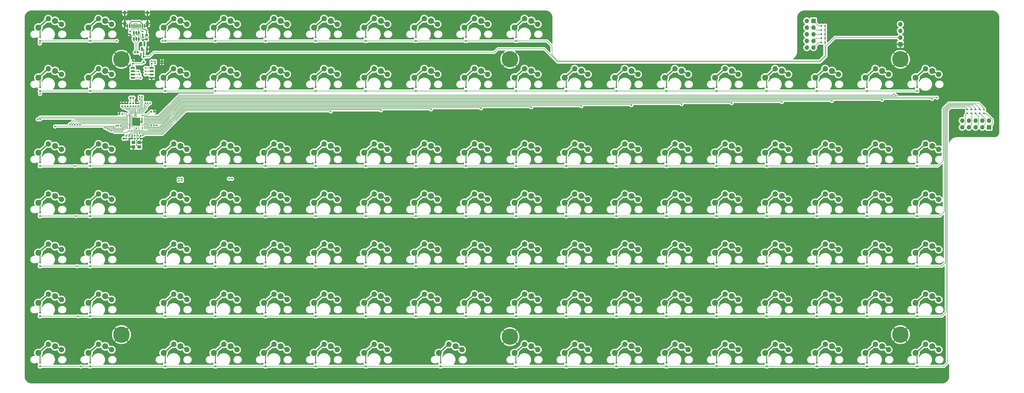
<source format=gbr>
%TF.GenerationSoftware,KiCad,Pcbnew,(6.0.0)*%
%TF.CreationDate,2022-04-29T20:19:50-04:00*%
%TF.ProjectId,TwoTailed,54776f54-6169-46c6-9564-2e6b69636164,rev?*%
%TF.SameCoordinates,Original*%
%TF.FileFunction,Copper,L2,Bot*%
%TF.FilePolarity,Positive*%
%FSLAX46Y46*%
G04 Gerber Fmt 4.6, Leading zero omitted, Abs format (unit mm)*
G04 Created by KiCad (PCBNEW (6.0.0)) date 2022-04-29 20:19:50*
%MOMM*%
%LPD*%
G01*
G04 APERTURE LIST*
G04 Aperture macros list*
%AMRoundRect*
0 Rectangle with rounded corners*
0 $1 Rounding radius*
0 $2 $3 $4 $5 $6 $7 $8 $9 X,Y pos of 4 corners*
0 Add a 4 corners polygon primitive as box body*
4,1,4,$2,$3,$4,$5,$6,$7,$8,$9,$2,$3,0*
0 Add four circle primitives for the rounded corners*
1,1,$1+$1,$2,$3*
1,1,$1+$1,$4,$5*
1,1,$1+$1,$6,$7*
1,1,$1+$1,$8,$9*
0 Add four rect primitives between the rounded corners*
20,1,$1+$1,$2,$3,$4,$5,0*
20,1,$1+$1,$4,$5,$6,$7,0*
20,1,$1+$1,$6,$7,$8,$9,0*
20,1,$1+$1,$8,$9,$2,$3,0*%
%AMFreePoly0*
4,1,43,3.919950,3.584524,3.997502,3.525357,4.046509,3.441015,4.059509,3.344340,4.034524,3.250049,3.975356,3.172497,0.900283,0.460621,0.939339,0.387168,0.996650,0.197342,1.016000,0.000000,1.015604,-0.028368,0.990752,-0.225093,0.928162,-0.413244,0.830219,-0.585655,0.700653,-0.735759,0.544400,-0.857837,0.367411,-0.947241,0.176427,-1.000565,-0.021277,-1.015777,-0.218171,-0.992299,
-0.406755,-0.931025,-0.579845,-0.834288,-0.730849,-0.705773,-0.854016,-0.550376,-0.944653,-0.374015,-0.999309,-0.183407,-1.015901,0.014186,-0.993798,0.211238,-0.933842,0.400245,-0.838315,0.574006,-0.710858,0.725904,-0.556324,0.850153,-0.380600,0.942019,-0.190379,0.998004,0.007093,1.015975,0.204295,0.995248,0.393716,0.936613,0.568140,0.842302,0.572783,0.838461,3.644643,3.547502,
3.728985,3.596509,3.825660,3.609509,3.919950,3.584524,3.919950,3.584524,$1*%
%AMFreePoly1*
4,1,45,0.119476,1.136739,0.324630,1.095931,0.518911,1.018420,0.695814,0.906803,0.849415,0.764816,0.974568,0.597216,1.067082,0.409615,1.123860,0.208295,1.143000,0.000000,1.141434,-0.059820,1.111419,-0.266828,1.102864,-0.292030,2.575395,-1.058225,2.651481,-1.119267,2.698415,-1.204778,2.709053,-1.301742,2.681775,-1.395395,2.620733,-1.471481,2.535222,-1.518415,2.438259,-1.529053,
2.344605,-1.501775,0.869677,-0.734333,0.808223,-0.808223,0.647402,-0.941976,0.464900,-1.044182,0.266828,-1.111419,0.059820,-1.141434,-0.149191,-1.133221,-0.353206,-1.087058,-0.545392,-1.004488,-0.719313,-0.888278,-0.869144,-0.742319,-0.989867,-0.571500,-1.077439,-0.381541,-1.128928,-0.178805,-1.142608,0.029920,-1.118023,0.237643,-1.055994,0.437407,-0.958600,0.622522,-0.829103,0.786789,
-0.671839,0.924706,-0.492074,1.031655,-0.295830,1.104053,-0.089679,1.139477,0.119476,1.136739,0.119476,1.136739,$1*%
G04 Aperture macros list end*
%TA.AperFunction,SMDPad,CuDef*%
%ADD10R,1.400000X1.200000*%
%TD*%
%TA.AperFunction,SMDPad,CuDef*%
%ADD11RoundRect,0.147500X-0.172500X0.147500X-0.172500X-0.147500X0.172500X-0.147500X0.172500X0.147500X0*%
%TD*%
%TA.AperFunction,SMDPad,CuDef*%
%ADD12RoundRect,0.147500X0.172500X-0.147500X0.172500X0.147500X-0.172500X0.147500X-0.172500X-0.147500X0*%
%TD*%
%TA.AperFunction,SMDPad,CuDef*%
%ADD13RoundRect,0.147500X0.147500X0.172500X-0.147500X0.172500X-0.147500X-0.172500X0.147500X-0.172500X0*%
%TD*%
%TA.AperFunction,SMDPad,CuDef*%
%ADD14R,3.050000X3.050000*%
%TD*%
%TA.AperFunction,SMDPad,CuDef*%
%ADD15RoundRect,0.050000X0.050000X0.387500X-0.050000X0.387500X-0.050000X-0.387500X0.050000X-0.387500X0*%
%TD*%
%TA.AperFunction,SMDPad,CuDef*%
%ADD16RoundRect,0.050000X0.387500X0.050000X-0.387500X0.050000X-0.387500X-0.050000X0.387500X-0.050000X0*%
%TD*%
%TA.AperFunction,SMDPad,CuDef*%
%ADD17RoundRect,0.147500X-0.147500X-0.172500X0.147500X-0.172500X0.147500X0.172500X-0.147500X0.172500X0*%
%TD*%
%TA.AperFunction,SMDPad,CuDef*%
%ADD18R,0.550000X0.550000*%
%TD*%
%TA.AperFunction,SMDPad,CuDef*%
%ADD19RoundRect,0.150000X0.650000X0.150000X-0.650000X0.150000X-0.650000X-0.150000X0.650000X-0.150000X0*%
%TD*%
%TA.AperFunction,ComponentPad*%
%ADD20FreePoly0,180.000000*%
%TD*%
%TA.AperFunction,ComponentPad*%
%ADD21C,2.286000*%
%TD*%
%TA.AperFunction,SMDPad,CuDef*%
%ADD22C,2.032000*%
%TD*%
%TA.AperFunction,ComponentPad*%
%ADD23FreePoly1,0.000000*%
%TD*%
%TA.AperFunction,ComponentPad*%
%ADD24C,2.032000*%
%TD*%
%TA.AperFunction,SMDPad,CuDef*%
%ADD25C,2.286000*%
%TD*%
%TA.AperFunction,SMDPad,CuDef*%
%ADD26R,0.700000X0.600000*%
%TD*%
%TA.AperFunction,SMDPad,CuDef*%
%ADD27R,0.600000X0.700000*%
%TD*%
%TA.AperFunction,ComponentPad*%
%ADD28C,6.200000*%
%TD*%
%TA.AperFunction,ComponentPad*%
%ADD29R,1.700000X1.700000*%
%TD*%
%TA.AperFunction,ComponentPad*%
%ADD30O,1.700000X1.700000*%
%TD*%
%TA.AperFunction,SMDPad,CuDef*%
%ADD31RoundRect,0.150000X0.150000X-0.512500X0.150000X0.512500X-0.150000X0.512500X-0.150000X-0.512500X0*%
%TD*%
%TA.AperFunction,SMDPad,CuDef*%
%ADD32RoundRect,0.218750X-0.256250X0.218750X-0.256250X-0.218750X0.256250X-0.218750X0.256250X0.218750X0*%
%TD*%
%TA.AperFunction,ComponentPad*%
%ADD33O,1.000000X1.600000*%
%TD*%
%TA.AperFunction,ComponentPad*%
%ADD34O,1.000000X2.100000*%
%TD*%
%TA.AperFunction,SMDPad,CuDef*%
%ADD35R,0.600000X1.450000*%
%TD*%
%TA.AperFunction,SMDPad,CuDef*%
%ADD36R,0.300000X1.450000*%
%TD*%
%TA.AperFunction,SMDPad,CuDef*%
%ADD37RoundRect,0.150000X0.150000X-0.587500X0.150000X0.587500X-0.150000X0.587500X-0.150000X-0.587500X0*%
%TD*%
%TA.AperFunction,ViaPad*%
%ADD38C,0.600000*%
%TD*%
%TA.AperFunction,ViaPad*%
%ADD39C,0.800000*%
%TD*%
%TA.AperFunction,Conductor*%
%ADD40C,0.200000*%
%TD*%
%TA.AperFunction,Conductor*%
%ADD41C,0.300000*%
%TD*%
%TA.AperFunction,Conductor*%
%ADD42C,0.250000*%
%TD*%
G04 APERTURE END LIST*
D10*
%TO.P,Y1,1,1*%
%TO.N,Net-(CX2-Pad2)*%
X78170000Y-119090000D03*
%TO.P,Y1,2,2*%
%TO.N,GND*%
X75970000Y-119090000D03*
%TO.P,Y1,3,3*%
%TO.N,XTAL+*%
X75970000Y-117390000D03*
%TO.P,Y1,4,4*%
%TO.N,GND*%
X78170000Y-117390000D03*
%TD*%
D11*
%TO.P,RD2,2*%
%TO.N,Net-(RD2-Pad2)*%
X74824450Y-103553200D03*
%TO.P,RD2,1*%
%TO.N,DB-*%
X74824450Y-102583200D03*
%TD*%
%TO.P,RC2,1*%
%TO.N,Net-(J1-PadA5)*%
X74750000Y-75225000D03*
%TO.P,RC2,2*%
%TO.N,GND*%
X74750000Y-76195000D03*
%TD*%
D12*
%TO.P,RC1,1*%
%TO.N,GND*%
X79440000Y-76195000D03*
%TO.P,RC1,2*%
%TO.N,Net-(J1-PadB5)*%
X79440000Y-75225000D03*
%TD*%
D11*
%TO.P,RD1,2*%
%TO.N,Net-(RD1-Pad2)*%
X75870000Y-103545000D03*
%TO.P,RD1,1*%
%TO.N,DB+*%
X75870000Y-102575000D03*
%TD*%
D13*
%TO.P,C4,2*%
%TO.N,GND*%
X70254000Y-110998000D03*
%TO.P,C4,1*%
%TO.N,+3V3*%
X71224000Y-110998000D03*
%TD*%
D14*
%TO.P,U0,57,GND*%
%TO.N,GND*%
X76993750Y-109537500D03*
D15*
%TO.P,U0,56,QSPI_SS_N*%
%TO.N,CS*%
X79593750Y-106100000D03*
%TO.P,U0,55,QSPI_SD1*%
%TO.N,SD1*%
X79193750Y-106100000D03*
%TO.P,U0,54,QSPI_SD2*%
%TO.N,SD2*%
X78793750Y-106100000D03*
%TO.P,U0,53,QSPI_SD0*%
%TO.N,SD0*%
X78393750Y-106100000D03*
%TO.P,U0,52,QSPI_SCLK*%
%TO.N,CLOCK*%
X77993750Y-106100000D03*
%TO.P,U0,51,QSPI_SD3*%
%TO.N,SD3*%
X77593750Y-106100000D03*
%TO.P,U0,50,DVDD*%
%TO.N,+1V1*%
X77193750Y-106100000D03*
%TO.P,U0,49,IOVDD*%
%TO.N,+3V3*%
X76793750Y-106100000D03*
%TO.P,U0,48,USB_VDD*%
X76393750Y-106100000D03*
%TO.P,U0,47,USB_DP*%
%TO.N,Net-(RD1-Pad2)*%
X75993750Y-106100000D03*
%TO.P,U0,46,USB_DM*%
%TO.N,Net-(RD2-Pad2)*%
X75593750Y-106100000D03*
%TO.P,U0,45,VREG_VOUT*%
%TO.N,+1V1*%
X75193750Y-106100000D03*
%TO.P,U0,44,VREG_VIN*%
%TO.N,+3V3*%
X74793750Y-106100000D03*
%TO.P,U0,43,ADC_AVDD*%
X74393750Y-106100000D03*
D16*
%TO.P,U0,42,IOVDD*%
X73556250Y-106937500D03*
%TO.P,U0,41,GPIO29/ADC3*%
%TO.N,29{slash}A3*%
X73556250Y-107337500D03*
%TO.P,U0,40,GPIO28/ADC2*%
%TO.N,28{slash}A2*%
X73556250Y-107737500D03*
%TO.P,U0,39,GPIO27/ADC1*%
%TO.N,27{slash}A1*%
X73556250Y-108137500D03*
%TO.P,U0,38,GPIO26/ADC0*%
%TO.N,26{slash}A0*%
X73556250Y-108537500D03*
%TO.P,U0,37,GPIO25*%
%TO.N,25*%
X73556250Y-108937500D03*
%TO.P,U0,36,GPIO24*%
%TO.N,24*%
X73556250Y-109337500D03*
%TO.P,U0,35,GPIO23*%
%TO.N,23*%
X73556250Y-109737500D03*
%TO.P,U0,34,GPIO22*%
%TO.N,22*%
X73556250Y-110137500D03*
%TO.P,U0,33,IOVDD*%
%TO.N,+3V3*%
X73556250Y-110537500D03*
%TO.P,U0,32,GPIO21*%
%TO.N,21*%
X73556250Y-110937500D03*
%TO.P,U0,31,GPIO20*%
%TO.N,20*%
X73556250Y-111337500D03*
%TO.P,U0,30,GPIO19*%
%TO.N,19*%
X73556250Y-111737500D03*
%TO.P,U0,29,GPIO18*%
%TO.N,18*%
X73556250Y-112137500D03*
D15*
%TO.P,U0,28,GPIO17*%
%TO.N,17*%
X74393750Y-112975000D03*
%TO.P,U0,27,GPIO16*%
%TO.N,16*%
X74793750Y-112975000D03*
%TO.P,U0,26,RUN*%
%TO.N,Net-(RR1-Pad2)*%
X75193750Y-112975000D03*
%TO.P,U0,25,SWDIO*%
%TO.N,unconnected-(U0-Pad25)*%
X75593750Y-112975000D03*
%TO.P,U0,24,SWCLK*%
%TO.N,unconnected-(U0-Pad24)*%
X75993750Y-112975000D03*
%TO.P,U0,23,DVDD*%
%TO.N,+1V1*%
X76393750Y-112975000D03*
%TO.P,U0,22,IOVDD*%
%TO.N,+3V3*%
X76793750Y-112975000D03*
%TO.P,U0,21,XOUT*%
%TO.N,XTAL+*%
X77193750Y-112975000D03*
%TO.P,U0,20,XIN*%
%TO.N,XTAL-*%
X77593750Y-112975000D03*
%TO.P,U0,19,TESTEN*%
%TO.N,GND*%
X77993750Y-112975000D03*
%TO.P,U0,18,GPIO15*%
%TO.N,15*%
X78393750Y-112975000D03*
%TO.P,U0,17,GPIO14*%
%TO.N,14*%
X78793750Y-112975000D03*
%TO.P,U0,16,GPIO13*%
%TO.N,13*%
X79193750Y-112975000D03*
%TO.P,U0,15,GPIO12*%
%TO.N,12*%
X79593750Y-112975000D03*
D16*
%TO.P,U0,14,GPIO11*%
%TO.N,11*%
X80431250Y-112137500D03*
%TO.P,U0,13,GPIO10*%
%TO.N,10*%
X80431250Y-111737500D03*
%TO.P,U0,12,GPIO9*%
%TO.N,9*%
X80431250Y-111337500D03*
%TO.P,U0,11,GPIO8*%
%TO.N,8*%
X80431250Y-110937500D03*
%TO.P,U0,10,IOVDD*%
%TO.N,+3V3*%
X80431250Y-110537500D03*
%TO.P,U0,9,GPIO7*%
%TO.N,7*%
X80431250Y-110137500D03*
%TO.P,U0,8,GPIO6*%
%TO.N,6*%
X80431250Y-109737500D03*
%TO.P,U0,7,GPIO5*%
%TO.N,5*%
X80431250Y-109337500D03*
%TO.P,U0,6,GPIO4*%
%TO.N,4*%
X80431250Y-108937500D03*
%TO.P,U0,5,GPIO3*%
%TO.N,3*%
X80431250Y-108537500D03*
%TO.P,U0,4,GPIO2*%
%TO.N,2*%
X80431250Y-108137500D03*
%TO.P,U0,3,GPIO1*%
%TO.N,1*%
X80431250Y-107737500D03*
%TO.P,U0,2,GPIO0*%
%TO.N,0*%
X80431250Y-107337500D03*
%TO.P,U0,1,IOVDD*%
%TO.N,+3V3*%
X80431250Y-106937500D03*
%TD*%
D11*
%TO.P,C2,2*%
%TO.N,GND*%
X74360000Y-115885000D03*
%TO.P,C2,1*%
%TO.N,+1V1*%
X74360000Y-114915000D03*
%TD*%
D12*
%TO.P,C1,2*%
%TO.N,GND*%
X73784450Y-102583200D03*
%TO.P,C1,1*%
%TO.N,+1V1*%
X73784450Y-103553200D03*
%TD*%
D17*
%TO.P,C3,2*%
%TO.N,GND*%
X83797000Y-110871000D03*
%TO.P,C3,1*%
%TO.N,+3V3*%
X82827000Y-110871000D03*
%TD*%
%TO.P,C8,2*%
%TO.N,GND*%
X83805000Y-105664000D03*
%TO.P,C8,1*%
%TO.N,+3V3*%
X82835000Y-105664000D03*
%TD*%
D12*
%TO.P,C6,2*%
%TO.N,GND*%
X71703050Y-102583200D03*
%TO.P,C6,1*%
%TO.N,+3V3*%
X71703050Y-103553200D03*
%TD*%
%TO.P,C7,2*%
%TO.N,GND*%
X72744450Y-102583200D03*
%TO.P,C7,1*%
%TO.N,+3V3*%
X72744450Y-103553200D03*
%TD*%
D18*
%TO.P,S1,2,B*%
%TO.N,Net-(RF1-Pad2)*%
X84185000Y-86455000D03*
X84185000Y-87205000D03*
%TO.P,S1,1,A*%
%TO.N,GND*%
X86835000Y-87205000D03*
X86835000Y-86455000D03*
%TD*%
D17*
%TO.P,RX1,2*%
%TO.N,Net-(CX2-Pad2)*%
X78672550Y-114858800D03*
%TO.P,RX1,1*%
%TO.N,XTAL-*%
X77702550Y-114858800D03*
%TD*%
D12*
%TO.P,RF1,1*%
%TO.N,CS*%
X82940000Y-87425000D03*
%TO.P,RF1,2*%
%TO.N,Net-(RF1-Pad2)*%
X82940000Y-86455000D03*
%TD*%
D13*
%TO.P,CX1,2*%
%TO.N,GND*%
X75467350Y-115951000D03*
%TO.P,CX1,1*%
%TO.N,XTAL+*%
X76437350Y-115951000D03*
%TD*%
%TO.P,CX2,2*%
%TO.N,Net-(CX2-Pad2)*%
X77702550Y-115951000D03*
%TO.P,CX2,1*%
%TO.N,GND*%
X78672550Y-115951000D03*
%TD*%
D12*
%TO.P,C9,2*%
%TO.N,GND*%
X76914650Y-102570400D03*
%TO.P,C9,1*%
%TO.N,+3V3*%
X76914650Y-103540400D03*
%TD*%
%TO.P,RR1,2*%
%TO.N,Net-(RR1-Pad2)*%
X73320000Y-114915000D03*
%TO.P,RR1,1*%
%TO.N,+3V3*%
X73320000Y-115885000D03*
%TD*%
D19*
%TO.P,U3,1,~{CS}*%
%TO.N,CS*%
X82930000Y-88975000D03*
%TO.P,U3,2,DO(IO1)*%
%TO.N,SD1*%
X82930000Y-90245000D03*
%TO.P,U3,3,IO2*%
%TO.N,SD2*%
X82930000Y-91515000D03*
%TO.P,U3,4,GND*%
%TO.N,GND*%
X82930000Y-92785000D03*
%TO.P,U3,5,DI(IO0)*%
%TO.N,SD0*%
X75730000Y-92785000D03*
%TO.P,U3,6,CLK*%
%TO.N,CLOCK*%
X75730000Y-91515000D03*
%TO.P,U3,7,IO3*%
%TO.N,SD3*%
X75730000Y-90245000D03*
%TO.P,U3,8,VCC*%
%TO.N,+3V3*%
X75730000Y-88975000D03*
%TD*%
D13*
%TO.P,C11,1*%
%TO.N,+3V3*%
X76445000Y-114860000D03*
%TO.P,C11,2*%
%TO.N,GND*%
X75475000Y-114860000D03*
%TD*%
D12*
%TO.P,C10,2*%
%TO.N,GND*%
X77956050Y-102570400D03*
%TO.P,C10,1*%
%TO.N,+3V3*%
X77956050Y-103540400D03*
%TD*%
D13*
%TO.P,C5,1*%
%TO.N,+3V3*%
X71712950Y-106549500D03*
%TO.P,C5,2*%
%TO.N,GND*%
X70742950Y-106549500D03*
%TD*%
D12*
%TO.P,CF1,1*%
%TO.N,+3V3*%
X75740000Y-87435000D03*
%TO.P,CF1,2*%
%TO.N,GND*%
X75740000Y-86465000D03*
%TD*%
D20*
%TO.P,K22,2*%
%TO.N,Net-(D22-Pad2)*%
X262731250Y-89350000D03*
D21*
X258921250Y-92710000D03*
D22*
X262731250Y-89350000D03*
D23*
%TO.P,K22,1*%
%TO.N,9*%
X265271250Y-90170000D03*
D24*
X267731250Y-91450000D03*
D25*
X265271250Y-90170000D03*
%TD*%
D22*
%TO.P,K66,2*%
%TO.N,Net-(D66-Pad2)*%
X62706250Y-156025000D03*
D20*
X62706250Y-156025000D03*
D21*
X58896250Y-159385000D03*
D25*
%TO.P,K66,1*%
%TO.N,20*%
X65246250Y-156845000D03*
D24*
X67706250Y-158125000D03*
D23*
X65246250Y-156845000D03*
%TD*%
D21*
%TO.P,K116,2*%
%TO.N,Net-(D116-Pad2)*%
X354171250Y-197485000D03*
D20*
X357981250Y-194125000D03*
D22*
X357981250Y-194125000D03*
D23*
%TO.P,K116,1*%
%TO.N,4*%
X360521250Y-194945000D03*
D24*
X362981250Y-196225000D03*
D25*
X360521250Y-194945000D03*
%TD*%
D22*
%TO.P,K57,2*%
%TO.N,Net-(D57-Pad2)*%
X243681250Y-136975000D03*
D21*
X239871250Y-140335000D03*
D20*
X243681250Y-136975000D03*
D23*
%TO.P,K57,1*%
%TO.N,10*%
X246221250Y-137795000D03*
D25*
X246221250Y-137795000D03*
D24*
X248681250Y-139075000D03*
%TD*%
D22*
%TO.P,K87,2*%
%TO.N,Net-(D87-Pad2)*%
X129381250Y-175075000D03*
D21*
X125571250Y-178435000D03*
D20*
X129381250Y-175075000D03*
D24*
%TO.P,K87,1*%
%TO.N,17*%
X134381250Y-177175000D03*
D25*
X131921250Y-175895000D03*
D23*
X131921250Y-175895000D03*
%TD*%
D20*
%TO.P,K93,2*%
%TO.N,Net-(D93-Pad2)*%
X243681250Y-175075000D03*
D21*
X239871250Y-178435000D03*
D22*
X243681250Y-175075000D03*
D24*
%TO.P,K93,1*%
%TO.N,10*%
X248681250Y-177175000D03*
D23*
X246221250Y-175895000D03*
D25*
X246221250Y-175895000D03*
%TD*%
D20*
%TO.P,K10,2*%
%TO.N,Net-(D10-Pad2)*%
X224631250Y-70300000D03*
D21*
X220821250Y-73660000D03*
D22*
X224631250Y-70300000D03*
D24*
%TO.P,K10,1*%
%TO.N,11*%
X229631250Y-72400000D03*
D25*
X227171250Y-71120000D03*
D23*
X227171250Y-71120000D03*
%TD*%
D22*
%TO.P,K86,2*%
%TO.N,Net-(D86-Pad2)*%
X110331250Y-175075000D03*
D21*
X106521250Y-178435000D03*
D20*
X110331250Y-175075000D03*
D25*
%TO.P,K86,1*%
%TO.N,18*%
X112871250Y-175895000D03*
D24*
X115331250Y-177175000D03*
D23*
X112871250Y-175895000D03*
%TD*%
D20*
%TO.P,K13,2*%
%TO.N,Net-(D13-Pad2)*%
X91186000Y-89350000D03*
D22*
X91186000Y-89350000D03*
D21*
X87376000Y-92710000D03*
D25*
%TO.P,K13,1*%
%TO.N,19*%
X93726000Y-90170000D03*
D24*
X96186000Y-91450000D03*
D23*
X93726000Y-90170000D03*
%TD*%
D22*
%TO.P,K94,2*%
%TO.N,Net-(D94-Pad2)*%
X262731250Y-175075000D03*
D20*
X262731250Y-175075000D03*
D21*
X258921250Y-178435000D03*
D25*
%TO.P,K94,1*%
%TO.N,9*%
X265271250Y-175895000D03*
D23*
X265271250Y-175895000D03*
D24*
X267731250Y-177175000D03*
%TD*%
D21*
%TO.P,K110,2*%
%TO.N,Net-(D110-Pad2)*%
X239871250Y-197485000D03*
D22*
X243681250Y-194125000D03*
D20*
X243681250Y-194125000D03*
D23*
%TO.P,K110,1*%
%TO.N,10*%
X246221250Y-194945000D03*
D24*
X248681250Y-196225000D03*
D25*
X246221250Y-194945000D03*
%TD*%
D20*
%TO.P,K60,2*%
%TO.N,Net-(D60-Pad2)*%
X300831250Y-136975000D03*
D22*
X300831250Y-136975000D03*
D21*
X297021250Y-140335000D03*
D23*
%TO.P,K60,1*%
%TO.N,7*%
X303371250Y-137795000D03*
D24*
X305831250Y-139075000D03*
D25*
X303371250Y-137795000D03*
%TD*%
D22*
%TO.P,K65,2*%
%TO.N,Net-(D65-Pad2)*%
X43656250Y-156025000D03*
D20*
X43656250Y-156025000D03*
D21*
X39846250Y-159385000D03*
D24*
%TO.P,K65,1*%
%TO.N,21*%
X48656250Y-158125000D03*
D25*
X46196250Y-156845000D03*
D23*
X46196250Y-156845000D03*
%TD*%
D22*
%TO.P,K101,2*%
%TO.N,Net-(D101-Pad2)*%
X43656250Y-194125000D03*
D21*
X39846250Y-197485000D03*
D20*
X43656250Y-194125000D03*
D23*
%TO.P,K101,1*%
%TO.N,21*%
X46196250Y-194945000D03*
D24*
X48656250Y-196225000D03*
D25*
X46196250Y-194945000D03*
%TD*%
D21*
%TO.P,K100,2*%
%TO.N,Net-(D100-Pad2)*%
X373221250Y-178435000D03*
D20*
X377031250Y-175075000D03*
D22*
X377031250Y-175075000D03*
D25*
%TO.P,K100,1*%
%TO.N,3*%
X379571250Y-175895000D03*
D23*
X379571250Y-175895000D03*
D24*
X382031250Y-177175000D03*
%TD*%
D21*
%TO.P,K88,2*%
%TO.N,Net-(D88-Pad2)*%
X144621250Y-178435000D03*
D20*
X148431250Y-175075000D03*
D22*
X148431250Y-175075000D03*
D25*
%TO.P,K88,1*%
%TO.N,15*%
X150971250Y-175895000D03*
D24*
X153431250Y-177175000D03*
D23*
X150971250Y-175895000D03*
%TD*%
D22*
%TO.P,K1,2*%
%TO.N,Net-(D1-Pad2)*%
X43656250Y-70300000D03*
D20*
X43656250Y-70300000D03*
D21*
X39846250Y-73660000D03*
D23*
%TO.P,K1,1*%
%TO.N,21*%
X46196250Y-71120000D03*
D24*
X48656250Y-72400000D03*
D25*
X46196250Y-71120000D03*
%TD*%
D20*
%TO.P,K111,2*%
%TO.N,Net-(D111-Pad2)*%
X262731250Y-194125000D03*
D21*
X258921250Y-197485000D03*
D22*
X262731250Y-194125000D03*
D23*
%TO.P,K111,1*%
%TO.N,9*%
X265271250Y-194945000D03*
D25*
X265271250Y-194945000D03*
D24*
X267731250Y-196225000D03*
%TD*%
D21*
%TO.P,K48,2*%
%TO.N,Net-(D48-Pad2)*%
X58896250Y-140335000D03*
D20*
X62706250Y-136975000D03*
D22*
X62706250Y-136975000D03*
D25*
%TO.P,K48,1*%
%TO.N,20*%
X65246250Y-137795000D03*
D24*
X67706250Y-139075000D03*
D23*
X65246250Y-137795000D03*
%TD*%
D20*
%TO.P,K59,2*%
%TO.N,Net-(D59-Pad2)*%
X281781250Y-136975000D03*
D22*
X281781250Y-136975000D03*
D21*
X277971250Y-140335000D03*
D23*
%TO.P,K59,1*%
%TO.N,8*%
X284321250Y-137795000D03*
D24*
X286781250Y-139075000D03*
D25*
X284321250Y-137795000D03*
%TD*%
D20*
%TO.P,K79,2*%
%TO.N,Net-(D79-Pad2)*%
X319881250Y-156025000D03*
D22*
X319881250Y-156025000D03*
D21*
X316071250Y-159385000D03*
D23*
%TO.P,K79,1*%
%TO.N,6*%
X322421250Y-156845000D03*
D24*
X324881250Y-158125000D03*
D25*
X322421250Y-156845000D03*
%TD*%
D22*
%TO.P,K39,2*%
%TO.N,Net-(D39-Pad2)*%
X243681250Y-117925000D03*
D21*
X239871250Y-121285000D03*
D20*
X243681250Y-117925000D03*
D23*
%TO.P,K39,1*%
%TO.N,10*%
X246221250Y-118745000D03*
D24*
X248681250Y-120025000D03*
D25*
X246221250Y-118745000D03*
%TD*%
D21*
%TO.P,K102,2*%
%TO.N,Net-(D102-Pad2)*%
X58896250Y-197485000D03*
D22*
X62706250Y-194125000D03*
D20*
X62706250Y-194125000D03*
D23*
%TO.P,K102,1*%
%TO.N,20*%
X65246250Y-194945000D03*
D24*
X67706250Y-196225000D03*
D25*
X65246250Y-194945000D03*
%TD*%
D20*
%TO.P,K64,2*%
%TO.N,Net-(D64-Pad2)*%
X377031250Y-136975000D03*
D22*
X377031250Y-136975000D03*
D21*
X373221250Y-140335000D03*
D25*
%TO.P,K64,1*%
%TO.N,3*%
X379571250Y-137795000D03*
D24*
X382031250Y-139075000D03*
D23*
X379571250Y-137795000D03*
%TD*%
D21*
%TO.P,K56,2*%
%TO.N,Net-(D56-Pad2)*%
X220821250Y-140335000D03*
D22*
X224631250Y-136975000D03*
D20*
X224631250Y-136975000D03*
D23*
%TO.P,K56,1*%
%TO.N,11*%
X227171250Y-137795000D03*
D25*
X227171250Y-137795000D03*
D24*
X229631250Y-139075000D03*
%TD*%
D20*
%TO.P,K55,2*%
%TO.N,Net-(D55-Pad2)*%
X205581250Y-136975000D03*
D21*
X201771250Y-140335000D03*
D22*
X205581250Y-136975000D03*
D23*
%TO.P,K55,1*%
%TO.N,12*%
X208121250Y-137795000D03*
D25*
X208121250Y-137795000D03*
D24*
X210581250Y-139075000D03*
%TD*%
D22*
%TO.P,K98,2*%
%TO.N,Net-(D98-Pad2)*%
X338931250Y-175075000D03*
D21*
X335121250Y-178435000D03*
D20*
X338931250Y-175075000D03*
D24*
%TO.P,K98,1*%
%TO.N,5*%
X343931250Y-177175000D03*
D25*
X341471250Y-175895000D03*
D23*
X341471250Y-175895000D03*
%TD*%
D21*
%TO.P,K58,2*%
%TO.N,Net-(D58-Pad2)*%
X258921250Y-140335000D03*
D22*
X262731250Y-136975000D03*
D20*
X262731250Y-136975000D03*
D25*
%TO.P,K58,1*%
%TO.N,9*%
X265271250Y-137795000D03*
D24*
X267731250Y-139075000D03*
D23*
X265271250Y-137795000D03*
%TD*%
D20*
%TO.P,K95,2*%
%TO.N,Net-(D95-Pad2)*%
X281781250Y-175075000D03*
D22*
X281781250Y-175075000D03*
D21*
X277971250Y-178435000D03*
D24*
%TO.P,K95,1*%
%TO.N,8*%
X286781250Y-177175000D03*
D23*
X284321250Y-175895000D03*
D25*
X284321250Y-175895000D03*
%TD*%
D22*
%TO.P,K49,2*%
%TO.N,Net-(D49-Pad2)*%
X91281250Y-136975000D03*
D20*
X91281250Y-136975000D03*
D21*
X87471250Y-140335000D03*
D23*
%TO.P,K49,1*%
%TO.N,19*%
X93821250Y-137795000D03*
D24*
X96281250Y-139075000D03*
D25*
X93821250Y-137795000D03*
%TD*%
D22*
%TO.P,K106,2*%
%TO.N,Net-(D106-Pad2)*%
X148431250Y-194125000D03*
D20*
X148431250Y-194125000D03*
D21*
X144621250Y-197485000D03*
D24*
%TO.P,K106,1*%
%TO.N,15*%
X153431250Y-196225000D03*
D23*
X150971250Y-194945000D03*
D25*
X150971250Y-194945000D03*
%TD*%
D21*
%TO.P,K103,2*%
%TO.N,Net-(D103-Pad2)*%
X87471250Y-197485000D03*
D20*
X91281250Y-194125000D03*
D22*
X91281250Y-194125000D03*
D23*
%TO.P,K103,1*%
%TO.N,19*%
X93821250Y-194945000D03*
D25*
X93821250Y-194945000D03*
D24*
X96281250Y-196225000D03*
%TD*%
D20*
%TO.P,K90,2*%
%TO.N,Net-(D90-Pad2)*%
X186531250Y-175075000D03*
D21*
X182721250Y-178435000D03*
D22*
X186531250Y-175075000D03*
D24*
%TO.P,K90,1*%
%TO.N,13*%
X191531250Y-177175000D03*
D23*
X189071250Y-175895000D03*
D25*
X189071250Y-175895000D03*
%TD*%
D21*
%TO.P,K105,2*%
%TO.N,Net-(D105-Pad2)*%
X125571250Y-197485000D03*
D22*
X129381250Y-194125000D03*
D20*
X129381250Y-194125000D03*
D25*
%TO.P,K105,1*%
%TO.N,17*%
X131921250Y-194945000D03*
D23*
X131921250Y-194945000D03*
D24*
X134381250Y-196225000D03*
%TD*%
D21*
%TO.P,K68,2*%
%TO.N,Net-(D68-Pad2)*%
X106521250Y-159385000D03*
D22*
X110331250Y-156025000D03*
D20*
X110331250Y-156025000D03*
D25*
%TO.P,K68,1*%
%TO.N,18*%
X112871250Y-156845000D03*
D24*
X115331250Y-158125000D03*
D23*
X112871250Y-156845000D03*
%TD*%
D20*
%TO.P,K73,2*%
%TO.N,Net-(D73-Pad2)*%
X205581250Y-156025000D03*
D21*
X201771250Y-159385000D03*
D22*
X205581250Y-156025000D03*
D25*
%TO.P,K73,1*%
%TO.N,12*%
X208121250Y-156845000D03*
D23*
X208121250Y-156845000D03*
D24*
X210581250Y-158125000D03*
%TD*%
D20*
%TO.P,K45,2*%
%TO.N,Net-(D45-Pad2)*%
X357981250Y-117925000D03*
D22*
X357981250Y-117925000D03*
D21*
X354171250Y-121285000D03*
D24*
%TO.P,K45,1*%
%TO.N,4*%
X362981250Y-120025000D03*
D23*
X360521250Y-118745000D03*
D25*
X360521250Y-118745000D03*
%TD*%
D22*
%TO.P,K17,2*%
%TO.N,Net-(D17-Pad2)*%
X167481250Y-89350000D03*
D21*
X163671250Y-92710000D03*
D20*
X167481250Y-89350000D03*
D24*
%TO.P,K17,1*%
%TO.N,14*%
X172481250Y-91450000D03*
D25*
X170021250Y-90170000D03*
D23*
X170021250Y-90170000D03*
%TD*%
D21*
%TO.P,K33,2*%
%TO.N,Net-(D33-Pad2)*%
X125571250Y-121285000D03*
D22*
X129381250Y-117925000D03*
D20*
X129381250Y-117925000D03*
D24*
%TO.P,K33,1*%
%TO.N,17*%
X134381250Y-120025000D03*
D25*
X131921250Y-118745000D03*
D23*
X131921250Y-118745000D03*
%TD*%
D21*
%TO.P,K15,2*%
%TO.N,Net-(D15-Pad2)*%
X125571250Y-92710000D03*
D22*
X129381250Y-89350000D03*
D20*
X129381250Y-89350000D03*
D24*
%TO.P,K15,1*%
%TO.N,17*%
X134381250Y-91450000D03*
D23*
X131921250Y-90170000D03*
D25*
X131921250Y-90170000D03*
%TD*%
D20*
%TO.P,K91,2*%
%TO.N,Net-(D91-Pad2)*%
X205581250Y-175075000D03*
D22*
X205581250Y-175075000D03*
D21*
X201771250Y-178435000D03*
D23*
%TO.P,K91,1*%
%TO.N,12*%
X208121250Y-175895000D03*
D25*
X208121250Y-175895000D03*
D24*
X210581250Y-177175000D03*
%TD*%
D22*
%TO.P,K74,2*%
%TO.N,Net-(D74-Pad2)*%
X224631250Y-156025000D03*
D21*
X220821250Y-159385000D03*
D20*
X224631250Y-156025000D03*
D25*
%TO.P,K74,1*%
%TO.N,11*%
X227171250Y-156845000D03*
D24*
X229631250Y-158125000D03*
D23*
X227171250Y-156845000D03*
%TD*%
D20*
%TO.P,K21,2*%
%TO.N,Net-(D21-Pad2)*%
X243681250Y-89350000D03*
D22*
X243681250Y-89350000D03*
D21*
X239871250Y-92710000D03*
D24*
%TO.P,K21,1*%
%TO.N,10*%
X248681250Y-91450000D03*
D23*
X246221250Y-90170000D03*
D25*
X246221250Y-90170000D03*
%TD*%
D21*
%TO.P,K117,2*%
%TO.N,Net-(D117-Pad2)*%
X373221250Y-197485000D03*
D20*
X377031250Y-194125000D03*
D22*
X377031250Y-194125000D03*
D23*
%TO.P,K117,1*%
%TO.N,3*%
X379571250Y-194945000D03*
D25*
X379571250Y-194945000D03*
D24*
X382031250Y-196225000D03*
%TD*%
D21*
%TO.P,K8,2*%
%TO.N,Net-(D8-Pad2)*%
X182721250Y-73660000D03*
D22*
X186531250Y-70300000D03*
D20*
X186531250Y-70300000D03*
D23*
%TO.P,K8,1*%
%TO.N,13*%
X189071250Y-71120000D03*
D25*
X189071250Y-71120000D03*
D24*
X191531250Y-72400000D03*
%TD*%
D20*
%TO.P,K80,2*%
%TO.N,Net-(D80-Pad2)*%
X338931250Y-156025000D03*
D21*
X335121250Y-159385000D03*
D22*
X338931250Y-156025000D03*
D25*
%TO.P,K80,1*%
%TO.N,5*%
X341471250Y-156845000D03*
D23*
X341471250Y-156845000D03*
D24*
X343931250Y-158125000D03*
%TD*%
D21*
%TO.P,K16,2*%
%TO.N,Net-(D16-Pad2)*%
X144621250Y-92710000D03*
D22*
X148431250Y-89350000D03*
D20*
X148431250Y-89350000D03*
D25*
%TO.P,K16,1*%
%TO.N,15*%
X150971250Y-90170000D03*
D24*
X153431250Y-91450000D03*
D23*
X150971250Y-90170000D03*
%TD*%
D22*
%TO.P,K2,2*%
%TO.N,Net-(D2-Pad2)*%
X62706250Y-70300000D03*
D20*
X62706250Y-70300000D03*
D21*
X58896250Y-73660000D03*
D24*
%TO.P,K2,1*%
%TO.N,20*%
X67706250Y-72400000D03*
D25*
X65246250Y-71120000D03*
D23*
X65246250Y-71120000D03*
%TD*%
D21*
%TO.P,K40,2*%
%TO.N,Net-(D40-Pad2)*%
X258921250Y-121285000D03*
D20*
X262731250Y-117925000D03*
D22*
X262731250Y-117925000D03*
D24*
%TO.P,K40,1*%
%TO.N,9*%
X267731250Y-120025000D03*
D25*
X265271250Y-118745000D03*
D23*
X265271250Y-118745000D03*
%TD*%
D20*
%TO.P,K76,2*%
%TO.N,Net-(D76-Pad2)*%
X262731250Y-156025000D03*
D22*
X262731250Y-156025000D03*
D21*
X258921250Y-159385000D03*
D23*
%TO.P,K76,1*%
%TO.N,9*%
X265271250Y-156845000D03*
D24*
X267731250Y-158125000D03*
D25*
X265271250Y-156845000D03*
%TD*%
D22*
%TO.P,K104,2*%
%TO.N,Net-(D104-Pad2)*%
X110331250Y-194125000D03*
D21*
X106521250Y-197485000D03*
D20*
X110331250Y-194125000D03*
D25*
%TO.P,K104,1*%
%TO.N,18*%
X112871250Y-194945000D03*
D23*
X112871250Y-194945000D03*
D24*
X115331250Y-196225000D03*
%TD*%
D22*
%TO.P,K114,2*%
%TO.N,Net-(D114-Pad2)*%
X319881250Y-194125000D03*
D21*
X316071250Y-197485000D03*
D20*
X319881250Y-194125000D03*
D25*
%TO.P,K114,1*%
%TO.N,6*%
X322421250Y-194945000D03*
D23*
X322421250Y-194945000D03*
D24*
X324881250Y-196225000D03*
%TD*%
D20*
%TO.P,K42,2*%
%TO.N,Net-(D42-Pad2)*%
X300831250Y-117925000D03*
D21*
X297021250Y-121285000D03*
D22*
X300831250Y-117925000D03*
D23*
%TO.P,K42,1*%
%TO.N,7*%
X303371250Y-118745000D03*
D24*
X305831250Y-120025000D03*
D25*
X303371250Y-118745000D03*
%TD*%
D20*
%TO.P,K63,2*%
%TO.N,Net-(D63-Pad2)*%
X357981250Y-136975000D03*
D21*
X354171250Y-140335000D03*
D22*
X357981250Y-136975000D03*
D24*
%TO.P,K63,1*%
%TO.N,4*%
X362981250Y-139075000D03*
D25*
X360521250Y-137795000D03*
D23*
X360521250Y-137795000D03*
%TD*%
D20*
%TO.P,K32,2*%
%TO.N,Net-(D32-Pad2)*%
X110331250Y-117925000D03*
D22*
X110331250Y-117925000D03*
D21*
X106521250Y-121285000D03*
D24*
%TO.P,K32,1*%
%TO.N,18*%
X115331250Y-120025000D03*
D25*
X112871250Y-118745000D03*
D23*
X112871250Y-118745000D03*
%TD*%
D22*
%TO.P,K61,2*%
%TO.N,Net-(D61-Pad2)*%
X319881250Y-136975000D03*
D20*
X319881250Y-136975000D03*
D21*
X316071250Y-140335000D03*
D24*
%TO.P,K61,1*%
%TO.N,6*%
X324881250Y-139075000D03*
D25*
X322421250Y-137795000D03*
D23*
X322421250Y-137795000D03*
%TD*%
D21*
%TO.P,K72,2*%
%TO.N,Net-(D72-Pad2)*%
X182721250Y-159385000D03*
D20*
X186531250Y-156025000D03*
D22*
X186531250Y-156025000D03*
D23*
%TO.P,K72,1*%
%TO.N,13*%
X189071250Y-156845000D03*
D24*
X191531250Y-158125000D03*
D25*
X189071250Y-156845000D03*
%TD*%
D20*
%TO.P,K75,2*%
%TO.N,Net-(D75-Pad2)*%
X243681250Y-156025000D03*
D22*
X243681250Y-156025000D03*
D21*
X239871250Y-159385000D03*
D24*
%TO.P,K75,1*%
%TO.N,10*%
X248681250Y-158125000D03*
D25*
X246221250Y-156845000D03*
D23*
X246221250Y-156845000D03*
%TD*%
D21*
%TO.P,K107,2*%
%TO.N,Net-(D107-Pad2)*%
X163671250Y-197485000D03*
D22*
X167481250Y-194125000D03*
D20*
X167481250Y-194125000D03*
D23*
%TO.P,K107,1*%
%TO.N,14*%
X170021250Y-194945000D03*
D25*
X170021250Y-194945000D03*
D24*
X172481250Y-196225000D03*
%TD*%
D21*
%TO.P,K38,2*%
%TO.N,Net-(D38-Pad2)*%
X220821250Y-121285000D03*
D22*
X224631250Y-117925000D03*
D20*
X224631250Y-117925000D03*
D25*
%TO.P,K38,1*%
%TO.N,11*%
X227171250Y-118745000D03*
D23*
X227171250Y-118745000D03*
D24*
X229631250Y-120025000D03*
%TD*%
D20*
%TO.P,K77,2*%
%TO.N,Net-(D77-Pad2)*%
X281781250Y-156025000D03*
D21*
X277971250Y-159385000D03*
D22*
X281781250Y-156025000D03*
D25*
%TO.P,K77,1*%
%TO.N,8*%
X284321250Y-156845000D03*
D23*
X284321250Y-156845000D03*
D24*
X286781250Y-158125000D03*
%TD*%
D21*
%TO.P,K51,2*%
%TO.N,Net-(D51-Pad2)*%
X125571250Y-140335000D03*
D22*
X129381250Y-136975000D03*
D20*
X129381250Y-136975000D03*
D25*
%TO.P,K51,1*%
%TO.N,17*%
X131921250Y-137795000D03*
D24*
X134381250Y-139075000D03*
D23*
X131921250Y-137795000D03*
%TD*%
D22*
%TO.P,K30,2*%
%TO.N,Net-(D30-Pad2)*%
X62706250Y-117925000D03*
D20*
X62706250Y-117925000D03*
D21*
X58896250Y-121285000D03*
D25*
%TO.P,K30,1*%
%TO.N,20*%
X65246250Y-118745000D03*
D24*
X67706250Y-120025000D03*
D23*
X65246250Y-118745000D03*
%TD*%
D20*
%TO.P,K70,2*%
%TO.N,Net-(D70-Pad2)*%
X148431250Y-156025000D03*
D21*
X144621250Y-159385000D03*
D22*
X148431250Y-156025000D03*
D25*
%TO.P,K70,1*%
%TO.N,15*%
X150971250Y-156845000D03*
D24*
X153431250Y-158125000D03*
D23*
X150971250Y-156845000D03*
%TD*%
D20*
%TO.P,K7,2*%
%TO.N,Net-(D7-Pad2)*%
X167481250Y-70300000D03*
D22*
X167481250Y-70300000D03*
D21*
X163671250Y-73660000D03*
D24*
%TO.P,K7,1*%
%TO.N,14*%
X172481250Y-72400000D03*
D23*
X170021250Y-71120000D03*
D25*
X170021250Y-71120000D03*
%TD*%
D21*
%TO.P,K78,2*%
%TO.N,Net-(D78-Pad2)*%
X297021250Y-159385000D03*
D22*
X300831250Y-156025000D03*
D20*
X300831250Y-156025000D03*
D25*
%TO.P,K78,1*%
%TO.N,7*%
X303371250Y-156845000D03*
D24*
X305831250Y-158125000D03*
D23*
X303371250Y-156845000D03*
%TD*%
D22*
%TO.P,K85,2*%
%TO.N,Net-(D85-Pad2)*%
X91281250Y-175075000D03*
D21*
X87471250Y-178435000D03*
D20*
X91281250Y-175075000D03*
D23*
%TO.P,K85,1*%
%TO.N,19*%
X93821250Y-175895000D03*
D25*
X93821250Y-175895000D03*
D24*
X96281250Y-177175000D03*
%TD*%
D20*
%TO.P,K14,2*%
%TO.N,Net-(D14-Pad2)*%
X110331250Y-89350000D03*
D22*
X110331250Y-89350000D03*
D21*
X106521250Y-92710000D03*
D25*
%TO.P,K14,1*%
%TO.N,18*%
X112871250Y-90170000D03*
D23*
X112871250Y-90170000D03*
D24*
X115331250Y-91450000D03*
%TD*%
D20*
%TO.P,K11,2*%
%TO.N,Net-(D11-Pad2)*%
X43656250Y-89350000D03*
D21*
X39846250Y-92710000D03*
D22*
X43656250Y-89350000D03*
D23*
%TO.P,K11,1*%
%TO.N,21*%
X46196250Y-90170000D03*
D24*
X48656250Y-91450000D03*
D25*
X46196250Y-90170000D03*
%TD*%
D21*
%TO.P,K28,2*%
%TO.N,Net-(D28-Pad2)*%
X373221250Y-92710000D03*
D22*
X377031250Y-89350000D03*
D20*
X377031250Y-89350000D03*
D24*
%TO.P,K28,1*%
%TO.N,3*%
X382031250Y-91450000D03*
D25*
X379571250Y-90170000D03*
D23*
X379571250Y-90170000D03*
%TD*%
D20*
%TO.P,K92,2*%
%TO.N,Net-(D92-Pad2)*%
X224631250Y-175075000D03*
D21*
X220821250Y-178435000D03*
D22*
X224631250Y-175075000D03*
D25*
%TO.P,K92,1*%
%TO.N,11*%
X227171250Y-175895000D03*
D23*
X227171250Y-175895000D03*
D24*
X229631250Y-177175000D03*
%TD*%
D20*
%TO.P,K52,2*%
%TO.N,Net-(D52-Pad2)*%
X148431250Y-136975000D03*
D21*
X144621250Y-140335000D03*
D22*
X148431250Y-136975000D03*
D23*
%TO.P,K52,1*%
%TO.N,15*%
X150971250Y-137795000D03*
D24*
X153431250Y-139075000D03*
D25*
X150971250Y-137795000D03*
%TD*%
D21*
%TO.P,K89,2*%
%TO.N,Net-(D89-Pad2)*%
X163671250Y-178435000D03*
D22*
X167481250Y-175075000D03*
D20*
X167481250Y-175075000D03*
D25*
%TO.P,K89,1*%
%TO.N,14*%
X170021250Y-175895000D03*
D24*
X172481250Y-177175000D03*
D23*
X170021250Y-175895000D03*
%TD*%
D21*
%TO.P,K108,2*%
%TO.N,Net-(D108-Pad2)*%
X192087500Y-197485000D03*
D20*
X195897500Y-194125000D03*
D22*
X195897500Y-194125000D03*
D23*
%TO.P,K108,1*%
%TO.N,13*%
X198437500Y-194945000D03*
D24*
X200897500Y-196225000D03*
D25*
X198437500Y-194945000D03*
%TD*%
D21*
%TO.P,K81,2*%
%TO.N,Net-(D81-Pad2)*%
X354171250Y-159385000D03*
D22*
X357981250Y-156025000D03*
D20*
X357981250Y-156025000D03*
D24*
%TO.P,K81,1*%
%TO.N,4*%
X362981250Y-158125000D03*
D23*
X360521250Y-156845000D03*
D25*
X360521250Y-156845000D03*
%TD*%
D20*
%TO.P,K27,2*%
%TO.N,Net-(D27-Pad2)*%
X357981250Y-89350000D03*
D21*
X354171250Y-92710000D03*
D22*
X357981250Y-89350000D03*
D23*
%TO.P,K27,1*%
%TO.N,4*%
X360521250Y-90170000D03*
D25*
X360521250Y-90170000D03*
D24*
X362981250Y-91450000D03*
%TD*%
D22*
%TO.P,K25,2*%
%TO.N,Net-(D25-Pad2)*%
X319881250Y-89350000D03*
D20*
X319881250Y-89350000D03*
D21*
X316071250Y-92710000D03*
D23*
%TO.P,K25,1*%
%TO.N,6*%
X322421250Y-90170000D03*
D25*
X322421250Y-90170000D03*
D24*
X324881250Y-91450000D03*
%TD*%
D21*
%TO.P,K112,2*%
%TO.N,Net-(D112-Pad2)*%
X277971550Y-197485000D03*
D20*
X281781550Y-194125000D03*
D22*
X281781550Y-194125000D03*
D25*
%TO.P,K112,1*%
%TO.N,8*%
X284321550Y-194945000D03*
D23*
X284321550Y-194945000D03*
D24*
X286781550Y-196225000D03*
%TD*%
D22*
%TO.P,K47,2*%
%TO.N,Net-(D47-Pad2)*%
X43656250Y-136975000D03*
D20*
X43656250Y-136975000D03*
D21*
X39846250Y-140335000D03*
D23*
%TO.P,K47,1*%
%TO.N,21*%
X46196250Y-137795000D03*
D25*
X46196250Y-137795000D03*
D24*
X48656250Y-139075000D03*
%TD*%
D21*
%TO.P,K83,2*%
%TO.N,Net-(D83-Pad2)*%
X39846250Y-178435000D03*
D22*
X43656250Y-175075000D03*
D20*
X43656250Y-175075000D03*
D25*
%TO.P,K83,1*%
%TO.N,21*%
X46196250Y-175895000D03*
D23*
X46196250Y-175895000D03*
D24*
X48656250Y-177175000D03*
%TD*%
D22*
%TO.P,K99,2*%
%TO.N,Net-(D99-Pad2)*%
X357981250Y-175075000D03*
D20*
X357981250Y-175075000D03*
D21*
X354171250Y-178435000D03*
D24*
%TO.P,K99,1*%
%TO.N,4*%
X362981250Y-177175000D03*
D25*
X360521250Y-175895000D03*
D23*
X360521250Y-175895000D03*
%TD*%
D21*
%TO.P,K37,2*%
%TO.N,Net-(D37-Pad2)*%
X201771250Y-121285000D03*
D20*
X205581250Y-117925000D03*
D22*
X205581250Y-117925000D03*
D25*
%TO.P,K37,1*%
%TO.N,12*%
X208121250Y-118745000D03*
D23*
X208121250Y-118745000D03*
D24*
X210581250Y-120025000D03*
%TD*%
D20*
%TO.P,K29,2*%
%TO.N,Net-(D29-Pad2)*%
X43656250Y-117925000D03*
D22*
X43656250Y-117925000D03*
D21*
X39846250Y-121285000D03*
D25*
%TO.P,K29,1*%
%TO.N,21*%
X46196250Y-118745000D03*
D24*
X48656250Y-120025000D03*
D23*
X46196250Y-118745000D03*
%TD*%
D20*
%TO.P,K20,2*%
%TO.N,Net-(D20-Pad2)*%
X224631250Y-89350000D03*
D21*
X220821250Y-92710000D03*
D22*
X224631250Y-89350000D03*
D24*
%TO.P,K20,1*%
%TO.N,11*%
X229631250Y-91450000D03*
D25*
X227171250Y-90170000D03*
D23*
X227171250Y-90170000D03*
%TD*%
D20*
%TO.P,K62,2*%
%TO.N,Net-(D62-Pad2)*%
X338931250Y-136975000D03*
D21*
X335121250Y-140335000D03*
D22*
X338931250Y-136975000D03*
D24*
%TO.P,K62,1*%
%TO.N,5*%
X343931250Y-139075000D03*
D25*
X341471250Y-137795000D03*
D23*
X341471250Y-137795000D03*
%TD*%
D20*
%TO.P,K96,2*%
%TO.N,Net-(D96-Pad2)*%
X300831250Y-175075000D03*
D21*
X297021250Y-178435000D03*
D22*
X300831250Y-175075000D03*
D23*
%TO.P,K96,1*%
%TO.N,7*%
X303371250Y-175895000D03*
D25*
X303371250Y-175895000D03*
D24*
X305831250Y-177175000D03*
%TD*%
D20*
%TO.P,K34,2*%
%TO.N,Net-(D34-Pad2)*%
X148431250Y-117925000D03*
D22*
X148431250Y-117925000D03*
D21*
X144621250Y-121285000D03*
D25*
%TO.P,K34,1*%
%TO.N,15*%
X150971250Y-118745000D03*
D23*
X150971250Y-118745000D03*
D24*
X153431250Y-120025000D03*
%TD*%
D22*
%TO.P,K41,2*%
%TO.N,Net-(D41-Pad2)*%
X281781250Y-117925000D03*
D20*
X281781250Y-117925000D03*
D21*
X277971250Y-121285000D03*
D24*
%TO.P,K41,1*%
%TO.N,8*%
X286781250Y-120025000D03*
D25*
X284321250Y-118745000D03*
D23*
X284321250Y-118745000D03*
%TD*%
D21*
%TO.P,K3,2*%
%TO.N,Net-(D3-Pad2)*%
X87471250Y-73660000D03*
D22*
X91281250Y-70300000D03*
D20*
X91281250Y-70300000D03*
D23*
%TO.P,K3,1*%
%TO.N,19*%
X93821250Y-71120000D03*
D24*
X96281250Y-72400000D03*
D25*
X93821250Y-71120000D03*
%TD*%
D20*
%TO.P,K12,2*%
%TO.N,Net-(D12-Pad2)*%
X62706250Y-89350000D03*
D21*
X58896250Y-92710000D03*
D22*
X62706250Y-89350000D03*
D23*
%TO.P,K12,1*%
%TO.N,20*%
X65246250Y-90170000D03*
D25*
X65246250Y-90170000D03*
D24*
X67706250Y-91450000D03*
%TD*%
D22*
%TO.P,K36,2*%
%TO.N,Net-(D36-Pad2)*%
X186531250Y-117925000D03*
D20*
X186531250Y-117925000D03*
D21*
X182721250Y-121285000D03*
D24*
%TO.P,K36,1*%
%TO.N,13*%
X191531250Y-120025000D03*
D23*
X189071250Y-118745000D03*
D25*
X189071250Y-118745000D03*
%TD*%
D20*
%TO.P,K19,2*%
%TO.N,Net-(D19-Pad2)*%
X205581250Y-89350000D03*
D21*
X201771250Y-92710000D03*
D22*
X205581250Y-89350000D03*
D25*
%TO.P,K19,1*%
%TO.N,12*%
X208121250Y-90170000D03*
D24*
X210581250Y-91450000D03*
D23*
X208121250Y-90170000D03*
%TD*%
D20*
%TO.P,K53,2*%
%TO.N,Net-(D53-Pad2)*%
X167481250Y-136975000D03*
D21*
X163671250Y-140335000D03*
D22*
X167481250Y-136975000D03*
D24*
%TO.P,K53,1*%
%TO.N,14*%
X172481250Y-139075000D03*
D25*
X170021250Y-137795000D03*
D23*
X170021250Y-137795000D03*
%TD*%
D22*
%TO.P,K115,2*%
%TO.N,Net-(D115-Pad2)*%
X338931250Y-194125000D03*
D20*
X338931250Y-194125000D03*
D21*
X335121250Y-197485000D03*
D25*
%TO.P,K115,1*%
%TO.N,5*%
X341471250Y-194945000D03*
D24*
X343931250Y-196225000D03*
D23*
X341471250Y-194945000D03*
%TD*%
D20*
%TO.P,K109,2*%
%TO.N,Net-(D109-Pad2)*%
X224631250Y-194125000D03*
D21*
X220821250Y-197485000D03*
D22*
X224631250Y-194125000D03*
D23*
%TO.P,K109,1*%
%TO.N,11*%
X227171250Y-194945000D03*
D25*
X227171250Y-194945000D03*
D24*
X229631250Y-196225000D03*
%TD*%
D20*
%TO.P,K50,2*%
%TO.N,Net-(D50-Pad2)*%
X110331250Y-136975000D03*
D21*
X106521250Y-140335000D03*
D22*
X110331250Y-136975000D03*
D23*
%TO.P,K50,1*%
%TO.N,18*%
X112871250Y-137795000D03*
D25*
X112871250Y-137795000D03*
D24*
X115331250Y-139075000D03*
%TD*%
D22*
%TO.P,K67,2*%
%TO.N,Net-(D67-Pad2)*%
X91281250Y-156025000D03*
D20*
X91281250Y-156025000D03*
D21*
X87471250Y-159385000D03*
D23*
%TO.P,K67,1*%
%TO.N,19*%
X93821250Y-156845000D03*
D24*
X96281250Y-158125000D03*
D25*
X93821250Y-156845000D03*
%TD*%
D21*
%TO.P,K82,2*%
%TO.N,Net-(D82-Pad2)*%
X373221250Y-159385000D03*
D20*
X377031250Y-156025000D03*
D22*
X377031250Y-156025000D03*
D25*
%TO.P,K82,1*%
%TO.N,3*%
X379571250Y-156845000D03*
D24*
X382031250Y-158125000D03*
D23*
X379571250Y-156845000D03*
%TD*%
D20*
%TO.P,K31,2*%
%TO.N,Net-(D31-Pad2)*%
X91281250Y-117925000D03*
D22*
X91281250Y-117925000D03*
D21*
X87471250Y-121285000D03*
D25*
%TO.P,K31,1*%
%TO.N,19*%
X93821250Y-118745000D03*
D23*
X93821250Y-118745000D03*
D24*
X96281250Y-120025000D03*
%TD*%
D20*
%TO.P,K6,2*%
%TO.N,Net-(D6-Pad2)*%
X148431250Y-70300000D03*
D21*
X144621250Y-73660000D03*
D22*
X148431250Y-70300000D03*
D24*
%TO.P,K6,1*%
%TO.N,15*%
X153431250Y-72400000D03*
D25*
X150971250Y-71120000D03*
D23*
X150971250Y-71120000D03*
%TD*%
D21*
%TO.P,K54,2*%
%TO.N,Net-(D54-Pad2)*%
X182721250Y-140335000D03*
D20*
X186531250Y-136975000D03*
D22*
X186531250Y-136975000D03*
D23*
%TO.P,K54,1*%
%TO.N,13*%
X189071250Y-137795000D03*
D25*
X189071250Y-137795000D03*
D24*
X191531250Y-139075000D03*
%TD*%
D21*
%TO.P,K71,2*%
%TO.N,Net-(D71-Pad2)*%
X163671250Y-159385000D03*
D22*
X167481250Y-156025000D03*
D20*
X167481250Y-156025000D03*
D24*
%TO.P,K71,1*%
%TO.N,14*%
X172481250Y-158125000D03*
D25*
X170021250Y-156845000D03*
D23*
X170021250Y-156845000D03*
%TD*%
D21*
%TO.P,K24,2*%
%TO.N,Net-(D24-Pad2)*%
X297021250Y-92710000D03*
D22*
X300831250Y-89350000D03*
D20*
X300831250Y-89350000D03*
D23*
%TO.P,K24,1*%
%TO.N,7*%
X303371250Y-90170000D03*
D25*
X303371250Y-90170000D03*
D24*
X305831250Y-91450000D03*
%TD*%
D20*
%TO.P,K23,2*%
%TO.N,Net-(D23-Pad2)*%
X281781250Y-89350000D03*
D21*
X277971250Y-92710000D03*
D22*
X281781250Y-89350000D03*
D24*
%TO.P,K23,1*%
%TO.N,8*%
X286781250Y-91450000D03*
D25*
X284321250Y-90170000D03*
D23*
X284321250Y-90170000D03*
%TD*%
D22*
%TO.P,K43,2*%
%TO.N,Net-(D43-Pad2)*%
X319881250Y-117925000D03*
D20*
X319881250Y-117925000D03*
D21*
X316071250Y-121285000D03*
D25*
%TO.P,K43,1*%
%TO.N,6*%
X322421250Y-118745000D03*
D24*
X324881250Y-120025000D03*
D23*
X322421250Y-118745000D03*
%TD*%
D21*
%TO.P,K69,2*%
%TO.N,Net-(D69-Pad2)*%
X125571250Y-159385000D03*
D20*
X129381250Y-156025000D03*
D22*
X129381250Y-156025000D03*
D23*
%TO.P,K69,1*%
%TO.N,17*%
X131921250Y-156845000D03*
D25*
X131921250Y-156845000D03*
D24*
X134381250Y-158125000D03*
%TD*%
D21*
%TO.P,K5,2*%
%TO.N,Net-(D5-Pad2)*%
X125571250Y-73660000D03*
D20*
X129381250Y-70300000D03*
D22*
X129381250Y-70300000D03*
D23*
%TO.P,K5,1*%
%TO.N,17*%
X131921250Y-71120000D03*
D25*
X131921250Y-71120000D03*
D24*
X134381250Y-72400000D03*
%TD*%
D20*
%TO.P,K46,2*%
%TO.N,Net-(D46-Pad2)*%
X377031250Y-117925000D03*
D21*
X373221250Y-121285000D03*
D22*
X377031250Y-117925000D03*
D23*
%TO.P,K46,1*%
%TO.N,3*%
X379571250Y-118745000D03*
D24*
X382031250Y-120025000D03*
D25*
X379571250Y-118745000D03*
%TD*%
D22*
%TO.P,K97,2*%
%TO.N,Net-(D97-Pad2)*%
X319881250Y-175075000D03*
D20*
X319881250Y-175075000D03*
D21*
X316071250Y-178435000D03*
D25*
%TO.P,K97,1*%
%TO.N,6*%
X322421250Y-175895000D03*
D23*
X322421250Y-175895000D03*
D24*
X324881250Y-177175000D03*
%TD*%
D20*
%TO.P,K84,2*%
%TO.N,Net-(D84-Pad2)*%
X62706250Y-175075000D03*
D21*
X58896250Y-178435000D03*
D22*
X62706250Y-175075000D03*
D25*
%TO.P,K84,1*%
%TO.N,20*%
X65246250Y-175895000D03*
D23*
X65246250Y-175895000D03*
D24*
X67706250Y-177175000D03*
%TD*%
D21*
%TO.P,K18,2*%
%TO.N,Net-(D18-Pad2)*%
X182721250Y-92710000D03*
D22*
X186531250Y-89350000D03*
D20*
X186531250Y-89350000D03*
D24*
%TO.P,K18,1*%
%TO.N,13*%
X191531250Y-91450000D03*
D25*
X189071250Y-90170000D03*
D23*
X189071250Y-90170000D03*
%TD*%
D20*
%TO.P,K4,2*%
%TO.N,Net-(D4-Pad2)*%
X110331250Y-70300000D03*
D22*
X110331250Y-70300000D03*
D21*
X106521250Y-73660000D03*
D23*
%TO.P,K4,1*%
%TO.N,18*%
X112871250Y-71120000D03*
D25*
X112871250Y-71120000D03*
D24*
X115331250Y-72400000D03*
%TD*%
D21*
%TO.P,K9,2*%
%TO.N,Net-(D9-Pad2)*%
X201771250Y-73660000D03*
D20*
X205581250Y-70300000D03*
D22*
X205581250Y-70300000D03*
D25*
%TO.P,K9,1*%
%TO.N,12*%
X208121250Y-71120000D03*
D24*
X210581250Y-72400000D03*
D23*
X208121250Y-71120000D03*
%TD*%
D22*
%TO.P,K35,2*%
%TO.N,Net-(D35-Pad2)*%
X167481250Y-117925000D03*
D20*
X167481250Y-117925000D03*
D21*
X163671250Y-121285000D03*
D24*
%TO.P,K35,1*%
%TO.N,14*%
X172481250Y-120025000D03*
D25*
X170021250Y-118745000D03*
D23*
X170021250Y-118745000D03*
%TD*%
D22*
%TO.P,K26,2*%
%TO.N,Net-(D26-Pad2)*%
X338931250Y-89350000D03*
D20*
X338931250Y-89350000D03*
D21*
X335121250Y-92710000D03*
D24*
%TO.P,K26,1*%
%TO.N,5*%
X343931250Y-91450000D03*
D23*
X341471250Y-90170000D03*
D25*
X341471250Y-90170000D03*
%TD*%
D20*
%TO.P,K113,2*%
%TO.N,Net-(D113-Pad2)*%
X300831250Y-194125000D03*
D22*
X300831250Y-194125000D03*
D21*
X297021250Y-197485000D03*
D25*
%TO.P,K113,1*%
%TO.N,7*%
X303371250Y-194945000D03*
D23*
X303371250Y-194945000D03*
D24*
X305831250Y-196225000D03*
%TD*%
D22*
%TO.P,K44,2*%
%TO.N,Net-(D44-Pad2)*%
X338931250Y-117925000D03*
D20*
X338931250Y-117925000D03*
D21*
X335121250Y-121285000D03*
D23*
%TO.P,K44,1*%
%TO.N,5*%
X341471250Y-118745000D03*
D24*
X343931250Y-120025000D03*
D25*
X341471250Y-118745000D03*
%TD*%
D26*
%TO.P,D41,1,K*%
%TO.N,26{slash}A0*%
X278606250Y-126365000D03*
%TO.P,D41,2,A*%
%TO.N,Net-(D41-Pad2)*%
X278606250Y-124965000D03*
%TD*%
%TO.P,D21,1,K*%
%TO.N,27{slash}A1*%
X240506250Y-97790000D03*
%TO.P,D21,2,A*%
%TO.N,Net-(D21-Pad2)*%
X240506250Y-96390000D03*
%TD*%
%TO.P,D18,1,K*%
%TO.N,27{slash}A1*%
X183356250Y-97790000D03*
%TO.P,D18,2,A*%
%TO.N,Net-(D18-Pad2)*%
X183356250Y-96390000D03*
%TD*%
%TO.P,D72,1,K*%
%TO.N,24*%
X183356250Y-164465000D03*
%TO.P,D72,2,A*%
%TO.N,Net-(D72-Pad2)*%
X183356250Y-163065000D03*
%TD*%
%TO.P,D62,1,K*%
%TO.N,25*%
X335756250Y-145415000D03*
%TO.P,D62,2,A*%
%TO.N,Net-(D62-Pad2)*%
X335756250Y-144015000D03*
%TD*%
%TO.P,D110,1,K*%
%TO.N,22*%
X240506250Y-202565000D03*
%TO.P,D110,2,A*%
%TO.N,Net-(D110-Pad2)*%
X240506250Y-201165000D03*
%TD*%
D27*
%TO.P,DT2,1,K*%
%TO.N,28{slash}A2*%
X338837500Y-74612500D03*
%TO.P,DT2,2,A*%
%TO.N,Net-(DT2-Pad2)*%
X337437500Y-74612500D03*
%TD*%
D26*
%TO.P,D83,1,K*%
%TO.N,23*%
X40481250Y-183515000D03*
%TO.P,D83,2,A*%
%TO.N,Net-(D83-Pad2)*%
X40481250Y-182115000D03*
%TD*%
%TO.P,D106,1,K*%
%TO.N,22*%
X145256250Y-202565000D03*
%TO.P,D106,2,A*%
%TO.N,Net-(D106-Pad2)*%
X145256250Y-201165000D03*
%TD*%
%TO.P,D45,1,K*%
%TO.N,26{slash}A0*%
X354806250Y-126365000D03*
%TO.P,D45,2,A*%
%TO.N,Net-(D45-Pad2)*%
X354806250Y-124965000D03*
%TD*%
%TO.P,D101,1,K*%
%TO.N,22*%
X40481250Y-202565000D03*
%TO.P,D101,2,A*%
%TO.N,Net-(D101-Pad2)*%
X40481250Y-201165000D03*
%TD*%
%TO.P,D76,1,K*%
%TO.N,24*%
X259556250Y-164465000D03*
%TO.P,D76,2,A*%
%TO.N,Net-(D76-Pad2)*%
X259556250Y-163065000D03*
%TD*%
%TO.P,D23,1,K*%
%TO.N,27{slash}A1*%
X278606250Y-97790000D03*
%TO.P,D23,2,A*%
%TO.N,Net-(D23-Pad2)*%
X278606250Y-96390000D03*
%TD*%
%TO.P,D103,1,K*%
%TO.N,22*%
X88106250Y-202565000D03*
%TO.P,D103,2,A*%
%TO.N,Net-(D103-Pad2)*%
X88106250Y-201165000D03*
%TD*%
%TO.P,D78,1,K*%
%TO.N,24*%
X297656250Y-164465000D03*
%TO.P,D78,2,A*%
%TO.N,Net-(D78-Pad2)*%
X297656250Y-163065000D03*
%TD*%
%TO.P,D13,1,K*%
%TO.N,27{slash}A1*%
X88106250Y-97790000D03*
%TO.P,D13,2,A*%
%TO.N,Net-(D13-Pad2)*%
X88106250Y-96390000D03*
%TD*%
%TO.P,D113,1,K*%
%TO.N,22*%
X297650000Y-202500000D03*
%TO.P,D113,2,A*%
%TO.N,Net-(D113-Pad2)*%
X297650000Y-201100000D03*
%TD*%
%TO.P,D53,1,K*%
%TO.N,25*%
X164306250Y-145415000D03*
%TO.P,D53,2,A*%
%TO.N,Net-(D53-Pad2)*%
X164306250Y-144015000D03*
%TD*%
%TO.P,D70,1,K*%
%TO.N,24*%
X145256250Y-164465000D03*
%TO.P,D70,2,A*%
%TO.N,Net-(D70-Pad2)*%
X145256250Y-163065000D03*
%TD*%
%TO.P,D6,1,K*%
%TO.N,28{slash}A2*%
X145256250Y-78740000D03*
%TO.P,D6,2,A*%
%TO.N,Net-(D6-Pad2)*%
X145256250Y-77340000D03*
%TD*%
%TO.P,D82,1,K*%
%TO.N,24*%
X373856250Y-164465000D03*
%TO.P,D82,2,A*%
%TO.N,Net-(D82-Pad2)*%
X373856250Y-163065000D03*
%TD*%
%TO.P,D105,1,K*%
%TO.N,22*%
X126206250Y-202565000D03*
%TO.P,D105,2,A*%
%TO.N,Net-(D105-Pad2)*%
X126206250Y-201165000D03*
%TD*%
%TO.P,D25,1,K*%
%TO.N,27{slash}A1*%
X316706250Y-97790000D03*
%TO.P,D25,2,A*%
%TO.N,Net-(D25-Pad2)*%
X316706250Y-96390000D03*
%TD*%
%TO.P,D35,1,K*%
%TO.N,26{slash}A0*%
X164306250Y-126365000D03*
%TO.P,D35,2,A*%
%TO.N,Net-(D35-Pad2)*%
X164306250Y-124965000D03*
%TD*%
%TO.P,D97,1,K*%
%TO.N,23*%
X316706250Y-183515000D03*
%TO.P,D97,2,A*%
%TO.N,Net-(D97-Pad2)*%
X316706250Y-182115000D03*
%TD*%
D28*
%TO.P,H2,1,1*%
%TO.N,GND*%
X219075000Y-85725000D03*
%TD*%
D26*
%TO.P,D34,1,K*%
%TO.N,26{slash}A0*%
X145256250Y-126365000D03*
%TO.P,D34,2,A*%
%TO.N,Net-(D34-Pad2)*%
X145256250Y-124965000D03*
%TD*%
D28*
%TO.P,H6,1,1*%
%TO.N,GND*%
X367506250Y-190500000D03*
%TD*%
D26*
%TO.P,D16,1,K*%
%TO.N,27{slash}A1*%
X145256250Y-97790000D03*
%TO.P,D16,2,A*%
%TO.N,Net-(D16-Pad2)*%
X145256250Y-96390000D03*
%TD*%
%TO.P,D104,1,K*%
%TO.N,22*%
X107156250Y-202565000D03*
%TO.P,D104,2,A*%
%TO.N,Net-(D104-Pad2)*%
X107156250Y-201165000D03*
%TD*%
%TO.P,D94,1,K*%
%TO.N,23*%
X259556250Y-183515000D03*
%TO.P,D94,2,A*%
%TO.N,Net-(D94-Pad2)*%
X259556250Y-182115000D03*
%TD*%
%TO.P,D9,1,K*%
%TO.N,28{slash}A2*%
X202406250Y-78740000D03*
%TO.P,D9,2,A*%
%TO.N,Net-(D9-Pad2)*%
X202406250Y-77340000D03*
%TD*%
%TO.P,D86,1,K*%
%TO.N,23*%
X107156250Y-183515000D03*
%TO.P,D86,2,A*%
%TO.N,Net-(D86-Pad2)*%
X107156250Y-182115000D03*
%TD*%
D11*
%TO.P,CP1,1*%
%TO.N,GND*%
X79502000Y-77493000D03*
%TO.P,CP1,2*%
%TO.N,VBUS*%
X79502000Y-78463000D03*
%TD*%
D26*
%TO.P,D12,1,K*%
%TO.N,27{slash}A1*%
X59531250Y-97790000D03*
%TO.P,D12,2,A*%
%TO.N,Net-(D12-Pad2)*%
X59531250Y-96390000D03*
%TD*%
%TO.P,D87,1,K*%
%TO.N,23*%
X126206250Y-183515000D03*
%TO.P,D87,2,A*%
%TO.N,Net-(D87-Pad2)*%
X126206250Y-182115000D03*
%TD*%
%TO.P,D109,1,K*%
%TO.N,22*%
X221400000Y-202600000D03*
%TO.P,D109,2,A*%
%TO.N,Net-(D109-Pad2)*%
X221400000Y-201200000D03*
%TD*%
%TO.P,D102,1,K*%
%TO.N,22*%
X59531250Y-202565000D03*
%TO.P,D102,2,A*%
%TO.N,Net-(D102-Pad2)*%
X59531250Y-201165000D03*
%TD*%
%TO.P,D8,1,K*%
%TO.N,28{slash}A2*%
X183356250Y-78740000D03*
%TO.P,D8,2,A*%
%TO.N,Net-(D8-Pad2)*%
X183356250Y-77340000D03*
%TD*%
%TO.P,DT10,1,K*%
%TO.N,22*%
X392881100Y-104862100D03*
%TO.P,DT10,2,A*%
%TO.N,Net-(DT10-Pad2)*%
X392881100Y-106262100D03*
%TD*%
%TO.P,D5,1,K*%
%TO.N,28{slash}A2*%
X126206250Y-78740000D03*
%TO.P,D5,2,A*%
%TO.N,Net-(D5-Pad2)*%
X126206250Y-77340000D03*
%TD*%
%TO.P,D92,1,K*%
%TO.N,23*%
X221456250Y-183515000D03*
%TO.P,D92,2,A*%
%TO.N,Net-(D92-Pad2)*%
X221456250Y-182115000D03*
%TD*%
D27*
%TO.P,DT1,1,K*%
%TO.N,28{slash}A2*%
X338837500Y-73025000D03*
%TO.P,DT1,2,A*%
%TO.N,Net-(DT1-Pad2)*%
X337437500Y-73025000D03*
%TD*%
D26*
%TO.P,D24,1,K*%
%TO.N,27{slash}A1*%
X297656250Y-97790000D03*
%TO.P,D24,2,A*%
%TO.N,Net-(D24-Pad2)*%
X297656250Y-96390000D03*
%TD*%
%TO.P,D77,1,K*%
%TO.N,24*%
X278606250Y-164465000D03*
%TO.P,D77,2,A*%
%TO.N,Net-(D77-Pad2)*%
X278606250Y-163065000D03*
%TD*%
%TO.P,D37,1,K*%
%TO.N,26{slash}A0*%
X202406250Y-126365000D03*
%TO.P,D37,2,A*%
%TO.N,Net-(D37-Pad2)*%
X202406250Y-124965000D03*
%TD*%
%TO.P,D63,1,K*%
%TO.N,25*%
X354806250Y-145415000D03*
%TO.P,D63,2,A*%
%TO.N,Net-(D63-Pad2)*%
X354806250Y-144015000D03*
%TD*%
%TO.P,D95,1,K*%
%TO.N,23*%
X278606250Y-183515000D03*
%TO.P,D95,2,A*%
%TO.N,Net-(D95-Pad2)*%
X278606250Y-182115000D03*
%TD*%
D29*
%TO.P,J2,1,Pin_1*%
%TO.N,GND*%
X367506250Y-79995200D03*
D30*
%TO.P,J2,2,Pin_2*%
%TO.N,+3V3*%
X367506250Y-77455200D03*
%TO.P,J2,3,Pin_3*%
%TO.N,1*%
X367506250Y-74915200D03*
%TO.P,J2,4,Pin_4*%
%TO.N,0*%
X367506250Y-72375200D03*
%TD*%
D26*
%TO.P,D39,1,K*%
%TO.N,26{slash}A0*%
X240506250Y-126365000D03*
%TO.P,D39,2,A*%
%TO.N,Net-(D39-Pad2)*%
X240506250Y-124965000D03*
%TD*%
D31*
%TO.P,U2,1,I/O1*%
%TO.N,DB+*%
X78039000Y-77972500D03*
%TO.P,U2,2,GND*%
%TO.N,GND*%
X77089000Y-77972500D03*
%TO.P,U2,3,I/O2*%
%TO.N,DB-*%
X76139000Y-77972500D03*
%TO.P,U2,4,I/O2*%
%TO.N,D-*%
X76139000Y-75697500D03*
%TO.P,U2,5,VBUS*%
%TO.N,VBUS*%
X77089000Y-75697500D03*
%TO.P,U2,6,I/O1*%
%TO.N,D+*%
X78039000Y-75697500D03*
%TD*%
D27*
%TO.P,DT4,1,K*%
%TO.N,28{slash}A2*%
X338837500Y-77787500D03*
%TO.P,DT4,2,A*%
%TO.N,Net-(DT4-Pad2)*%
X337437500Y-77787500D03*
%TD*%
D26*
%TO.P,D75,1,K*%
%TO.N,24*%
X240506250Y-164465000D03*
%TO.P,D75,2,A*%
%TO.N,Net-(D75-Pad2)*%
X240506250Y-163065000D03*
%TD*%
D32*
%TO.P,F1,1*%
%TO.N,+5v*%
X80962500Y-76555500D03*
%TO.P,F1,2*%
%TO.N,VBUS*%
X80962500Y-78130500D03*
%TD*%
D26*
%TO.P,DT8,1,K*%
%TO.N,24*%
X396056100Y-104862100D03*
%TO.P,DT8,2,A*%
%TO.N,Net-(DT8-Pad2)*%
X396056100Y-106262100D03*
%TD*%
%TO.P,D48,1,K*%
%TO.N,25*%
X59531250Y-145415000D03*
%TO.P,D48,2,A*%
%TO.N,Net-(D48-Pad2)*%
X59531250Y-144015000D03*
%TD*%
%TO.P,D7,1,K*%
%TO.N,28{slash}A2*%
X164306250Y-78740000D03*
%TO.P,D7,2,A*%
%TO.N,Net-(D7-Pad2)*%
X164306250Y-77340000D03*
%TD*%
%TO.P,D88,1,K*%
%TO.N,23*%
X145256250Y-183515000D03*
%TO.P,D88,2,A*%
%TO.N,Net-(D88-Pad2)*%
X145256250Y-182115000D03*
%TD*%
%TO.P,D91,1,K*%
%TO.N,23*%
X202406250Y-183515000D03*
%TO.P,D91,2,A*%
%TO.N,Net-(D91-Pad2)*%
X202406250Y-182115000D03*
%TD*%
D28*
%TO.P,H5,1,1*%
%TO.N,GND*%
X219075000Y-191293750D03*
%TD*%
D26*
%TO.P,D107,1,K*%
%TO.N,22*%
X164306250Y-202565000D03*
%TO.P,D107,2,A*%
%TO.N,Net-(D107-Pad2)*%
X164306250Y-201165000D03*
%TD*%
%TO.P,D116,1,K*%
%TO.N,22*%
X354806250Y-202565000D03*
%TO.P,D116,2,A*%
%TO.N,Net-(D116-Pad2)*%
X354806250Y-201165000D03*
%TD*%
%TO.P,D58,1,K*%
%TO.N,25*%
X259556250Y-145415000D03*
%TO.P,D58,2,A*%
%TO.N,Net-(D58-Pad2)*%
X259556250Y-144015000D03*
%TD*%
%TO.P,D74,1,K*%
%TO.N,24*%
X221456250Y-164465000D03*
%TO.P,D74,2,A*%
%TO.N,Net-(D74-Pad2)*%
X221456250Y-163065000D03*
%TD*%
%TO.P,D33,1,K*%
%TO.N,26{slash}A0*%
X126206250Y-126365000D03*
%TO.P,D33,2,A*%
%TO.N,Net-(D33-Pad2)*%
X126206250Y-124965000D03*
%TD*%
%TO.P,D93,1,K*%
%TO.N,23*%
X240506250Y-183515000D03*
%TO.P,D93,2,A*%
%TO.N,Net-(D93-Pad2)*%
X240506250Y-182115000D03*
%TD*%
%TO.P,D4,1,K*%
%TO.N,28{slash}A2*%
X107156250Y-78740000D03*
%TO.P,D4,2,A*%
%TO.N,Net-(D4-Pad2)*%
X107156250Y-77340000D03*
%TD*%
D29*
%TO.P,JT2,1,Pin_1*%
%TO.N,Net-(DT6-Pad2)*%
X401156250Y-111575000D03*
D30*
%TO.P,JT2,2,Pin_2*%
%TO.N,2*%
X401156250Y-109035000D03*
%TO.P,JT2,3,Pin_3*%
%TO.N,Net-(DT7-Pad2)*%
X398616250Y-111575000D03*
%TO.P,JT2,4,Pin_4*%
%TO.N,2*%
X398616250Y-109035000D03*
%TO.P,JT2,5,Pin_5*%
%TO.N,Net-(DT8-Pad2)*%
X396076250Y-111575000D03*
%TO.P,JT2,6,Pin_6*%
%TO.N,2*%
X396076250Y-109035000D03*
%TO.P,JT2,7,Pin_7*%
%TO.N,Net-(DT9-Pad2)*%
X393536250Y-111575000D03*
%TO.P,JT2,8,Pin_8*%
%TO.N,2*%
X393536250Y-109035000D03*
%TO.P,JT2,9,Pin_9*%
%TO.N,Net-(DT10-Pad2)*%
X390996250Y-111575000D03*
%TO.P,JT2,10,Pin_10*%
%TO.N,2*%
X390996250Y-109035000D03*
%TD*%
D26*
%TO.P,D71,1,K*%
%TO.N,24*%
X164306250Y-164465000D03*
%TO.P,D71,2,A*%
%TO.N,Net-(D71-Pad2)*%
X164306250Y-163065000D03*
%TD*%
%TO.P,D85,1,K*%
%TO.N,23*%
X88106250Y-183515000D03*
%TO.P,D85,2,A*%
%TO.N,Net-(D85-Pad2)*%
X88106250Y-182115000D03*
%TD*%
%TO.P,D66,1,K*%
%TO.N,24*%
X59531250Y-164465000D03*
%TO.P,D66,2,A*%
%TO.N,Net-(D66-Pad2)*%
X59531250Y-163065000D03*
%TD*%
%TO.P,D1,1,K*%
%TO.N,28{slash}A2*%
X40481250Y-78740000D03*
%TO.P,D1,2,A*%
%TO.N,Net-(D1-Pad2)*%
X40481250Y-77340000D03*
%TD*%
%TO.P,D3,1,K*%
%TO.N,28{slash}A2*%
X88106250Y-78740000D03*
%TO.P,D3,2,A*%
%TO.N,Net-(D3-Pad2)*%
X88106250Y-77340000D03*
%TD*%
%TO.P,D56,1,K*%
%TO.N,25*%
X221456250Y-145415000D03*
%TO.P,D56,2,A*%
%TO.N,Net-(D56-Pad2)*%
X221456250Y-144015000D03*
%TD*%
%TO.P,D47,1,K*%
%TO.N,25*%
X40481250Y-145415000D03*
%TO.P,D47,2,A*%
%TO.N,Net-(D47-Pad2)*%
X40481250Y-144015000D03*
%TD*%
%TO.P,D73,1,K*%
%TO.N,24*%
X202406250Y-164465000D03*
%TO.P,D73,2,A*%
%TO.N,Net-(D73-Pad2)*%
X202406250Y-163065000D03*
%TD*%
%TO.P,D117,1,K*%
%TO.N,22*%
X373856250Y-202565000D03*
%TO.P,D117,2,A*%
%TO.N,Net-(D117-Pad2)*%
X373856250Y-201165000D03*
%TD*%
%TO.P,D84,1,K*%
%TO.N,23*%
X59531250Y-183515000D03*
%TO.P,D84,2,A*%
%TO.N,Net-(D84-Pad2)*%
X59531250Y-182115000D03*
%TD*%
%TO.P,D89,1,K*%
%TO.N,23*%
X164306250Y-183515000D03*
%TO.P,D89,2,A*%
%TO.N,Net-(D89-Pad2)*%
X164306250Y-182115000D03*
%TD*%
%TO.P,D61,1,K*%
%TO.N,25*%
X316706250Y-145415000D03*
%TO.P,D61,2,A*%
%TO.N,Net-(D61-Pad2)*%
X316706250Y-144015000D03*
%TD*%
%TO.P,D50,1,K*%
%TO.N,25*%
X107156250Y-145415000D03*
%TO.P,D50,2,A*%
%TO.N,Net-(D50-Pad2)*%
X107156250Y-144015000D03*
%TD*%
%TO.P,D31,1,K*%
%TO.N,26{slash}A0*%
X88106250Y-126365000D03*
%TO.P,D31,2,A*%
%TO.N,Net-(D31-Pad2)*%
X88106250Y-124965000D03*
%TD*%
%TO.P,D10,1,K*%
%TO.N,28{slash}A2*%
X221456250Y-78740000D03*
%TO.P,D10,2,A*%
%TO.N,Net-(D10-Pad2)*%
X221456250Y-77340000D03*
%TD*%
%TO.P,D114,1,K*%
%TO.N,22*%
X316706250Y-202565000D03*
%TO.P,D114,2,A*%
%TO.N,Net-(D114-Pad2)*%
X316706250Y-201165000D03*
%TD*%
%TO.P,D26,1,K*%
%TO.N,27{slash}A1*%
X335756250Y-97790000D03*
%TO.P,D26,2,A*%
%TO.N,Net-(D26-Pad2)*%
X335756250Y-96390000D03*
%TD*%
%TO.P,D51,1,K*%
%TO.N,25*%
X126206250Y-145415000D03*
%TO.P,D51,2,A*%
%TO.N,Net-(D51-Pad2)*%
X126206250Y-144015000D03*
%TD*%
%TO.P,D52,1,K*%
%TO.N,25*%
X145256250Y-145415000D03*
%TO.P,D52,2,A*%
%TO.N,Net-(D52-Pad2)*%
X145256250Y-144015000D03*
%TD*%
%TO.P,D60,1,K*%
%TO.N,25*%
X297656250Y-145415000D03*
%TO.P,D60,2,A*%
%TO.N,Net-(D60-Pad2)*%
X297656250Y-144015000D03*
%TD*%
%TO.P,D108,1,K*%
%TO.N,22*%
X192722200Y-202565000D03*
%TO.P,D108,2,A*%
%TO.N,Net-(D108-Pad2)*%
X192722200Y-201165000D03*
%TD*%
%TO.P,D19,1,K*%
%TO.N,27{slash}A1*%
X202406250Y-97790000D03*
%TO.P,D19,2,A*%
%TO.N,Net-(D19-Pad2)*%
X202406250Y-96390000D03*
%TD*%
%TO.P,D2,1,K*%
%TO.N,28{slash}A2*%
X59531250Y-78740000D03*
%TO.P,D2,2,A*%
%TO.N,Net-(D2-Pad2)*%
X59531250Y-77340000D03*
%TD*%
%TO.P,D36,1,K*%
%TO.N,26{slash}A0*%
X183356250Y-126365000D03*
%TO.P,D36,2,A*%
%TO.N,Net-(D36-Pad2)*%
X183356250Y-124965000D03*
%TD*%
D17*
%TO.P,CP2,1*%
%TO.N,GND*%
X78890000Y-83693000D03*
%TO.P,CP2,2*%
%TO.N,+3V3*%
X79860000Y-83693000D03*
%TD*%
D26*
%TO.P,D27,1,K*%
%TO.N,27{slash}A1*%
X354806250Y-97790000D03*
%TO.P,D27,2,A*%
%TO.N,Net-(D27-Pad2)*%
X354806250Y-96390000D03*
%TD*%
D27*
%TO.P,DT5,1,K*%
%TO.N,28{slash}A2*%
X338837500Y-79375000D03*
%TO.P,DT5,2,A*%
%TO.N,Net-(DT5-Pad2)*%
X337437500Y-79375000D03*
%TD*%
D26*
%TO.P,D42,1,K*%
%TO.N,26{slash}A0*%
X297656250Y-126365000D03*
%TO.P,D42,2,A*%
%TO.N,Net-(D42-Pad2)*%
X297656250Y-124965000D03*
%TD*%
%TO.P,D81,1,K*%
%TO.N,24*%
X354806250Y-164465000D03*
%TO.P,D81,2,A*%
%TO.N,Net-(D81-Pad2)*%
X354806250Y-163065000D03*
%TD*%
D33*
%TO.P,J1,S1,SHIELD*%
%TO.N,GND*%
X81313750Y-68006250D03*
D34*
X81313750Y-72186250D03*
D33*
X72673750Y-68006250D03*
D34*
X72673750Y-72186250D03*
D35*
%TO.P,J1,B12,GND*%
X73743750Y-73101250D03*
%TO.P,J1,B9,VBUS*%
%TO.N,+5v*%
X74543750Y-73101250D03*
D36*
%TO.P,J1,B8,SBU2*%
%TO.N,unconnected-(J1-PadB8)*%
X75243750Y-73101250D03*
%TO.P,J1,B7,D-*%
%TO.N,D-*%
X76243750Y-73101250D03*
%TO.P,J1,B6,D+*%
%TO.N,D+*%
X77743750Y-73101250D03*
%TO.P,J1,B5,CC2*%
%TO.N,Net-(J1-PadB5)*%
X78743750Y-73101250D03*
D35*
%TO.P,J1,B4,VBUS*%
%TO.N,+5v*%
X79443750Y-73101250D03*
%TO.P,J1,B1,GND*%
%TO.N,GND*%
X80243750Y-73101250D03*
%TO.P,J1,A12,GND*%
X80243750Y-73101250D03*
%TO.P,J1,A9,VBUS*%
%TO.N,+5v*%
X79443750Y-73101250D03*
D36*
%TO.P,J1,A8,SBU1*%
%TO.N,unconnected-(J1-PadA8)*%
X78243750Y-73101250D03*
%TO.P,J1,A7,D-*%
%TO.N,D-*%
X77243750Y-73101250D03*
%TO.P,J1,A6,D+*%
%TO.N,D+*%
X76743750Y-73101250D03*
%TO.P,J1,A5,CC1*%
%TO.N,Net-(J1-PadA5)*%
X75743750Y-73101250D03*
D35*
%TO.P,J1,A4,VBUS*%
%TO.N,+5v*%
X74543750Y-73101250D03*
%TO.P,J1,A1,GND*%
%TO.N,GND*%
X73743750Y-73101250D03*
%TD*%
D26*
%TO.P,D79,1,K*%
%TO.N,24*%
X316706250Y-164465000D03*
%TO.P,D79,2,A*%
%TO.N,Net-(D79-Pad2)*%
X316706250Y-163065000D03*
%TD*%
D29*
%TO.P,JT1,1,Pin_1*%
%TO.N,Net-(DT1-Pad2)*%
X334475000Y-71125000D03*
D30*
%TO.P,JT1,2,Pin_2*%
%TO.N,10*%
X331935000Y-71125000D03*
%TO.P,JT1,3,Pin_3*%
%TO.N,Net-(DT2-Pad2)*%
X334475000Y-73665000D03*
%TO.P,JT1,4,Pin_4*%
%TO.N,9*%
X331935000Y-73665000D03*
%TO.P,JT1,5,Pin_5*%
%TO.N,Net-(DT3-Pad2)*%
X334475000Y-76205000D03*
%TO.P,JT1,6,Pin_6*%
%TO.N,8*%
X331935000Y-76205000D03*
%TO.P,JT1,7,Pin_7*%
%TO.N,Net-(DT4-Pad2)*%
X334475000Y-78745000D03*
%TO.P,JT1,8,Pin_8*%
%TO.N,7*%
X331935000Y-78745000D03*
%TO.P,JT1,9,Pin_9*%
%TO.N,Net-(DT5-Pad2)*%
X334475000Y-81285000D03*
%TO.P,JT1,10,Pin_10*%
%TO.N,6*%
X331935000Y-81285000D03*
%TD*%
D26*
%TO.P,D65,1,K*%
%TO.N,24*%
X40481250Y-164465000D03*
%TO.P,D65,2,A*%
%TO.N,Net-(D65-Pad2)*%
X40481250Y-163065000D03*
%TD*%
%TO.P,D64,1,K*%
%TO.N,25*%
X373856250Y-145415000D03*
%TO.P,D64,2,A*%
%TO.N,Net-(D64-Pad2)*%
X373856250Y-144015000D03*
%TD*%
%TO.P,D100,1,K*%
%TO.N,23*%
X373856250Y-183515000D03*
%TO.P,D100,2,A*%
%TO.N,Net-(D100-Pad2)*%
X373856250Y-182115000D03*
%TD*%
%TO.P,D46,1,K*%
%TO.N,26{slash}A0*%
X373856250Y-126365000D03*
%TO.P,D46,2,A*%
%TO.N,Net-(D46-Pad2)*%
X373856250Y-124965000D03*
%TD*%
%TO.P,D111,1,K*%
%TO.N,22*%
X259556250Y-202565000D03*
%TO.P,D111,2,A*%
%TO.N,Net-(D111-Pad2)*%
X259556250Y-201165000D03*
%TD*%
%TO.P,DT7,1,K*%
%TO.N,25*%
X397643600Y-104862100D03*
%TO.P,DT7,2,A*%
%TO.N,Net-(DT7-Pad2)*%
X397643600Y-106262100D03*
%TD*%
%TO.P,D28,1,K*%
%TO.N,27{slash}A1*%
X373856250Y-97790000D03*
%TO.P,D28,2,A*%
%TO.N,Net-(D28-Pad2)*%
X373856250Y-96390000D03*
%TD*%
%TO.P,D43,1,K*%
%TO.N,26{slash}A0*%
X316706250Y-126365000D03*
%TO.P,D43,2,A*%
%TO.N,Net-(D43-Pad2)*%
X316706250Y-124965000D03*
%TD*%
%TO.P,D57,1,K*%
%TO.N,25*%
X240506250Y-145415000D03*
%TO.P,D57,2,A*%
%TO.N,Net-(D57-Pad2)*%
X240506250Y-144015000D03*
%TD*%
%TO.P,D99,1,K*%
%TO.N,23*%
X354806250Y-183515000D03*
%TO.P,D99,2,A*%
%TO.N,Net-(D99-Pad2)*%
X354806250Y-182115000D03*
%TD*%
%TO.P,D68,1,K*%
%TO.N,24*%
X107156250Y-164465000D03*
%TO.P,D68,2,A*%
%TO.N,Net-(D68-Pad2)*%
X107156250Y-163065000D03*
%TD*%
%TO.P,D40,1,K*%
%TO.N,26{slash}A0*%
X259556250Y-126365000D03*
%TO.P,D40,2,A*%
%TO.N,Net-(D40-Pad2)*%
X259556250Y-124965000D03*
%TD*%
%TO.P,D44,1,K*%
%TO.N,26{slash}A0*%
X335756250Y-126365000D03*
%TO.P,D44,2,A*%
%TO.N,Net-(D44-Pad2)*%
X335756250Y-124965000D03*
%TD*%
%TO.P,D22,1,K*%
%TO.N,27{slash}A1*%
X259556250Y-97790000D03*
%TO.P,D22,2,A*%
%TO.N,Net-(D22-Pad2)*%
X259556250Y-96390000D03*
%TD*%
D27*
%TO.P,DT3,1,K*%
%TO.N,28{slash}A2*%
X338837500Y-76200000D03*
%TO.P,DT3,2,A*%
%TO.N,Net-(DT3-Pad2)*%
X337437500Y-76200000D03*
%TD*%
D26*
%TO.P,DT6,1,K*%
%TO.N,26{slash}A0*%
X399231100Y-104862100D03*
%TO.P,DT6,2,A*%
%TO.N,Net-(DT6-Pad2)*%
X399231100Y-106262100D03*
%TD*%
%TO.P,DT9,1,K*%
%TO.N,23*%
X394468600Y-104862100D03*
%TO.P,DT9,2,A*%
%TO.N,Net-(DT9-Pad2)*%
X394468600Y-106262100D03*
%TD*%
%TO.P,D54,1,K*%
%TO.N,25*%
X183356250Y-145415000D03*
%TO.P,D54,2,A*%
%TO.N,Net-(D54-Pad2)*%
X183356250Y-144015000D03*
%TD*%
%TO.P,D115,1,K*%
%TO.N,22*%
X335756250Y-202565000D03*
%TO.P,D115,2,A*%
%TO.N,Net-(D115-Pad2)*%
X335756250Y-201165000D03*
%TD*%
%TO.P,D55,1,K*%
%TO.N,25*%
X202406250Y-145415000D03*
%TO.P,D55,2,A*%
%TO.N,Net-(D55-Pad2)*%
X202406250Y-144015000D03*
%TD*%
%TO.P,D11,1,K*%
%TO.N,27{slash}A1*%
X40481250Y-97790000D03*
%TO.P,D11,2,A*%
%TO.N,Net-(D11-Pad2)*%
X40481250Y-96390000D03*
%TD*%
%TO.P,D14,1,K*%
%TO.N,27{slash}A1*%
X107156250Y-97790000D03*
%TO.P,D14,2,A*%
%TO.N,Net-(D14-Pad2)*%
X107156250Y-96390000D03*
%TD*%
%TO.P,D49,1,K*%
%TO.N,25*%
X88106250Y-145415000D03*
%TO.P,D49,2,A*%
%TO.N,Net-(D49-Pad2)*%
X88106250Y-144015000D03*
%TD*%
%TO.P,D96,1,K*%
%TO.N,23*%
X297656250Y-183515000D03*
%TO.P,D96,2,A*%
%TO.N,Net-(D96-Pad2)*%
X297656250Y-182115000D03*
%TD*%
%TO.P,D59,1,K*%
%TO.N,25*%
X278606250Y-145415000D03*
%TO.P,D59,2,A*%
%TO.N,Net-(D59-Pad2)*%
X278606250Y-144015000D03*
%TD*%
%TO.P,D98,1,K*%
%TO.N,23*%
X335756250Y-183515000D03*
%TO.P,D98,2,A*%
%TO.N,Net-(D98-Pad2)*%
X335756250Y-182115000D03*
%TD*%
%TO.P,D112,1,K*%
%TO.N,22*%
X278606250Y-202565000D03*
%TO.P,D112,2,A*%
%TO.N,Net-(D112-Pad2)*%
X278606250Y-201165000D03*
%TD*%
D28*
%TO.P,H1,1,1*%
%TO.N,GND*%
X71437500Y-85725000D03*
%TD*%
D26*
%TO.P,D67,1,K*%
%TO.N,24*%
X88106250Y-164465000D03*
%TO.P,D67,2,A*%
%TO.N,Net-(D67-Pad2)*%
X88106250Y-163065000D03*
%TD*%
D37*
%TO.P,U1,1,GND*%
%TO.N,GND*%
X81118750Y-81900000D03*
%TO.P,U1,2,VO*%
%TO.N,+3V3*%
X79218750Y-81900000D03*
%TO.P,U1,3,VI*%
%TO.N,VBUS*%
X80168750Y-80025000D03*
%TD*%
D26*
%TO.P,D30,1,K*%
%TO.N,26{slash}A0*%
X59531250Y-126365000D03*
%TO.P,D30,2,A*%
%TO.N,Net-(D30-Pad2)*%
X59531250Y-124965000D03*
%TD*%
%TO.P,D32,1,K*%
%TO.N,26{slash}A0*%
X107315000Y-126365000D03*
%TO.P,D32,2,A*%
%TO.N,Net-(D32-Pad2)*%
X107315000Y-124965000D03*
%TD*%
%TO.P,D69,1,K*%
%TO.N,24*%
X126206250Y-164465000D03*
%TO.P,D69,2,A*%
%TO.N,Net-(D69-Pad2)*%
X126206250Y-163065000D03*
%TD*%
D28*
%TO.P,H4,1,1*%
%TO.N,GND*%
X71437500Y-190500000D03*
%TD*%
D26*
%TO.P,D38,1,K*%
%TO.N,26{slash}A0*%
X221456250Y-126365000D03*
%TO.P,D38,2,A*%
%TO.N,Net-(D38-Pad2)*%
X221456250Y-124965000D03*
%TD*%
%TO.P,D80,1,K*%
%TO.N,24*%
X335756250Y-164465000D03*
%TO.P,D80,2,A*%
%TO.N,Net-(D80-Pad2)*%
X335756250Y-163065000D03*
%TD*%
%TO.P,D17,1,K*%
%TO.N,27{slash}A1*%
X164306250Y-97790000D03*
%TO.P,D17,2,A*%
%TO.N,Net-(D17-Pad2)*%
X164306250Y-96390000D03*
%TD*%
D28*
%TO.P,H3,1,1*%
%TO.N,GND*%
X367506250Y-85725000D03*
%TD*%
D26*
%TO.P,D90,1,K*%
%TO.N,23*%
X183356250Y-183515000D03*
%TO.P,D90,2,A*%
%TO.N,Net-(D90-Pad2)*%
X183356250Y-182115000D03*
%TD*%
%TO.P,D15,1,K*%
%TO.N,27{slash}A1*%
X126206250Y-97790000D03*
%TO.P,D15,2,A*%
%TO.N,Net-(D15-Pad2)*%
X126206250Y-96390000D03*
%TD*%
%TO.P,D20,1,K*%
%TO.N,27{slash}A1*%
X221456250Y-97790000D03*
%TO.P,D20,2,A*%
%TO.N,Net-(D20-Pad2)*%
X221456250Y-96390000D03*
%TD*%
%TO.P,D29,1,K*%
%TO.N,26{slash}A0*%
X40481250Y-126365000D03*
%TO.P,D29,2,A*%
%TO.N,Net-(D29-Pad2)*%
X40481250Y-124965000D03*
%TD*%
D38*
%TO.N,+3V3*%
X74581705Y-111952819D03*
%TO.N,GND*%
X60833000Y-178943000D03*
X60960000Y-159639000D03*
X60960000Y-121412000D03*
X60960000Y-140462000D03*
%TO.N,28{slash}A2*%
X40386000Y-79756000D03*
X39624000Y-108585000D03*
%TO.N,27{slash}A1*%
X40513000Y-108585000D03*
X40513000Y-98933000D03*
%TO.N,26{slash}A0*%
X53827940Y-126365000D03*
X51816000Y-110490000D03*
%TO.N,25*%
X54227460Y-145415000D03*
X52705000Y-110560820D03*
%TO.N,24*%
X54626980Y-164465000D03*
X53721000Y-110560820D03*
%TO.N,23*%
X55026500Y-183515000D03*
X54737000Y-110560820D03*
%TO.N,22*%
X56007000Y-202565000D03*
X55626000Y-110560820D03*
%TO.N,GND*%
X69469000Y-110998000D03*
X69723000Y-106549500D03*
%TO.N,17*%
X112271750Y-131191000D03*
X113470750Y-131191000D03*
X94420750Y-131153497D03*
X93221750Y-131191000D03*
%TO.N,18*%
X94420750Y-131953000D03*
X93217029Y-131990488D03*
%TO.N,17*%
X67543340Y-112958380D03*
%TO.N,18*%
X66798508Y-112558860D03*
%TO.N,19*%
X66040000Y-112159340D03*
%TO.N,20*%
X65246250Y-111759820D03*
%TO.N,21*%
X46196250Y-111283750D03*
%TO.N,15*%
X150971250Y-105561251D03*
%TO.N,14*%
X170021250Y-105161731D03*
%TO.N,13*%
X189071250Y-104762211D03*
%TO.N,12*%
X208121250Y-104362691D03*
%TO.N,11*%
X227171250Y-103963171D03*
%TO.N,10*%
X246221250Y-103563651D03*
%TO.N,9*%
X265271250Y-103164131D03*
%TO.N,8*%
X284321250Y-102774750D03*
%TO.N,15*%
X78232000Y-113919000D03*
X79467050Y-114711039D03*
%TO.N,GND*%
X84836000Y-110871000D03*
%TO.N,7*%
X303371250Y-102393750D03*
%TO.N,6*%
X322421250Y-101965571D03*
%TO.N,5*%
X341471250Y-101568250D03*
%TO.N,4*%
X360521250Y-101187250D03*
%TO.N,3*%
X379571250Y-100806250D03*
%TO.N,2*%
X381381000Y-100330000D03*
%TO.N,0*%
X365160500Y-99002666D03*
%TO.N,1*%
X365760000Y-99568000D03*
%TO.N,GND*%
X382397000Y-122047000D03*
X382397000Y-141224000D03*
X348869000Y-92456000D03*
X78486000Y-80137000D03*
%TO.N,28{slash}A2*%
X69691250Y-78740000D03*
X86950000Y-78740000D03*
%TO.N,GND*%
X77200000Y-101200000D03*
%TO.N,CS*%
X80529500Y-89000000D03*
%TO.N,SD1*%
X80529500Y-90300000D03*
%TO.N,CS*%
X82300000Y-102400000D03*
%TO.N,SD1*%
X81400000Y-102400000D03*
%TO.N,SD2*%
X80529500Y-102400000D03*
X80529500Y-91500000D03*
%TO.N,SD0*%
X78712541Y-92800000D03*
X79223911Y-99976089D03*
%TO.N,CLOCK*%
X78313021Y-91500000D03*
X78400000Y-100000000D03*
%TO.N,SD3*%
X78400000Y-100900000D03*
X77913501Y-90400000D03*
%TO.N,+3V3*%
X79415129Y-107124138D03*
X74610000Y-107190000D03*
X77135181Y-111952819D03*
X79406134Y-111911180D03*
X76594250Y-107113489D03*
D39*
%TO.N,DB-*%
X74875000Y-100400000D03*
%TO.N,DB+*%
X75925000Y-100400000D03*
%TO.N,DB-*%
X76564000Y-83100000D03*
%TO.N,DB+*%
X77614000Y-83100000D03*
%TO.N,+3V3*%
X72300000Y-115900000D03*
X79880000Y-86800000D03*
X79880000Y-84800000D03*
%TO.N,GND*%
X82360000Y-77300000D03*
X77787500Y-110331250D03*
X76200000Y-110331250D03*
X76200000Y-108743750D03*
X77787500Y-108743750D03*
X76993750Y-109537500D03*
%TD*%
D40*
%TO.N,+3V3*%
X342533800Y-77455200D02*
X367506250Y-77455200D01*
X339237020Y-80751980D02*
X342533800Y-77455200D01*
X339237019Y-84491987D02*
X339237020Y-80751980D01*
X237197513Y-86759519D02*
X336969486Y-86759520D01*
X213233000Y-83058000D02*
X214534750Y-81756250D01*
X336969486Y-86759520D02*
X339237019Y-84491987D01*
X82006000Y-84800000D02*
X83748000Y-83058000D01*
X214534750Y-81756250D02*
X232194244Y-81756250D01*
X232194244Y-81756250D02*
X237197513Y-86759519D01*
X79880000Y-84800000D02*
X82006000Y-84800000D01*
X83748000Y-83058000D02*
X213233000Y-83058000D01*
D41*
%TO.N,Net-(D72-Pad2)*%
X183356250Y-160020000D02*
X183356250Y-163065000D01*
X182721250Y-159385000D02*
X183356250Y-160020000D01*
%TO.N,Net-(D71-Pad2)*%
X164306250Y-160020000D02*
X164306250Y-163065000D01*
X163671250Y-159385000D02*
X164306250Y-160020000D01*
%TO.N,Net-(D70-Pad2)*%
X145256250Y-160020000D02*
X145256250Y-163065000D01*
X144621250Y-159385000D02*
X145256250Y-160020000D01*
%TO.N,+3V3*%
X74610000Y-111924524D02*
X74581705Y-111952819D01*
X74610000Y-110937000D02*
X74610000Y-111924524D01*
D40*
%TO.N,18*%
X72763451Y-112137500D02*
X72342092Y-112558860D01*
D41*
%TO.N,Net-(D46-Pad2)*%
X373856250Y-121920000D02*
X373221250Y-121285000D01*
X373856250Y-124965000D02*
X373856250Y-121920000D01*
%TO.N,Net-(D45-Pad2)*%
X354806250Y-124965000D02*
X354806250Y-121920000D01*
X354806250Y-121920000D02*
X354171250Y-121285000D01*
%TO.N,Net-(D44-Pad2)*%
X335756250Y-121920000D02*
X335121250Y-121285000D01*
X335756250Y-124965000D02*
X335756250Y-121920000D01*
%TO.N,Net-(D62-Pad2)*%
X335756250Y-140970000D02*
X335121250Y-140335000D01*
X335756250Y-144015000D02*
X335756250Y-140970000D01*
%TO.N,Net-(D63-Pad2)*%
X354806250Y-140970000D02*
X354171250Y-140335000D01*
X354806250Y-144015000D02*
X354806250Y-140970000D01*
%TO.N,Net-(D64-Pad2)*%
X373856250Y-140970000D02*
X373221250Y-140335000D01*
X373856250Y-144015000D02*
X373856250Y-140970000D01*
%TO.N,Net-(D82-Pad2)*%
X373856250Y-160020000D02*
X373221250Y-159385000D01*
X373856250Y-163065000D02*
X373856250Y-160020000D01*
%TO.N,Net-(D81-Pad2)*%
X354806250Y-160020000D02*
X354171250Y-159385000D01*
X354806250Y-163065000D02*
X354806250Y-160020000D01*
%TO.N,Net-(D80-Pad2)*%
X335756250Y-160020000D02*
X335121250Y-159385000D01*
X335756250Y-163065000D02*
X335756250Y-160020000D01*
%TO.N,Net-(D98-Pad2)*%
X335756250Y-179070000D02*
X335121250Y-178435000D01*
X335756250Y-182115000D02*
X335756250Y-179070000D01*
%TO.N,Net-(D99-Pad2)*%
X354806250Y-179070000D02*
X354171250Y-178435000D01*
X354806250Y-182115000D02*
X354806250Y-179070000D01*
%TO.N,Net-(D100-Pad2)*%
X373856250Y-179070000D02*
X373221250Y-178435000D01*
X373856250Y-182115000D02*
X373856250Y-179070000D01*
%TO.N,Net-(D117-Pad2)*%
X373856250Y-198120000D02*
X373221250Y-197485000D01*
X373856250Y-201165000D02*
X373856250Y-198120000D01*
%TO.N,Net-(D116-Pad2)*%
X354806250Y-201165000D02*
X354806250Y-198120000D01*
X354806250Y-198120000D02*
X354171250Y-197485000D01*
%TO.N,Net-(D115-Pad2)*%
X335756250Y-198120000D02*
X335121250Y-197485000D01*
X335756250Y-201165000D02*
X335756250Y-198120000D01*
%TO.N,Net-(D114-Pad2)*%
X316706250Y-198120000D02*
X316071250Y-197485000D01*
X316706250Y-201165000D02*
X316706250Y-198120000D01*
%TO.N,Net-(D113-Pad2)*%
X297650000Y-198113750D02*
X297021250Y-197485000D01*
X297650000Y-201100000D02*
X297650000Y-198113750D01*
%TO.N,Net-(D112-Pad2)*%
X278606250Y-198119700D02*
X277971550Y-197485000D01*
X278606250Y-201165000D02*
X278606250Y-198119700D01*
%TO.N,Net-(D111-Pad2)*%
X259556250Y-201165000D02*
X259556250Y-198120000D01*
X259556250Y-198120000D02*
X258921250Y-197485000D01*
%TO.N,Net-(D94-Pad2)*%
X259556250Y-179070000D02*
X258921250Y-178435000D01*
X259556250Y-182115000D02*
X259556250Y-179070000D01*
%TO.N,Net-(D95-Pad2)*%
X278606250Y-182115000D02*
X278606250Y-179070000D01*
X278606250Y-179070000D02*
X277971250Y-178435000D01*
%TO.N,Net-(D96-Pad2)*%
X297656250Y-179070000D02*
X297021250Y-178435000D01*
X297656250Y-182115000D02*
X297656250Y-179070000D01*
%TO.N,Net-(D97-Pad2)*%
X316706250Y-179070000D02*
X316071250Y-178435000D01*
X316706250Y-182115000D02*
X316706250Y-179070000D01*
%TO.N,Net-(D79-Pad2)*%
X316706250Y-163065000D02*
X316706250Y-160020000D01*
X316706250Y-160020000D02*
X316071250Y-159385000D01*
%TO.N,Net-(D78-Pad2)*%
X297656250Y-160020000D02*
X297021250Y-159385000D01*
X297656250Y-163065000D02*
X297656250Y-160020000D01*
%TO.N,Net-(D77-Pad2)*%
X278606250Y-160020000D02*
X277971250Y-159385000D01*
X278606250Y-163065000D02*
X278606250Y-160020000D01*
%TO.N,Net-(D59-Pad2)*%
X278606250Y-140970000D02*
X277971250Y-140335000D01*
X278606250Y-144015000D02*
X278606250Y-140970000D01*
%TO.N,Net-(D60-Pad2)*%
X297656250Y-140970000D02*
X297021250Y-140335000D01*
X297656250Y-144015000D02*
X297656250Y-140970000D01*
%TO.N,Net-(D61-Pad2)*%
X316706250Y-140970000D02*
X316071250Y-140335000D01*
X316706250Y-144015000D02*
X316706250Y-140970000D01*
%TO.N,Net-(D43-Pad2)*%
X316706250Y-121920000D02*
X316071250Y-121285000D01*
X316706250Y-124965000D02*
X316706250Y-121920000D01*
%TO.N,Net-(D42-Pad2)*%
X297656250Y-121920000D02*
X297021250Y-121285000D01*
X297656250Y-124965000D02*
X297656250Y-121920000D01*
%TO.N,Net-(D41-Pad2)*%
X278606250Y-121920000D02*
X277971250Y-121285000D01*
X278606250Y-124965000D02*
X278606250Y-121920000D01*
%TO.N,Net-(D40-Pad2)*%
X259556250Y-121920000D02*
X258921250Y-121285000D01*
X259556250Y-124965000D02*
X259556250Y-121920000D01*
%TO.N,Net-(D58-Pad2)*%
X259556250Y-144015000D02*
X259556250Y-140970000D01*
X259556250Y-140970000D02*
X258921250Y-140335000D01*
%TO.N,Net-(D39-Pad2)*%
X240506250Y-121920000D02*
X239871250Y-121285000D01*
X240506250Y-124965000D02*
X240506250Y-121920000D01*
%TO.N,Net-(D35-Pad2)*%
X164306250Y-121920000D02*
X163671250Y-121285000D01*
X164306250Y-124965000D02*
X164306250Y-121920000D01*
%TO.N,Net-(D36-Pad2)*%
X183356250Y-121920000D02*
X182721250Y-121285000D01*
X183356250Y-124965000D02*
X183356250Y-121920000D01*
%TO.N,Net-(D37-Pad2)*%
X202406250Y-121920000D02*
X201771250Y-121285000D01*
X202406250Y-124965000D02*
X202406250Y-121920000D01*
%TO.N,Net-(D38-Pad2)*%
X221456250Y-121920000D02*
X220821250Y-121285000D01*
X221456250Y-124965000D02*
X221456250Y-121920000D01*
%TO.N,Net-(D56-Pad2)*%
X221456250Y-140970000D02*
X220821250Y-140335000D01*
X221456250Y-144015000D02*
X221456250Y-140970000D01*
%TO.N,Net-(D57-Pad2)*%
X240506250Y-140970000D02*
X239871250Y-140335000D01*
X240506250Y-144015000D02*
X240506250Y-140970000D01*
%TO.N,Net-(D76-Pad2)*%
X259556250Y-160020000D02*
X258921250Y-159385000D01*
X259556250Y-163065000D02*
X259556250Y-160020000D01*
%TO.N,Net-(D75-Pad2)*%
X240506250Y-160020000D02*
X239871250Y-159385000D01*
X240506250Y-163065000D02*
X240506250Y-160020000D01*
%TO.N,Net-(D74-Pad2)*%
X221456250Y-160020000D02*
X220821250Y-159385000D01*
X221456250Y-163065000D02*
X221456250Y-160020000D01*
%TO.N,Net-(D93-Pad2)*%
X240506250Y-179070000D02*
X239871250Y-178435000D01*
X240506250Y-182115000D02*
X240506250Y-179070000D01*
%TO.N,Net-(D92-Pad2)*%
X221456250Y-179070000D02*
X220821250Y-178435000D01*
X221456250Y-182115000D02*
X221456250Y-179070000D01*
%TO.N,Net-(D110-Pad2)*%
X240506250Y-201165000D02*
X240506250Y-198120000D01*
X240506250Y-198120000D02*
X239871250Y-197485000D01*
%TO.N,Net-(D109-Pad2)*%
X221400000Y-201200000D02*
X221400000Y-198063750D01*
X221400000Y-198063750D02*
X220821250Y-197485000D01*
%TO.N,Net-(D53-Pad2)*%
X164306250Y-140970000D02*
X163671250Y-140335000D01*
X164306250Y-144015000D02*
X164306250Y-140970000D01*
%TO.N,Net-(D54-Pad2)*%
X183356250Y-140970000D02*
X182721250Y-140335000D01*
X183356250Y-144015000D02*
X183356250Y-140970000D01*
%TO.N,Net-(D55-Pad2)*%
X202406250Y-140970000D02*
X201771250Y-140335000D01*
X202406250Y-144015000D02*
X202406250Y-140970000D01*
%TO.N,Net-(D73-Pad2)*%
X202406250Y-160020000D02*
X201771250Y-159385000D01*
X202406250Y-163065000D02*
X202406250Y-160020000D01*
%TO.N,Net-(D91-Pad2)*%
X202406250Y-179070000D02*
X201771250Y-178435000D01*
X202406250Y-182115000D02*
X202406250Y-179070000D01*
%TO.N,Net-(D28-Pad2)*%
X373856250Y-93345000D02*
X373221250Y-92710000D01*
X373856250Y-96390000D02*
X373856250Y-93345000D01*
%TO.N,Net-(D27-Pad2)*%
X354806250Y-93345000D02*
X354171250Y-92710000D01*
X354806250Y-96390000D02*
X354806250Y-93345000D01*
%TO.N,Net-(D26-Pad2)*%
X335756250Y-93345000D02*
X335121250Y-92710000D01*
X335756250Y-96390000D02*
X335756250Y-93345000D01*
%TO.N,Net-(D25-Pad2)*%
X316706250Y-93345000D02*
X316071250Y-92710000D01*
X316706250Y-96390000D02*
X316706250Y-93345000D01*
%TO.N,Net-(D24-Pad2)*%
X297656250Y-93345000D02*
X297021250Y-92710000D01*
X297656250Y-96390000D02*
X297656250Y-93345000D01*
%TO.N,Net-(D23-Pad2)*%
X278606250Y-93345000D02*
X277971250Y-92710000D01*
X278606250Y-96390000D02*
X278606250Y-93345000D01*
%TO.N,Net-(D22-Pad2)*%
X259556250Y-93345000D02*
X258921250Y-92710000D01*
X259556250Y-96390000D02*
X259556250Y-93345000D01*
%TO.N,Net-(D21-Pad2)*%
X240506250Y-93345000D02*
X239871250Y-92710000D01*
X240506250Y-96390000D02*
X240506250Y-93345000D01*
%TO.N,Net-(D10-Pad2)*%
X221456250Y-74295000D02*
X220821250Y-73660000D01*
X221456250Y-77340000D02*
X221456250Y-74295000D01*
%TO.N,Net-(D20-Pad2)*%
X221456250Y-93345000D02*
X220821250Y-92710000D01*
X221456250Y-96390000D02*
X221456250Y-93345000D01*
%TO.N,Net-(D19-Pad2)*%
X202406250Y-93345000D02*
X201771250Y-92710000D01*
X202406250Y-96390000D02*
X202406250Y-93345000D01*
%TO.N,Net-(D9-Pad2)*%
X202406250Y-74295000D02*
X201771250Y-73660000D01*
X202406250Y-77340000D02*
X202406250Y-74295000D01*
%TO.N,Net-(D8-Pad2)*%
X183356250Y-74295000D02*
X182721250Y-73660000D01*
X183356250Y-77340000D02*
X183356250Y-74295000D01*
%TO.N,Net-(D18-Pad2)*%
X183356250Y-93345000D02*
X182721250Y-92710000D01*
X183356250Y-96390000D02*
X183356250Y-93345000D01*
%TO.N,Net-(D17-Pad2)*%
X164306250Y-96390000D02*
X164306250Y-93345000D01*
X164306250Y-93345000D02*
X163671250Y-92710000D01*
%TO.N,Net-(D16-Pad2)*%
X145256250Y-93345000D02*
X144621250Y-92710000D01*
X145256250Y-96390000D02*
X145256250Y-93345000D01*
%TO.N,Net-(D7-Pad2)*%
X164306250Y-74295000D02*
X163671250Y-73660000D01*
X164306250Y-77340000D02*
X164306250Y-74295000D01*
%TO.N,Net-(D6-Pad2)*%
X145256250Y-74295000D02*
X144621250Y-73660000D01*
X145256250Y-77340000D02*
X145256250Y-74295000D01*
%TO.N,Net-(D5-Pad2)*%
X126206250Y-74295000D02*
X125571250Y-73660000D01*
X126206250Y-77340000D02*
X126206250Y-74295000D01*
%TO.N,Net-(D4-Pad2)*%
X107156250Y-74295000D02*
X106521250Y-73660000D01*
X107156250Y-77340000D02*
X107156250Y-74295000D01*
%TO.N,Net-(D15-Pad2)*%
X126206250Y-93345000D02*
X125571250Y-92710000D01*
X126206250Y-96390000D02*
X126206250Y-93345000D01*
%TO.N,Net-(D14-Pad2)*%
X107156250Y-96390000D02*
X107156250Y-93345000D01*
X107156250Y-93345000D02*
X106521250Y-92710000D01*
%TO.N,Net-(D13-Pad2)*%
X88106250Y-93440250D02*
X87376000Y-92710000D01*
X88106250Y-96390000D02*
X88106250Y-93440250D01*
%TO.N,Net-(D3-Pad2)*%
X88106250Y-74295000D02*
X87471250Y-73660000D01*
X88106250Y-77340000D02*
X88106250Y-74295000D01*
%TO.N,Net-(D31-Pad2)*%
X88106250Y-121920000D02*
X87471250Y-121285000D01*
X88106250Y-124965000D02*
X88106250Y-121920000D01*
%TO.N,Net-(D32-Pad2)*%
X107315000Y-122078750D02*
X106521250Y-121285000D01*
X107315000Y-124965000D02*
X107315000Y-122078750D01*
%TO.N,Net-(D33-Pad2)*%
X126206250Y-121920000D02*
X125571250Y-121285000D01*
X126206250Y-124965000D02*
X126206250Y-121920000D01*
%TO.N,Net-(D34-Pad2)*%
X145256250Y-121920000D02*
X144621250Y-121285000D01*
X145256250Y-124965000D02*
X145256250Y-121920000D01*
%TO.N,Net-(D52-Pad2)*%
X145256250Y-140970000D02*
X144621250Y-140335000D01*
X145256250Y-144015000D02*
X145256250Y-140970000D01*
%TO.N,Net-(D51-Pad2)*%
X126206250Y-140970000D02*
X125571250Y-140335000D01*
X126206250Y-144015000D02*
X126206250Y-140970000D01*
%TO.N,Net-(D50-Pad2)*%
X107156250Y-140970000D02*
X106521250Y-140335000D01*
X107156250Y-144015000D02*
X107156250Y-140970000D01*
%TO.N,Net-(D49-Pad2)*%
X88106250Y-140970000D02*
X87471250Y-140335000D01*
X88106250Y-144015000D02*
X88106250Y-140970000D01*
%TO.N,Net-(D90-Pad2)*%
X183356250Y-179070000D02*
X182721250Y-178435000D01*
X183356250Y-182115000D02*
X183356250Y-179070000D01*
%TO.N,Net-(D108-Pad2)*%
X192722200Y-198119700D02*
X192087500Y-197485000D01*
X192722200Y-201165000D02*
X192722200Y-198119700D01*
%TO.N,Net-(D88-Pad2)*%
X145256250Y-179070000D02*
X144621250Y-178435000D01*
X145256250Y-182115000D02*
X145256250Y-179070000D01*
%TO.N,Net-(D89-Pad2)*%
X164306250Y-179070000D02*
X163671250Y-178435000D01*
X164306250Y-182115000D02*
X164306250Y-179070000D01*
%TO.N,Net-(D107-Pad2)*%
X164306250Y-198120000D02*
X163671250Y-197485000D01*
X164306250Y-201165000D02*
X164306250Y-198120000D01*
%TO.N,Net-(D106-Pad2)*%
X145256250Y-198120000D02*
X144621250Y-197485000D01*
X145256250Y-201165000D02*
X145256250Y-198120000D01*
%TO.N,Net-(D69-Pad2)*%
X126206250Y-160020000D02*
X125571250Y-159385000D01*
X126206250Y-163065000D02*
X126206250Y-160020000D01*
%TO.N,Net-(D68-Pad2)*%
X107156250Y-160020000D02*
X106521250Y-159385000D01*
X107156250Y-163065000D02*
X107156250Y-160020000D01*
%TO.N,Net-(D67-Pad2)*%
X88106250Y-160020000D02*
X87471250Y-159385000D01*
X88106250Y-163065000D02*
X88106250Y-160020000D01*
%TO.N,Net-(D87-Pad2)*%
X126206250Y-179070000D02*
X125571250Y-178435000D01*
X126206250Y-182115000D02*
X126206250Y-179070000D01*
%TO.N,Net-(D86-Pad2)*%
X107156250Y-179070000D02*
X106521250Y-178435000D01*
X107156250Y-182115000D02*
X107156250Y-179070000D01*
%TO.N,Net-(D85-Pad2)*%
X88106250Y-182115000D02*
X88106250Y-179070000D01*
X88106250Y-179070000D02*
X87471250Y-178435000D01*
%TO.N,Net-(D105-Pad2)*%
X126206250Y-198120000D02*
X125571250Y-197485000D01*
X126206250Y-201165000D02*
X126206250Y-198120000D01*
%TO.N,Net-(D104-Pad2)*%
X107156250Y-198120000D02*
X106521250Y-197485000D01*
X107156250Y-201165000D02*
X107156250Y-198120000D01*
%TO.N,Net-(D103-Pad2)*%
X88106250Y-198120000D02*
X87471250Y-197485000D01*
X88106250Y-201165000D02*
X88106250Y-198120000D01*
%TO.N,Net-(D102-Pad2)*%
X59531250Y-198120000D02*
X58896250Y-197485000D01*
X59531250Y-201165000D02*
X59531250Y-198120000D01*
%TO.N,Net-(D101-Pad2)*%
X40481250Y-198120000D02*
X39846250Y-197485000D01*
X40481250Y-201165000D02*
X40481250Y-198120000D01*
%TO.N,Net-(D84-Pad2)*%
X59531250Y-179070000D02*
X59531250Y-182115000D01*
X58896250Y-178435000D02*
X59531250Y-179070000D01*
%TO.N,Net-(D83-Pad2)*%
X40481250Y-179070000D02*
X40481250Y-182115000D01*
X39846250Y-178435000D02*
X40481250Y-179070000D01*
%TO.N,Net-(D66-Pad2)*%
X58896250Y-159385000D02*
X59531250Y-160020000D01*
X59531250Y-160020000D02*
X59531250Y-163065000D01*
%TO.N,Net-(D65-Pad2)*%
X40481250Y-160020000D02*
X40481250Y-163065000D01*
X39846250Y-159385000D02*
X40481250Y-160020000D01*
%TO.N,Net-(D47-Pad2)*%
X40481250Y-140970000D02*
X40481250Y-144015000D01*
X39846250Y-140335000D02*
X40481250Y-140970000D01*
%TO.N,Net-(D48-Pad2)*%
X59531250Y-140970000D02*
X59531250Y-144015000D01*
X58896250Y-140335000D02*
X59531250Y-140970000D01*
%TO.N,Net-(D30-Pad2)*%
X59531250Y-121920000D02*
X59531250Y-124965000D01*
X58896250Y-121285000D02*
X59531250Y-121920000D01*
%TO.N,Net-(D29-Pad2)*%
X40481250Y-121920000D02*
X40481250Y-124965000D01*
X39846250Y-121285000D02*
X40481250Y-121920000D01*
%TO.N,Net-(D12-Pad2)*%
X58896250Y-92710000D02*
X59531250Y-93345000D01*
X59531250Y-93345000D02*
X59531250Y-96390000D01*
%TO.N,Net-(D11-Pad2)*%
X40481250Y-93345000D02*
X40481250Y-96390000D01*
X39846250Y-92710000D02*
X40481250Y-93345000D01*
%TO.N,Net-(D2-Pad2)*%
X58896250Y-73660000D02*
X59531250Y-74295000D01*
X59531250Y-74295000D02*
X59531250Y-77340000D01*
%TO.N,Net-(D1-Pad2)*%
X40481250Y-74295000D02*
X40481250Y-77340000D01*
X39846250Y-73660000D02*
X40481250Y-74295000D01*
D40*
%TO.N,28{slash}A2*%
X40481250Y-79660750D02*
X40386000Y-79756000D01*
X40481250Y-78740000D02*
X40481250Y-79660750D01*
X40471500Y-107737500D02*
X39624000Y-108585000D01*
X73556250Y-107737500D02*
X40471500Y-107737500D01*
%TO.N,27{slash}A1*%
X40960500Y-108137500D02*
X40513000Y-108585000D01*
X41849500Y-108137500D02*
X40954500Y-108137500D01*
X41849500Y-108137500D02*
X40960500Y-108137500D01*
X73556250Y-108137500D02*
X41849500Y-108137500D01*
X40513000Y-98933000D02*
X40513000Y-97821750D01*
X40513000Y-97821750D02*
X40481250Y-97790000D01*
%TO.N,26{slash}A0*%
X53768500Y-108537500D02*
X51816000Y-110490000D01*
X73556250Y-108537500D02*
X53768500Y-108537500D01*
%TO.N,25*%
X73556250Y-108937500D02*
X54328320Y-108937500D01*
X54328320Y-108937500D02*
X52705000Y-110560820D01*
%TO.N,24*%
X54944320Y-109337500D02*
X53721000Y-110560820D01*
X73556250Y-109337500D02*
X54944320Y-109337500D01*
%TO.N,23*%
X55560320Y-109737500D02*
X54737000Y-110560820D01*
X73556250Y-109737500D02*
X55560320Y-109737500D01*
%TO.N,22*%
X56049320Y-110137500D02*
X55626000Y-110560820D01*
X73556250Y-110137500D02*
X56049320Y-110137500D01*
%TO.N,GND*%
X70254000Y-110998000D02*
X69469000Y-110998000D01*
%TO.N,+3V3*%
X71684500Y-110537500D02*
X71224000Y-110998000D01*
X73556250Y-110537500D02*
X71684500Y-110537500D01*
%TO.N,21*%
X69457458Y-111939920D02*
X68877842Y-111360304D01*
X68877842Y-111360304D02*
X68580000Y-111360304D01*
X71266010Y-111939920D02*
X69457458Y-111939920D01*
X72171965Y-111033965D02*
X71266010Y-111939920D01*
X72268431Y-110937500D02*
X72171965Y-111033965D01*
%TO.N,20*%
X71431498Y-112339440D02*
X72200468Y-111570468D01*
X68712355Y-111759823D02*
X69291972Y-112339440D01*
X68382827Y-111759821D02*
X68712355Y-111759823D01*
X68182846Y-111559840D02*
X68382827Y-111759821D01*
X65446230Y-111559840D02*
X68182846Y-111559840D01*
X69291972Y-112339440D02*
X71431498Y-112339440D01*
X72200468Y-111570468D02*
X72433437Y-111337500D01*
X65246250Y-111759820D02*
X65446230Y-111559840D01*
%TO.N,19*%
X68017360Y-111959360D02*
X66239980Y-111959360D01*
X68217340Y-112159340D02*
X68017360Y-111959360D01*
X69126486Y-112738960D02*
X68546868Y-112159342D01*
X68546868Y-112159342D02*
X68217340Y-112159340D01*
X71608034Y-112738960D02*
X69126486Y-112738960D01*
X66239980Y-111959360D02*
X66040000Y-112159340D01*
X72292472Y-112043472D02*
X72598445Y-111737500D01*
X72292472Y-112043472D02*
X71608034Y-112727910D01*
X71608034Y-112727910D02*
X71608034Y-112738960D01*
%TO.N,18*%
X66998499Y-112358869D02*
X66798508Y-112558860D01*
X67791667Y-112358869D02*
X66998499Y-112358869D01*
X67991658Y-112558860D02*
X67791667Y-112358869D01*
X71773520Y-113138480D02*
X68961000Y-113138480D01*
X72342092Y-112569908D02*
X71773520Y-113138480D01*
X68381381Y-112558861D02*
X67991658Y-112558860D01*
X72342092Y-112558860D02*
X72342092Y-112569908D01*
X73556250Y-112137500D02*
X72763451Y-112137500D01*
X68961000Y-113138480D02*
X68381381Y-112558861D01*
%TO.N,17*%
X68707000Y-113538000D02*
X73643760Y-113538000D01*
X68127380Y-112958380D02*
X68707000Y-113538000D01*
X73643760Y-113538000D02*
X74223380Y-112958380D01*
X74377130Y-112958380D02*
X74393750Y-112975000D01*
X67543340Y-112958380D02*
X68127380Y-112958380D01*
X74223380Y-112958380D02*
X74377130Y-112958380D01*
%TO.N,21*%
X46319680Y-111160320D02*
X46196250Y-111283750D01*
X68380020Y-111160320D02*
X46319680Y-111160320D01*
X68580000Y-111360300D02*
X68380020Y-111160320D01*
%TO.N,20*%
X72433437Y-111337500D02*
X73556250Y-111337500D01*
%TO.N,19*%
X72598445Y-111737500D02*
X73556250Y-111737500D01*
%TO.N,+3V3*%
X73168250Y-106549500D02*
X73556250Y-106937500D01*
X71712950Y-106549500D02*
X73168250Y-106549500D01*
%TO.N,GND*%
X70742950Y-106549500D02*
X69723000Y-106549500D01*
%TO.N,17*%
X113470750Y-131191000D02*
X112271750Y-131191000D01*
X94383247Y-131191000D02*
X94420750Y-131153497D01*
X93221750Y-131191000D02*
X94383247Y-131191000D01*
%TO.N,18*%
X93254517Y-131953000D02*
X93217029Y-131990488D01*
X94420750Y-131953000D02*
X93254517Y-131953000D01*
%TO.N,21*%
X73556250Y-110937500D02*
X72268431Y-110937500D01*
%TO.N,Net-(RR1-Pad2)*%
X74497813Y-114320000D02*
X75193750Y-113624063D01*
X73680000Y-114320000D02*
X74497813Y-114320000D01*
X73320000Y-114680000D02*
X73680000Y-114320000D01*
X73320000Y-114915000D02*
X73320000Y-114680000D01*
X75193750Y-113624063D02*
X75193750Y-112975000D01*
%TO.N,+1V1*%
X74467819Y-114915000D02*
X74360000Y-114915000D01*
X75142339Y-114240480D02*
X74467819Y-114915000D01*
X75660066Y-114240480D02*
X75142339Y-114240480D01*
X76393750Y-113506795D02*
X76217773Y-113682773D01*
X76393750Y-112975000D02*
X76393750Y-113506795D01*
X76217773Y-113682773D02*
X75660066Y-114240480D01*
%TO.N,+3V3*%
X74210500Y-110537500D02*
X74610000Y-110937000D01*
X73556250Y-110537500D02*
X74210500Y-110537500D01*
D41*
X74610000Y-107190000D02*
X74610000Y-110937000D01*
D40*
%TO.N,15*%
X95912807Y-105361271D02*
X150771270Y-105361271D01*
X86986921Y-114287157D02*
X95912807Y-105361271D01*
X150771270Y-105361271D02*
X150971250Y-105561251D01*
X79667029Y-114511060D02*
X80119497Y-114511060D01*
X80343399Y-114287158D02*
X86986921Y-114287157D01*
X79467050Y-114711039D02*
X79667029Y-114511060D01*
X80119497Y-114511060D02*
X80343399Y-114287158D01*
%TO.N,14*%
X169821270Y-104961751D02*
X170021250Y-105161731D01*
X79954011Y-114111540D02*
X80177913Y-113887638D01*
X80177913Y-113887638D02*
X86821434Y-113887638D01*
X86821434Y-113887638D02*
X95747321Y-104961751D01*
X79233488Y-114111539D02*
X79954011Y-114111540D01*
X95747321Y-104961751D02*
X169821270Y-104961751D01*
X78793750Y-112975000D02*
X78793750Y-113671801D01*
X78793750Y-113671801D02*
X79233488Y-114111539D01*
%TO.N,13*%
X188871270Y-104562231D02*
X189071250Y-104762211D01*
X86655950Y-113488116D02*
X95581835Y-104562231D01*
X79788525Y-113712020D02*
X80012427Y-113488118D01*
X95581835Y-104562231D02*
X188871270Y-104562231D01*
X79193750Y-113506795D02*
X79398975Y-113712020D01*
X79193750Y-112975000D02*
X79193750Y-113506795D01*
X79398975Y-113712020D02*
X79788525Y-113712020D01*
X80012427Y-113488118D02*
X86655950Y-113488116D01*
%TO.N,12*%
X207921270Y-104162711D02*
X208121250Y-104362691D01*
X95416349Y-104162711D02*
X207921270Y-104162711D01*
X79707348Y-113088598D02*
X86490464Y-113088596D01*
X86490464Y-113088596D02*
X95416349Y-104162711D01*
X79593750Y-112975000D02*
X79707348Y-113088598D01*
%TO.N,11*%
X81301996Y-112137020D02*
X81854055Y-112689079D01*
X80431730Y-112137020D02*
X81301996Y-112137020D01*
X86324977Y-112689077D02*
X95250863Y-103763191D01*
X80431250Y-112137500D02*
X80431730Y-112137020D01*
X95250863Y-103763191D02*
X226971270Y-103763191D01*
X226971270Y-103763191D02*
X227171250Y-103963171D01*
X81854055Y-112689079D02*
X86324977Y-112689077D01*
%TO.N,10*%
X246021270Y-103363671D02*
X246221250Y-103563651D01*
X82019541Y-112289559D02*
X86159490Y-112289558D01*
X95085377Y-103363671D02*
X246021270Y-103363671D01*
X81467482Y-111737500D02*
X82019541Y-112289559D01*
X86159490Y-112289558D02*
X95085377Y-103363671D01*
X80431250Y-111737500D02*
X81467482Y-111737500D01*
%TO.N,9*%
X94919891Y-102964151D02*
X265071270Y-102964151D01*
X85994003Y-111890039D02*
X94919891Y-102964151D01*
X80431250Y-111337500D02*
X81632488Y-111337500D01*
X81632488Y-111337500D02*
X82185027Y-111890039D01*
X82185027Y-111890039D02*
X85994003Y-111890039D01*
X265071270Y-102964151D02*
X265271250Y-103164131D01*
%TO.N,8*%
X284111131Y-102564631D02*
X284321250Y-102774750D01*
X85828516Y-111490520D02*
X94754405Y-102564631D01*
X94754405Y-102564631D02*
X284111131Y-102564631D01*
X80431250Y-110937500D02*
X81797494Y-110937500D01*
X81797494Y-110937500D02*
X82350514Y-111490520D01*
X82350514Y-111490520D02*
X85828516Y-111490520D01*
%TO.N,15*%
X79467050Y-114588950D02*
X79544941Y-114511059D01*
X79467050Y-114711039D02*
X79467050Y-114588950D01*
X78393750Y-113757250D02*
X78232000Y-113919000D01*
X78393750Y-112975000D02*
X78393750Y-113757250D01*
%TO.N,GND*%
X83797000Y-110871000D02*
X84836000Y-110871000D01*
%TO.N,7*%
X80431731Y-110137019D02*
X80431250Y-110137500D01*
X86617011Y-110137019D02*
X80431731Y-110137019D01*
%TO.N,+3V3*%
X81962500Y-110537500D02*
X80431250Y-110537500D01*
X82296000Y-110871000D02*
X81962500Y-110537500D01*
X82827000Y-110871000D02*
X82296000Y-110871000D01*
%TO.N,7*%
X86617011Y-110137019D02*
X94588919Y-102165111D01*
X303142611Y-102165111D02*
X303371250Y-102393750D01*
X94588919Y-102165111D02*
X303142611Y-102165111D01*
%TO.N,6*%
X322221270Y-101765591D02*
X322421250Y-101965571D01*
X86451524Y-109737500D02*
X94423433Y-101765591D01*
X80431250Y-109737500D02*
X86451524Y-109737500D01*
X94423433Y-101765591D02*
X322221270Y-101765591D01*
%TO.N,5*%
X341269071Y-101366071D02*
X341471250Y-101568250D01*
X94257947Y-101366071D02*
X341269071Y-101366071D01*
X86286518Y-109337500D02*
X94257947Y-101366071D01*
X80431250Y-109337500D02*
X86286518Y-109337500D01*
%TO.N,4*%
X360300551Y-100966551D02*
X360521250Y-101187250D01*
X94092461Y-100966551D02*
X360300551Y-100966551D01*
X86121512Y-108937500D02*
X94092461Y-100966551D01*
X80431250Y-108937500D02*
X86121512Y-108937500D01*
%TO.N,3*%
X379332031Y-100567031D02*
X379571250Y-100806250D01*
X85956986Y-108537020D02*
X93926975Y-100567031D01*
X93926975Y-100567031D02*
X379332031Y-100567031D01*
X80431730Y-108537020D02*
X85956986Y-108537020D01*
X80431250Y-108537500D02*
X80431730Y-108537020D01*
%TO.N,2*%
X85791500Y-108137500D02*
X80431250Y-108137500D01*
X93761489Y-100167511D02*
X85791500Y-108137500D01*
X381218511Y-100167511D02*
X93761489Y-100167511D01*
X381381000Y-100330000D02*
X381218511Y-100167511D01*
%TO.N,1*%
X365560009Y-99767991D02*
X365760000Y-99568000D01*
X85626494Y-107737500D02*
X93596002Y-99767992D01*
X80431250Y-107737500D02*
X85626494Y-107737500D01*
X93596002Y-99767992D02*
X365560009Y-99767991D01*
%TO.N,0*%
X85461968Y-107337020D02*
X86112494Y-106686494D01*
X86112494Y-106686494D02*
X93430516Y-99368472D01*
X82191020Y-107337020D02*
X85461968Y-107337020D01*
%TO.N,+3V3*%
X82423000Y-105664000D02*
X81149500Y-106937500D01*
X82835000Y-105664000D02*
X82423000Y-105664000D01*
X81149500Y-106937500D02*
X80431250Y-106937500D01*
%TO.N,0*%
X365160500Y-99024500D02*
X365160500Y-99002666D01*
X364816529Y-99368471D02*
X365160500Y-99024500D01*
X93430516Y-99368472D02*
X364816529Y-99368471D01*
X80431730Y-107337020D02*
X82191020Y-107337020D01*
X80431250Y-107337500D02*
X80431730Y-107337020D01*
%TO.N,28{slash}A2*%
X336804000Y-86360000D02*
X338837500Y-84326500D01*
X235077000Y-84074000D02*
X237363000Y-86360000D01*
X235077000Y-80645000D02*
X235077000Y-84074000D01*
X237363000Y-86360000D02*
X336804000Y-86360000D01*
X233172000Y-78740000D02*
X235077000Y-80645000D01*
X221456250Y-78740000D02*
X233172000Y-78740000D01*
X338837500Y-84326500D02*
X338837500Y-79375000D01*
%TO.N,Net-(DT3-Pad2)*%
X334480000Y-76200000D02*
X334475000Y-76205000D01*
X337437500Y-76200000D02*
X334480000Y-76200000D01*
%TO.N,Net-(DT2-Pad2)*%
X335422500Y-74612500D02*
X334475000Y-73665000D01*
X337437500Y-74612500D02*
X335422500Y-74612500D01*
%TO.N,Net-(DT4-Pad2)*%
X335432500Y-77787500D02*
X334475000Y-78745000D01*
X337437500Y-77787500D02*
X335432500Y-77787500D01*
%TO.N,Net-(DT5-Pad2)*%
X336385000Y-79375000D02*
X334475000Y-81285000D01*
X337437500Y-79375000D02*
X336385000Y-79375000D01*
%TO.N,Net-(DT1-Pad2)*%
X336375000Y-73025000D02*
X334475000Y-71125000D01*
X337437500Y-73025000D02*
X336375000Y-73025000D01*
%TO.N,28{slash}A2*%
X338837500Y-79375000D02*
X338837500Y-73025000D01*
%TO.N,26{slash}A0*%
X399231100Y-104337100D02*
X399231100Y-104862100D01*
X383738970Y-104538506D02*
X385894306Y-102383170D01*
X383738970Y-124332212D02*
X383738970Y-104538506D01*
X385894306Y-102383170D02*
X397277170Y-102383170D01*
X381706182Y-126365000D02*
X383738970Y-124332212D01*
X397277170Y-102383170D02*
X399231100Y-104337100D01*
X373856250Y-126365000D02*
X381706182Y-126365000D01*
%TO.N,25*%
X396038890Y-102782690D02*
X397643600Y-104387400D01*
X384175000Y-104667482D02*
X386059792Y-102782690D01*
X384175000Y-143668750D02*
X384175000Y-104667482D01*
X386059792Y-102782690D02*
X396038890Y-102782690D01*
X373856250Y-145415000D02*
X382428750Y-145415000D01*
X382428750Y-145415000D02*
X384175000Y-143668750D01*
X397643600Y-104387400D02*
X397643600Y-104862100D01*
%TO.N,24*%
X396056100Y-104323900D02*
X396056100Y-104862100D01*
X394914410Y-103182210D02*
X396056100Y-104323900D01*
X386225278Y-103182210D02*
X394914410Y-103182210D01*
X384574522Y-104832966D02*
X386225278Y-103182210D01*
X384574520Y-105301520D02*
X384574522Y-104832966D01*
X384574520Y-163112980D02*
X384574520Y-105301520D01*
X383222500Y-164465000D02*
X384574520Y-163112980D01*
X373856250Y-164465000D02*
X383222500Y-164465000D01*
%TO.N,23*%
X394468600Y-104400600D02*
X394468600Y-104862100D01*
X386390764Y-103581730D02*
X393649730Y-103581730D01*
X384974041Y-104998453D02*
X386390764Y-103581730D01*
X384974040Y-180175960D02*
X384974041Y-104998453D01*
X393649730Y-103581730D02*
X394468600Y-104400600D01*
%TO.N,22*%
X385373560Y-201207690D02*
X384016250Y-202565000D01*
X386556250Y-103981250D02*
X385373560Y-105163940D01*
X385373560Y-105163940D02*
X385373560Y-201207690D01*
X392112500Y-103981250D02*
X386556250Y-103981250D01*
X392881100Y-104749850D02*
X392112500Y-103981250D01*
X392881100Y-104862100D02*
X392881100Y-104749850D01*
X384016250Y-202565000D02*
X373856250Y-202565000D01*
%TO.N,23*%
X384974040Y-181763460D02*
X383222500Y-183515000D01*
X384974040Y-180175960D02*
X384974040Y-181763460D01*
X383222500Y-183515000D02*
X373856250Y-183515000D01*
%TO.N,Net-(DT6-Pad2)*%
X402431250Y-110300000D02*
X401156250Y-111575000D01*
X400009005Y-106262100D02*
X402431250Y-108684345D01*
X399231100Y-106262100D02*
X400009005Y-106262100D01*
X402431250Y-108684345D02*
X402431250Y-110300000D01*
%TO.N,Net-(DT7-Pad2)*%
X399765761Y-108384261D02*
X399765761Y-110425489D01*
X397643600Y-106262100D02*
X399765761Y-108384261D01*
X399765761Y-110425489D02*
X398616250Y-111575000D01*
%TO.N,Net-(DT8-Pad2)*%
X397225761Y-110425489D02*
X396076250Y-111575000D01*
X397225761Y-107431761D02*
X397225761Y-110425489D01*
X396056100Y-106262100D02*
X397225761Y-107431761D01*
%TO.N,Net-(DT9-Pad2)*%
X394685761Y-106479261D02*
X394685761Y-110425489D01*
X394685761Y-110425489D02*
X393536250Y-111575000D01*
X394468600Y-106262100D02*
X394685761Y-106479261D01*
%TO.N,Net-(DT10-Pad2)*%
X392145761Y-106997439D02*
X392881100Y-106262100D01*
X390996250Y-111575000D02*
X392145761Y-110425489D01*
X392145761Y-110425489D02*
X392145761Y-106997439D01*
%TO.N,28{slash}A2*%
X59531250Y-78740000D02*
X69691250Y-78740000D01*
%TO.N,22*%
X373856250Y-202565000D02*
X40481250Y-202565000D01*
%TO.N,23*%
X40481250Y-183515000D02*
X373856250Y-183515000D01*
%TO.N,24*%
X373856250Y-164465000D02*
X40481250Y-164465000D01*
%TO.N,25*%
X40481250Y-145415000D02*
X373856250Y-145415000D01*
%TO.N,26{slash}A0*%
X373856250Y-126365000D02*
X40481250Y-126365000D01*
%TO.N,27{slash}A1*%
X40481250Y-97790000D02*
X373856250Y-97790000D01*
%TO.N,28{slash}A2*%
X88106250Y-78740000D02*
X221456250Y-78740000D01*
X40481250Y-78740000D02*
X59531250Y-78740000D01*
X88106250Y-78740000D02*
X86950000Y-78740000D01*
%TO.N,GND*%
X76914650Y-101485350D02*
X77200000Y-101200000D01*
X76914650Y-102570400D02*
X76914650Y-101485350D01*
X77956050Y-101956050D02*
X77200000Y-101200000D01*
X77956050Y-102570400D02*
X77956050Y-101956050D01*
%TO.N,CS*%
X80554500Y-88975000D02*
X80529500Y-89000000D01*
X82930000Y-88975000D02*
X80554500Y-88975000D01*
%TO.N,SD1*%
X80529500Y-90300000D02*
X82875000Y-90300000D01*
X82875000Y-90300000D02*
X82930000Y-90245000D01*
%TO.N,CS*%
X80898077Y-103801923D02*
X82300000Y-102400000D01*
X80898077Y-104100000D02*
X80898077Y-103801923D01*
%TO.N,SD1*%
X80498560Y-103801440D02*
X80498560Y-103301440D01*
X80498560Y-103301440D02*
X81400000Y-102400000D01*
X80498560Y-104261464D02*
X80498560Y-103801440D01*
%TO.N,SD2*%
X78793750Y-105401268D02*
X78793750Y-106100000D01*
X80099040Y-104095978D02*
X78793750Y-105401268D01*
X80099040Y-102830460D02*
X80099040Y-104095978D01*
X80529500Y-102400000D02*
X80099040Y-102830460D01*
X80544500Y-91515000D02*
X80529500Y-91500000D01*
X82930000Y-91515000D02*
X80544500Y-91515000D01*
%TO.N,SD0*%
X79399520Y-100151698D02*
X79223911Y-99976089D01*
X79399520Y-104230492D02*
X79399520Y-100151698D01*
X78393750Y-105236262D02*
X79399520Y-104230492D01*
X78393750Y-106100000D02*
X78393750Y-105236262D01*
X78697541Y-92785000D02*
X78712541Y-92800000D01*
X75730000Y-92785000D02*
X78697541Y-92785000D01*
%TO.N,CLOCK*%
X75745000Y-91500000D02*
X75730000Y-91515000D01*
X78313021Y-91500000D02*
X75745000Y-91500000D01*
X79000000Y-100600000D02*
X78400000Y-100000000D01*
X79000000Y-104065006D02*
X79000000Y-101800000D01*
X79000000Y-101800000D02*
X79000000Y-100600000D01*
%TO.N,SD3*%
X77593750Y-104906250D02*
X77593750Y-106100000D01*
X78600000Y-103900000D02*
X77593750Y-104906250D01*
X78600000Y-101100000D02*
X78600000Y-103900000D01*
X78400000Y-100900000D02*
X78600000Y-101100000D01*
X77758501Y-90245000D02*
X77913501Y-90400000D01*
X75730000Y-90245000D02*
X77758501Y-90245000D01*
%TO.N,CLOCK*%
X78932503Y-104132503D02*
X77993750Y-105071256D01*
X78932503Y-104132503D02*
X79000000Y-104065006D01*
%TO.N,CS*%
X80898077Y-104426953D02*
X80898077Y-104100000D01*
X79593750Y-105731280D02*
X80898077Y-104426953D01*
X79593750Y-106100000D02*
X79593750Y-105731280D01*
%TO.N,SD1*%
X80498558Y-104261466D02*
X80498560Y-104261464D01*
X79193750Y-105566274D02*
X80498558Y-104261466D01*
X79193750Y-106100000D02*
X79193750Y-105566274D01*
%TO.N,CLOCK*%
X77993750Y-105071256D02*
X77993750Y-106100000D01*
%TO.N,+3V3*%
X77956050Y-103823950D02*
X77956050Y-103540400D01*
X76960000Y-104330000D02*
X77450000Y-104330000D01*
X76790480Y-104499520D02*
X76960000Y-104330000D01*
X77450000Y-104330000D02*
X77956050Y-103823950D01*
X76790480Y-106917259D02*
X76790480Y-104499520D01*
X76594250Y-107113489D02*
X76790480Y-106917259D01*
X76393750Y-106912989D02*
X76594250Y-107113489D01*
X76393750Y-106100000D02*
X76393750Y-106912989D01*
%TO.N,+1V1*%
X76887011Y-107712989D02*
X75666899Y-107712989D01*
X77193750Y-107406250D02*
X76887011Y-107712989D01*
X75666899Y-107712989D02*
X75401955Y-107448045D01*
X77193750Y-106100000D02*
X77193750Y-107406250D01*
%TO.N,DB+*%
X75925000Y-100400000D02*
X75925000Y-102520000D01*
X75925000Y-102520000D02*
X75870000Y-102575000D01*
%TO.N,DB-*%
X74875000Y-102532650D02*
X74824450Y-102583200D01*
X74875000Y-100400000D02*
X74875000Y-102532650D01*
X76863999Y-82800001D02*
X76564000Y-83100000D01*
X76863999Y-79469980D02*
X76863999Y-82800001D01*
X76189480Y-78795461D02*
X76863999Y-79469980D01*
X76189480Y-78022980D02*
X76189480Y-78795461D01*
%TO.N,DB+*%
X77314001Y-79469980D02*
X77314001Y-82800001D01*
X77314001Y-82800001D02*
X77614000Y-83100000D01*
X77988520Y-78022980D02*
X77988520Y-78795461D01*
X77988520Y-78795461D02*
X77314001Y-79469980D01*
X78039000Y-77972500D02*
X77988520Y-78022980D01*
%TO.N,DB-*%
X76139000Y-77972500D02*
X76189480Y-78022980D01*
D41*
%TO.N,+3V3*%
X73305000Y-115900000D02*
X73320000Y-115885000D01*
X72300000Y-115900000D02*
X73305000Y-115900000D01*
D40*
%TO.N,Net-(RF1-Pad2)*%
X84185000Y-86455000D02*
X84185000Y-87205000D01*
X82940000Y-86455000D02*
X84185000Y-86455000D01*
%TO.N,CS*%
X82940000Y-88965000D02*
X82930000Y-88975000D01*
X82940000Y-87425000D02*
X82940000Y-88965000D01*
%TO.N,+3V3*%
X79245000Y-87435000D02*
X79880000Y-86800000D01*
X75740000Y-87435000D02*
X79245000Y-87435000D01*
X75740000Y-88965000D02*
X75730000Y-88975000D01*
X75740000Y-87435000D02*
X75740000Y-88965000D01*
X79406134Y-110893866D02*
X79406134Y-111911180D01*
X79762500Y-110537500D02*
X79406134Y-110893866D01*
X80431250Y-110537500D02*
X79762500Y-110537500D01*
X76793750Y-112294250D02*
X77135181Y-111952819D01*
X76793750Y-112975000D02*
X76793750Y-112294250D01*
X80431250Y-106937500D02*
X79601767Y-106937500D01*
X79601767Y-106937500D02*
X79415129Y-107124138D01*
X74793750Y-106996250D02*
X74610000Y-107180000D01*
X74793750Y-106100000D02*
X74793750Y-106996250D01*
X74393750Y-106963750D02*
X74610000Y-107180000D01*
X74393750Y-106100000D02*
X74393750Y-106963750D01*
X73556250Y-106937500D02*
X74367500Y-106937500D01*
X74367500Y-106937500D02*
X74610000Y-107180000D01*
%TO.N,+1V1*%
X75169239Y-111234639D02*
X75192300Y-111257700D01*
X75169239Y-107680761D02*
X75169239Y-111234639D01*
X75192300Y-111257700D02*
X75354600Y-111420000D01*
X75401955Y-107448045D02*
X75169239Y-107680761D01*
X75401955Y-106840000D02*
X75401955Y-107448045D01*
X75193750Y-106631795D02*
X75401955Y-106840000D01*
X75193750Y-106100000D02*
X75193750Y-106631795D01*
D41*
%TO.N,+3V3*%
X79860000Y-84780000D02*
X79880000Y-84800000D01*
X79860000Y-83693000D02*
X79860000Y-84780000D01*
X79650000Y-81900000D02*
X79218750Y-81900000D01*
X79860000Y-82110000D02*
X79650000Y-81900000D01*
X79860000Y-83693000D02*
X79860000Y-82110000D01*
%TO.N,VBUS*%
X80168750Y-79129750D02*
X79502000Y-78463000D01*
X80168750Y-80025000D02*
X80168750Y-79129750D01*
D40*
%TO.N,+3V3*%
X72150000Y-104340000D02*
X71703050Y-103893050D01*
X71703050Y-103893050D02*
X71703050Y-103553200D01*
X74393750Y-105163750D02*
X74160000Y-104930000D01*
X74393750Y-106100000D02*
X74393750Y-105163750D01*
X74160000Y-104930000D02*
X73490000Y-104930000D01*
X73490000Y-104930000D02*
X72900000Y-104340000D01*
X72900000Y-104340000D02*
X72150000Y-104340000D01*
X74793750Y-105008756D02*
X74793750Y-106100000D01*
X73730769Y-104539519D02*
X74324513Y-104539519D01*
X74324513Y-104539519D02*
X74793750Y-105008756D01*
X72744450Y-103553200D02*
X73730769Y-104539519D01*
%TO.N,+1V1*%
X74490000Y-104140000D02*
X75193750Y-104843750D01*
X73784450Y-103944450D02*
X73980000Y-104140000D01*
X73980000Y-104140000D02*
X74490000Y-104140000D01*
X75193750Y-104843750D02*
X75193750Y-106100000D01*
X73784450Y-103553200D02*
X73784450Y-103944450D01*
%TO.N,Net-(RD2-Pad2)*%
X74824450Y-103644450D02*
X74824450Y-103553200D01*
X75593750Y-106100000D02*
X75593750Y-104413750D01*
X75593750Y-104413750D02*
X74824450Y-103644450D01*
%TO.N,Net-(RD1-Pad2)*%
X75993750Y-103668750D02*
X75870000Y-103545000D01*
X75993750Y-106100000D02*
X75993750Y-103668750D01*
%TO.N,+3V3*%
X76393750Y-105910480D02*
X76393270Y-105910000D01*
X76393750Y-106100000D02*
X76393750Y-105910480D01*
X76393270Y-104061780D02*
X76393270Y-105910000D01*
X76914650Y-103540400D02*
X76393270Y-104061780D01*
%TO.N,GND*%
X77993750Y-110537500D02*
X77787500Y-110331250D01*
X77993750Y-112975000D02*
X77993750Y-110537500D01*
%TO.N,+3V3*%
X76793750Y-113671801D02*
X76793750Y-112975000D01*
X76445000Y-114020551D02*
X76793750Y-113671801D01*
X76445000Y-114860000D02*
X76445000Y-114020551D01*
D41*
%TO.N,VBUS*%
X80962500Y-78130500D02*
X79834500Y-78130500D01*
X79834500Y-78130500D02*
X79502000Y-78463000D01*
D40*
%TO.N,GND*%
X79695000Y-77300000D02*
X82360000Y-77300000D01*
X79502000Y-77493000D02*
X79695000Y-77300000D01*
X79440000Y-77431000D02*
X79502000Y-77493000D01*
X79440000Y-76195000D02*
X79440000Y-77431000D01*
X77089000Y-77429000D02*
X76319520Y-76659520D01*
X77089000Y-77972500D02*
X77089000Y-77429000D01*
X76319520Y-76659520D02*
X75214520Y-76659520D01*
X75214520Y-76659520D02*
X74750000Y-76195000D01*
%TO.N,VBUS*%
X78530000Y-76840000D02*
X77883283Y-76840000D01*
X77883283Y-76840000D02*
X77089000Y-76045717D01*
X78840000Y-77150000D02*
X78530000Y-76840000D01*
X78840000Y-77801000D02*
X78840000Y-77150000D01*
X77089000Y-76045717D02*
X77089000Y-75697500D01*
X79502000Y-78463000D02*
X78840000Y-77801000D01*
%TO.N,D+*%
X78039000Y-74370522D02*
X78039000Y-75697500D01*
X77743750Y-74075272D02*
X78039000Y-74370522D01*
X77693261Y-74125761D02*
X77743750Y-74075272D01*
X76794239Y-74125761D02*
X77693261Y-74125761D01*
X77743750Y-74075272D02*
X77743750Y-73101250D01*
X76743750Y-73101250D02*
X76743750Y-74075272D01*
X76743750Y-74075272D02*
X76794239Y-74125761D01*
%TO.N,D-*%
X77243750Y-72127228D02*
X77243750Y-73101250D01*
X76294239Y-72076739D02*
X77193261Y-72076739D01*
X76243750Y-72127228D02*
X76294239Y-72076739D01*
X77193261Y-72076739D02*
X77243750Y-72127228D01*
X76243750Y-73101250D02*
X76243750Y-72127228D01*
D41*
%TO.N,+5v*%
X78410000Y-71340000D02*
X79443750Y-72373750D01*
X75450000Y-71340000D02*
X78410000Y-71340000D01*
X74833642Y-71956358D02*
X75450000Y-71340000D01*
X79443750Y-72373750D02*
X79443750Y-73101250D01*
X74828271Y-71956358D02*
X74833642Y-71956358D01*
X74543750Y-73101250D02*
X74543750Y-72240879D01*
X74543750Y-72240879D02*
X74828271Y-71956358D01*
D40*
%TO.N,D-*%
X76139000Y-74551000D02*
X76243750Y-74446250D01*
X76139000Y-75697500D02*
X76139000Y-74551000D01*
X76243750Y-74446250D02*
X76243750Y-73101250D01*
%TO.N,Net-(J1-PadA5)*%
X74750000Y-75225000D02*
X75743750Y-74231250D01*
X75743750Y-74231250D02*
X75743750Y-73101250D01*
%TO.N,Net-(J1-PadB5)*%
X79440000Y-75225000D02*
X78743750Y-74528750D01*
X78743750Y-74528750D02*
X78743750Y-73101250D01*
D41*
%TO.N,+5v*%
X80520000Y-74400000D02*
X80962500Y-74842500D01*
X80962500Y-74842500D02*
X80962500Y-76555500D01*
X79717500Y-74400000D02*
X80520000Y-74400000D01*
X79443750Y-74126250D02*
X79717500Y-74400000D01*
X79443750Y-73101250D02*
X79443750Y-74126250D01*
D40*
%TO.N,GND*%
X75277000Y-119087000D02*
X74377550Y-118187550D01*
X74377550Y-118187550D02*
X74377550Y-115877200D01*
X75969950Y-119087000D02*
X75277000Y-119087000D01*
X78672550Y-116884400D02*
X78169950Y-117387000D01*
X78672550Y-115951000D02*
X78672550Y-116884400D01*
X75467350Y-115951000D02*
X75467350Y-114858800D01*
X75393550Y-115877200D02*
X75467350Y-115951000D01*
X74377550Y-115877200D02*
X75393550Y-115877200D01*
%TO.N,XTAL+*%
X76749000Y-115951000D02*
X76437350Y-115951000D01*
X77100000Y-115600000D02*
X76749000Y-115951000D01*
X77100000Y-114509169D02*
X77100000Y-115600000D01*
X77193750Y-114415419D02*
X77100000Y-114509169D01*
X77193750Y-112975000D02*
X77193750Y-114415419D01*
%TO.N,XTAL-*%
X77593270Y-112975480D02*
X77593750Y-112975000D01*
X77702550Y-114858800D02*
X77593270Y-114749520D01*
X77593270Y-114749520D02*
X77593270Y-112975480D01*
D42*
%TO.N,Net-(CX2-Pad2)*%
X77920928Y-119087000D02*
X78169950Y-119087000D01*
X77145439Y-118311511D02*
X77920928Y-119087000D01*
X77145439Y-116508111D02*
X77145439Y-118311511D01*
X77702550Y-115951000D02*
X77145439Y-116508111D01*
X78672550Y-114963463D02*
X78672550Y-114858800D01*
X77702550Y-115933463D02*
X78672550Y-114963463D01*
X77702550Y-115951000D02*
X77702550Y-115933463D01*
D40*
%TO.N,XTAL+*%
X76437350Y-116919600D02*
X75969950Y-117387000D01*
X76437350Y-115951000D02*
X76437350Y-116919600D01*
%TO.N,+1V1*%
X76170000Y-111420000D02*
X76393750Y-111643750D01*
X75354600Y-111420000D02*
X76170000Y-111420000D01*
X76393750Y-111643750D02*
X76393750Y-112975000D01*
%TD*%
%TA.AperFunction,Conductor*%
%TO.N,GND*%
G36*
X71678153Y-67203002D02*
G01*
X71724646Y-67256658D01*
X71734750Y-67326932D01*
X71730134Y-67347099D01*
X71684869Y-67489791D01*
X71682320Y-67501782D01*
X71666143Y-67646011D01*
X71665750Y-67653035D01*
X71665750Y-67734135D01*
X71670225Y-67749374D01*
X71671615Y-67750579D01*
X71679298Y-67752250D01*
X73663635Y-67752250D01*
X73678874Y-67747775D01*
X73680079Y-67746385D01*
X73681750Y-67738702D01*
X73681750Y-67659593D01*
X73681449Y-67653445D01*
X73667938Y-67515647D01*
X73665555Y-67503612D01*
X73617793Y-67345418D01*
X73617252Y-67274424D01*
X73655179Y-67214407D01*
X73719534Y-67184423D01*
X73738415Y-67183000D01*
X80250032Y-67183000D01*
X80318153Y-67203002D01*
X80364646Y-67256658D01*
X80374750Y-67326932D01*
X80370134Y-67347099D01*
X80324869Y-67489791D01*
X80322320Y-67501782D01*
X80306143Y-67646011D01*
X80305750Y-67653035D01*
X80305750Y-67734135D01*
X80310225Y-67749374D01*
X80311615Y-67750579D01*
X80319298Y-67752250D01*
X82303635Y-67752250D01*
X82318874Y-67747775D01*
X82320079Y-67746385D01*
X82321750Y-67738702D01*
X82321750Y-67659593D01*
X82321449Y-67653445D01*
X82307938Y-67515647D01*
X82305555Y-67503612D01*
X82257793Y-67345418D01*
X82257252Y-67274424D01*
X82295179Y-67214407D01*
X82359534Y-67184423D01*
X82378415Y-67183000D01*
X232519422Y-67183000D01*
X232538807Y-67184500D01*
X232553608Y-67186805D01*
X232553611Y-67186805D01*
X232562480Y-67188186D01*
X232571382Y-67187022D01*
X232571384Y-67187022D01*
X232575712Y-67186456D01*
X232580445Y-67185837D01*
X232603843Y-67184971D01*
X232860300Y-67199374D01*
X232874329Y-67200954D01*
X233155242Y-67248683D01*
X233169007Y-67251824D01*
X233442815Y-67330707D01*
X233456135Y-67335368D01*
X233719385Y-67444410D01*
X233732108Y-67450537D01*
X233824829Y-67501782D01*
X233981488Y-67588365D01*
X233993451Y-67595882D01*
X234225823Y-67760758D01*
X234236871Y-67769568D01*
X234449328Y-67959431D01*
X234459319Y-67969422D01*
X234649182Y-68181879D01*
X234657992Y-68192927D01*
X234822868Y-68425299D01*
X234830385Y-68437262D01*
X234968039Y-68686326D01*
X234968211Y-68686638D01*
X234974340Y-68699365D01*
X235083382Y-68962615D01*
X235088043Y-68975935D01*
X235166168Y-69247112D01*
X235166925Y-69249740D01*
X235170067Y-69263508D01*
X235217604Y-69543287D01*
X235217795Y-69544414D01*
X235219376Y-69558450D01*
X235221889Y-69603190D01*
X235233370Y-69807622D01*
X235232068Y-69834068D01*
X235231946Y-69834850D01*
X235231946Y-69834856D01*
X235230564Y-69843730D01*
X235234097Y-69870747D01*
X235234686Y-69875251D01*
X235235750Y-69891589D01*
X235235750Y-79639011D01*
X235215748Y-79707132D01*
X235162092Y-79753625D01*
X235091818Y-79763729D01*
X235027238Y-79734235D01*
X235020655Y-79728106D01*
X233636315Y-78343766D01*
X233625448Y-78331375D01*
X233611013Y-78312563D01*
X233605987Y-78306013D01*
X233574075Y-78281526D01*
X233574072Y-78281523D01*
X233520738Y-78240598D01*
X233485429Y-78213504D01*
X233485427Y-78213503D01*
X233478876Y-78208476D01*
X233330851Y-78147162D01*
X233322664Y-78146084D01*
X233322663Y-78146084D01*
X233307797Y-78144127D01*
X233211893Y-78131501D01*
X233211891Y-78131501D01*
X233211885Y-78131500D01*
X233211883Y-78131500D01*
X233211874Y-78131499D01*
X233180189Y-78127328D01*
X233172000Y-78126250D01*
X233140307Y-78130422D01*
X233123864Y-78131500D01*
X226541416Y-78131500D01*
X226473295Y-78111498D01*
X226426802Y-78057842D01*
X226416698Y-77987568D01*
X226449566Y-77919247D01*
X226560484Y-77801131D01*
X226560485Y-77801130D01*
X226563195Y-77798244D01*
X226748274Y-77543504D01*
X226758388Y-77525108D01*
X226898063Y-77271039D01*
X226898064Y-77271036D01*
X226899966Y-77267577D01*
X227015880Y-76974813D01*
X227094186Y-76669830D01*
X227133650Y-76357438D01*
X227133650Y-76134593D01*
X228327489Y-76134593D01*
X228327689Y-76139922D01*
X228327689Y-76139923D01*
X228329457Y-76187018D01*
X228336298Y-76369216D01*
X228337393Y-76374434D01*
X228362244Y-76492871D01*
X228384512Y-76599001D01*
X228470752Y-76817377D01*
X228474783Y-76824020D01*
X228578676Y-76995229D01*
X228592554Y-77018100D01*
X228746435Y-77195432D01*
X228750567Y-77198820D01*
X228923866Y-77340917D01*
X228923872Y-77340921D01*
X228927994Y-77344301D01*
X228932630Y-77346940D01*
X228932633Y-77346942D01*
X229026749Y-77400516D01*
X229132040Y-77460451D01*
X229352739Y-77540561D01*
X229357988Y-77541510D01*
X229357991Y-77541511D01*
X229399136Y-77548951D01*
X229583780Y-77582340D01*
X229587919Y-77582535D01*
X229587926Y-77582536D01*
X229606890Y-77583430D01*
X229606899Y-77583430D01*
X229608379Y-77583500D01*
X230173400Y-77583500D01*
X230254749Y-77576597D01*
X230343087Y-77569102D01*
X230343091Y-77569101D01*
X230348398Y-77568651D01*
X230353553Y-77567313D01*
X230353559Y-77567312D01*
X230570485Y-77511009D01*
X230570484Y-77511009D01*
X230575656Y-77509667D01*
X230580522Y-77507475D01*
X230580525Y-77507474D01*
X230784867Y-77415424D01*
X230784870Y-77415423D01*
X230789728Y-77413234D01*
X230984491Y-77282112D01*
X231035730Y-77233233D01*
X231089184Y-77182240D01*
X231154377Y-77120049D01*
X231180567Y-77084849D01*
X231291342Y-76935961D01*
X231294528Y-76931679D01*
X231298442Y-76923982D01*
X231398519Y-76727144D01*
X231398519Y-76727143D01*
X231400937Y-76722388D01*
X231470561Y-76498160D01*
X231487652Y-76369216D01*
X231500711Y-76270690D01*
X231500711Y-76270687D01*
X231501411Y-76265407D01*
X231492602Y-76030784D01*
X231482271Y-75981544D01*
X231445485Y-75806226D01*
X231445484Y-75806223D01*
X231444388Y-75800999D01*
X231358148Y-75582623D01*
X231269341Y-75436274D01*
X231239114Y-75386461D01*
X231239112Y-75386458D01*
X231236346Y-75381900D01*
X231082465Y-75204568D01*
X231008746Y-75144122D01*
X230905034Y-75059083D01*
X230905028Y-75059079D01*
X230900906Y-75055699D01*
X230896270Y-75053060D01*
X230896267Y-75053058D01*
X230701503Y-74942192D01*
X230696860Y-74939549D01*
X230476161Y-74859439D01*
X230470912Y-74858490D01*
X230470909Y-74858489D01*
X230345966Y-74835896D01*
X230245120Y-74817660D01*
X230240981Y-74817465D01*
X230240974Y-74817464D01*
X230222010Y-74816570D01*
X230222001Y-74816570D01*
X230220521Y-74816500D01*
X229655500Y-74816500D01*
X229584636Y-74822513D01*
X229485813Y-74830898D01*
X229485809Y-74830899D01*
X229480502Y-74831349D01*
X229475347Y-74832687D01*
X229475341Y-74832688D01*
X229308028Y-74876114D01*
X229253244Y-74890333D01*
X229248378Y-74892525D01*
X229248375Y-74892526D01*
X229044033Y-74984576D01*
X229044030Y-74984577D01*
X229039172Y-74986766D01*
X229034748Y-74989745D01*
X229034747Y-74989745D01*
X229008795Y-75007217D01*
X228844409Y-75117888D01*
X228840552Y-75121567D01*
X228840550Y-75121569D01*
X228804562Y-75155900D01*
X228674523Y-75279951D01*
X228534372Y-75468321D01*
X228531956Y-75473072D01*
X228531954Y-75473076D01*
X228469401Y-75596109D01*
X228427963Y-75677612D01*
X228426381Y-75682707D01*
X228361325Y-75892225D01*
X228358339Y-75901840D01*
X228357638Y-75907129D01*
X228335431Y-76074676D01*
X228327489Y-76134593D01*
X227133650Y-76134593D01*
X227133650Y-76042562D01*
X227094186Y-75730170D01*
X227015880Y-75425187D01*
X226899966Y-75132423D01*
X226893999Y-75121569D01*
X226750183Y-74859968D01*
X226750181Y-74859965D01*
X226748274Y-74856496D01*
X226590209Y-74638938D01*
X226565523Y-74604960D01*
X226565522Y-74604958D01*
X226563195Y-74601756D01*
X226347648Y-74372222D01*
X226105032Y-74171513D01*
X225839174Y-74002794D01*
X225835595Y-74001110D01*
X225835588Y-74001106D01*
X225557856Y-73870416D01*
X225557852Y-73870414D01*
X225554266Y-73868727D01*
X225536727Y-73863028D01*
X225367337Y-73807990D01*
X225254802Y-73771425D01*
X224945504Y-73712423D01*
X224851950Y-73706537D01*
X224711892Y-73697725D01*
X224711876Y-73697724D01*
X224709897Y-73697600D01*
X224552603Y-73697600D01*
X224550624Y-73697724D01*
X224550608Y-73697725D01*
X224410550Y-73706537D01*
X224316996Y-73712423D01*
X224007698Y-73771425D01*
X223895163Y-73807990D01*
X223725774Y-73863028D01*
X223708234Y-73868727D01*
X223704648Y-73870414D01*
X223704644Y-73870416D01*
X223426912Y-74001106D01*
X223426905Y-74001110D01*
X223423326Y-74002794D01*
X223157468Y-74171513D01*
X222914852Y-74372222D01*
X222699305Y-74601756D01*
X222696978Y-74604958D01*
X222696977Y-74604960D01*
X222672291Y-74638938D01*
X222514226Y-74856496D01*
X222512319Y-74859965D01*
X222512317Y-74859968D01*
X222368501Y-75121569D01*
X222362534Y-75132423D01*
X222361080Y-75136096D01*
X222357902Y-75144122D01*
X222314227Y-75200096D01*
X222247224Y-75223572D01*
X222178166Y-75207096D01*
X222128977Y-75155900D01*
X222114750Y-75097738D01*
X222114750Y-74734918D01*
X222134752Y-74666797D01*
X222144931Y-74653097D01*
X222161473Y-74633729D01*
X222297298Y-74412084D01*
X222313810Y-74372222D01*
X222394883Y-74176493D01*
X222394884Y-74176491D01*
X222396777Y-74171920D01*
X222437380Y-74002794D01*
X222456306Y-73923963D01*
X222456307Y-73923957D01*
X222457461Y-73919150D01*
X222477857Y-73660000D01*
X222469318Y-73551498D01*
X222457850Y-73405786D01*
X222457849Y-73405779D01*
X222457461Y-73400850D01*
X222442373Y-73338003D01*
X222445920Y-73267096D01*
X222481552Y-73214089D01*
X224088804Y-71796670D01*
X224153125Y-71766615D01*
X224209402Y-71770806D01*
X224271105Y-71789906D01*
X224271115Y-71789909D01*
X224274053Y-71790818D01*
X224277067Y-71791437D01*
X224277072Y-71791438D01*
X224357546Y-71807957D01*
X224372267Y-71810979D01*
X224430559Y-71817106D01*
X224567357Y-71831484D01*
X224567364Y-71831484D01*
X224570424Y-71831806D01*
X224573500Y-71831827D01*
X224573509Y-71831828D01*
X224667607Y-71832485D01*
X224667617Y-71832485D01*
X224670683Y-71832506D01*
X224673746Y-71832227D01*
X224673752Y-71832227D01*
X224866045Y-71814727D01*
X224869111Y-71814448D01*
X224967598Y-71795660D01*
X224970538Y-71794795D01*
X224970545Y-71794793D01*
X225155790Y-71740272D01*
X225155791Y-71740272D01*
X225158739Y-71739404D01*
X225161591Y-71738252D01*
X225161596Y-71738250D01*
X225204595Y-71720877D01*
X225251701Y-71701845D01*
X225428275Y-71609534D01*
X225428597Y-71610149D01*
X225494571Y-71593658D01*
X225561822Y-71616413D01*
X225608222Y-71677495D01*
X225622655Y-71718253D01*
X225623859Y-71720865D01*
X225623864Y-71720877D01*
X225675326Y-71832506D01*
X225710602Y-71909025D01*
X225757609Y-71990444D01*
X225767035Y-72003781D01*
X225877186Y-72159643D01*
X225877194Y-72159654D01*
X225878849Y-72161995D01*
X225939906Y-72233483D01*
X225941970Y-72235494D01*
X225941975Y-72235499D01*
X226000422Y-72292435D01*
X226090379Y-72380068D01*
X226092629Y-72381890D01*
X226092638Y-72381898D01*
X226120047Y-72404093D01*
X226163443Y-72439234D01*
X226165837Y-72440833D01*
X226165847Y-72440841D01*
X226335705Y-72554336D01*
X226338109Y-72555942D01*
X226420730Y-72600802D01*
X226423380Y-72601940D01*
X226423383Y-72601942D01*
X226611085Y-72682585D01*
X226611090Y-72682587D01*
X226613739Y-72683725D01*
X226616492Y-72684619D01*
X226616496Y-72684621D01*
X226658445Y-72698251D01*
X226703151Y-72712776D01*
X226705975Y-72713415D01*
X226905233Y-72758503D01*
X226905236Y-72758504D01*
X226908040Y-72759138D01*
X226910881Y-72759512D01*
X226910892Y-72759514D01*
X226998392Y-72771034D01*
X226998401Y-72771035D01*
X227001251Y-72771410D01*
X227141842Y-72776934D01*
X227208280Y-72779544D01*
X227208282Y-72779544D01*
X227211158Y-72779657D01*
X227214039Y-72779506D01*
X227214040Y-72779506D01*
X227302144Y-72774889D01*
X227302147Y-72774889D01*
X227305042Y-72774737D01*
X227512937Y-72744594D01*
X227582266Y-72727949D01*
X227601540Y-72723322D01*
X227601543Y-72723321D01*
X227604355Y-72722646D01*
X227607092Y-72721717D01*
X227800549Y-72656047D01*
X227800555Y-72656045D01*
X227803276Y-72655121D01*
X227816186Y-72649373D01*
X227886507Y-72618064D01*
X227886513Y-72618061D01*
X227889161Y-72616882D01*
X227943449Y-72586479D01*
X228012655Y-72570646D01*
X228079437Y-72594743D01*
X228122590Y-72651119D01*
X228127532Y-72666999D01*
X228176881Y-72872553D01*
X228178774Y-72877124D01*
X228178775Y-72877126D01*
X228263420Y-73081477D01*
X228268710Y-73094249D01*
X228394090Y-73298849D01*
X228397307Y-73302616D01*
X228397308Y-73302617D01*
X228439861Y-73352440D01*
X228549932Y-73481318D01*
X228553694Y-73484531D01*
X228728116Y-73633500D01*
X228732401Y-73637160D01*
X228937001Y-73762540D01*
X228941571Y-73764433D01*
X228941573Y-73764434D01*
X229154124Y-73852475D01*
X229158697Y-73854369D01*
X229227645Y-73870922D01*
X229387215Y-73909232D01*
X229387221Y-73909233D01*
X229392028Y-73910387D01*
X229631250Y-73929214D01*
X229870472Y-73910387D01*
X229875279Y-73909233D01*
X229875285Y-73909232D01*
X230034855Y-73870922D01*
X230103803Y-73854369D01*
X230108376Y-73852475D01*
X230320927Y-73764434D01*
X230320929Y-73764433D01*
X230325499Y-73762540D01*
X230530099Y-73637160D01*
X230534385Y-73633500D01*
X230708806Y-73484531D01*
X230712568Y-73481318D01*
X230822639Y-73352440D01*
X230865192Y-73302617D01*
X230865193Y-73302616D01*
X230868410Y-73298849D01*
X230993790Y-73094249D01*
X230999081Y-73081477D01*
X231083725Y-72877126D01*
X231083726Y-72877124D01*
X231085619Y-72872553D01*
X231107141Y-72782907D01*
X231140482Y-72644035D01*
X231140483Y-72644029D01*
X231141637Y-72639222D01*
X231160464Y-72400000D01*
X231141637Y-72160778D01*
X231140483Y-72155971D01*
X231140482Y-72155965D01*
X231100144Y-71987946D01*
X231085619Y-71927447D01*
X231078184Y-71909497D01*
X230995684Y-71710323D01*
X230995683Y-71710321D01*
X230993790Y-71705751D01*
X230868410Y-71501151D01*
X230821006Y-71445647D01*
X230715781Y-71322444D01*
X230712568Y-71318682D01*
X230610882Y-71231835D01*
X230533867Y-71166058D01*
X230533866Y-71166057D01*
X230530099Y-71162840D01*
X230325499Y-71037460D01*
X230320929Y-71035567D01*
X230320927Y-71035566D01*
X230108376Y-70947525D01*
X230108374Y-70947524D01*
X230103803Y-70945631D01*
X230012088Y-70923612D01*
X229875285Y-70890768D01*
X229875279Y-70890767D01*
X229870472Y-70889613D01*
X229631250Y-70870786D01*
X229392028Y-70889613D01*
X229387221Y-70890767D01*
X229387215Y-70890768D01*
X229250412Y-70923612D01*
X229158697Y-70945631D01*
X228989508Y-71015711D01*
X228918919Y-71023300D01*
X228855432Y-70991521D01*
X228819205Y-70930463D01*
X228815820Y-70910831D01*
X228814380Y-70895156D01*
X228811499Y-70863804D01*
X228798320Y-70792697D01*
X228794893Y-70774207D01*
X228794892Y-70774202D01*
X228794366Y-70771365D01*
X228792726Y-70765548D01*
X228761002Y-70653065D01*
X228737345Y-70569184D01*
X228736309Y-70566486D01*
X228736306Y-70566476D01*
X228720649Y-70525688D01*
X228703654Y-70481416D01*
X228610743Y-70293010D01*
X228561620Y-70212848D01*
X228435931Y-70044530D01*
X228428884Y-70036703D01*
X228374951Y-69976805D01*
X228374948Y-69976802D01*
X228373023Y-69974664D01*
X228272388Y-69881638D01*
X228220876Y-69834021D01*
X228220872Y-69834018D01*
X228218764Y-69832069D01*
X228204643Y-69821233D01*
X228188433Y-69808795D01*
X228144179Y-69774837D01*
X227966518Y-69662741D01*
X227963953Y-69661434D01*
X227885335Y-69621376D01*
X227885324Y-69621371D01*
X227882749Y-69620059D01*
X227880059Y-69618986D01*
X227880055Y-69618984D01*
X227690318Y-69543287D01*
X227690310Y-69543284D01*
X227687635Y-69542217D01*
X227597495Y-69515516D01*
X227594682Y-69514956D01*
X227594672Y-69514954D01*
X227394290Y-69475095D01*
X227394283Y-69475094D01*
X227391463Y-69474533D01*
X227330177Y-69468092D01*
X227300836Y-69465008D01*
X227300833Y-69465008D01*
X227297961Y-69464706D01*
X227295070Y-69464668D01*
X227295067Y-69464668D01*
X227198002Y-69463398D01*
X227087910Y-69461957D01*
X227085043Y-69462183D01*
X227085032Y-69462183D01*
X227040004Y-69465727D01*
X226994188Y-69469333D01*
X226787153Y-69504908D01*
X226784373Y-69505653D01*
X226784368Y-69505654D01*
X226760174Y-69512137D01*
X226696342Y-69529241D01*
X226499258Y-69601949D01*
X226414402Y-69642423D01*
X226411923Y-69643898D01*
X226411919Y-69643900D01*
X226377675Y-69664273D01*
X226233867Y-69749830D01*
X226231534Y-69751525D01*
X226231297Y-69751697D01*
X226231244Y-69751716D01*
X226229120Y-69753115D01*
X226228778Y-69752596D01*
X226164430Y-69775556D01*
X226095278Y-69759477D01*
X226045797Y-69708564D01*
X226040084Y-69696147D01*
X226038534Y-69692232D01*
X226038528Y-69692220D01*
X226037393Y-69689352D01*
X225946317Y-69512137D01*
X225892004Y-69427860D01*
X225848921Y-69373502D01*
X225773880Y-69278825D01*
X225768242Y-69271711D01*
X225698593Y-69199587D01*
X225546858Y-69070451D01*
X225544337Y-69068699D01*
X225544332Y-69068695D01*
X225493242Y-69033187D01*
X225464529Y-69013231D01*
X225461848Y-69011733D01*
X225461839Y-69011727D01*
X225347236Y-68947678D01*
X225290601Y-68916026D01*
X225248755Y-68897744D01*
X225201547Y-68877119D01*
X225201541Y-68877117D01*
X225198724Y-68875886D01*
X225009228Y-68814315D01*
X225006227Y-68813655D01*
X225006219Y-68813653D01*
X224940736Y-68799256D01*
X224911305Y-68792785D01*
X224908272Y-68792423D01*
X224908264Y-68792422D01*
X224716521Y-68769558D01*
X224716516Y-68769558D01*
X224713458Y-68769193D01*
X224710372Y-68769128D01*
X224710367Y-68769128D01*
X224677417Y-68768438D01*
X224613217Y-68767093D01*
X224414557Y-68782379D01*
X224411547Y-68782910D01*
X224411537Y-68782911D01*
X224318843Y-68799256D01*
X224318835Y-68799258D01*
X224315817Y-68799790D01*
X224312853Y-68800617D01*
X224312851Y-68800618D01*
X224126888Y-68852540D01*
X224126883Y-68852542D01*
X224123909Y-68853372D01*
X224030434Y-68889628D01*
X224027688Y-68891015D01*
X224027686Y-68891016D01*
X223855339Y-68978074D01*
X223855333Y-68978077D01*
X223852588Y-68979464D01*
X223767934Y-69033187D01*
X223610924Y-69155856D01*
X223608701Y-69157973D01*
X223562677Y-69201801D01*
X223538314Y-69225001D01*
X223536309Y-69227323D01*
X223536305Y-69227328D01*
X223410132Y-69373502D01*
X223408122Y-69375831D01*
X223406343Y-69378353D01*
X223373123Y-69425446D01*
X223350329Y-69457758D01*
X223348815Y-69460423D01*
X223348810Y-69460431D01*
X223301101Y-69544414D01*
X223251912Y-69631003D01*
X223211132Y-69722597D01*
X223210161Y-69725515D01*
X223210159Y-69725521D01*
X223157644Y-69883388D01*
X223148239Y-69911659D01*
X223147560Y-69914649D01*
X223147558Y-69914655D01*
X223133925Y-69974664D01*
X223126026Y-70009431D01*
X223125639Y-70012496D01*
X223105421Y-70172540D01*
X223101054Y-70207107D01*
X223097053Y-70264322D01*
X223096655Y-70292828D01*
X223099057Y-70350131D01*
X223099227Y-70351868D01*
X223099228Y-70351878D01*
X223118288Y-70546269D01*
X223105028Y-70616016D01*
X223076229Y-70653065D01*
X221473729Y-72066293D01*
X221409408Y-72096348D01*
X221342175Y-72088202D01*
X221337753Y-72086370D01*
X221337738Y-72086365D01*
X221333170Y-72084473D01*
X221224234Y-72058320D01*
X221085213Y-72024944D01*
X221085207Y-72024943D01*
X221080400Y-72023789D01*
X220821250Y-72003393D01*
X220562100Y-72023789D01*
X220557293Y-72024943D01*
X220557287Y-72024944D01*
X220418266Y-72058320D01*
X220309330Y-72084473D01*
X220304759Y-72086366D01*
X220304757Y-72086367D01*
X220073738Y-72182058D01*
X220073736Y-72182059D01*
X220069166Y-72183952D01*
X219847521Y-72319777D01*
X219843754Y-72322994D01*
X219843753Y-72322995D01*
X219774694Y-72381977D01*
X219649852Y-72488602D01*
X219646639Y-72492364D01*
X219493327Y-72671870D01*
X219481027Y-72686271D01*
X219345202Y-72907916D01*
X219343309Y-72912486D01*
X219343308Y-72912488D01*
X219273311Y-73081477D01*
X219245723Y-73148080D01*
X219233427Y-73199297D01*
X219192779Y-73368611D01*
X219185039Y-73400850D01*
X219164643Y-73660000D01*
X219185039Y-73919150D01*
X219186193Y-73923957D01*
X219186194Y-73923963D01*
X219205120Y-74002794D01*
X219245723Y-74171920D01*
X219247616Y-74176491D01*
X219247617Y-74176493D01*
X219328691Y-74372222D01*
X219345202Y-74412084D01*
X219463398Y-74604960D01*
X219475473Y-74624665D01*
X219494012Y-74693198D01*
X219472556Y-74760875D01*
X219417917Y-74806208D01*
X219368041Y-74816500D01*
X219089100Y-74816500D01*
X219018236Y-74822513D01*
X218919413Y-74830898D01*
X218919409Y-74830899D01*
X218914102Y-74831349D01*
X218908947Y-74832687D01*
X218908941Y-74832688D01*
X218741628Y-74876114D01*
X218686844Y-74890333D01*
X218681978Y-74892525D01*
X218681975Y-74892526D01*
X218477633Y-74984576D01*
X218477630Y-74984577D01*
X218472772Y-74986766D01*
X218468348Y-74989745D01*
X218468347Y-74989745D01*
X218442395Y-75007217D01*
X218278009Y-75117888D01*
X218274152Y-75121567D01*
X218274150Y-75121569D01*
X218238162Y-75155900D01*
X218108123Y-75279951D01*
X217967972Y-75468321D01*
X217965556Y-75473072D01*
X217965554Y-75473076D01*
X217903001Y-75596109D01*
X217861563Y-75677612D01*
X217859981Y-75682707D01*
X217794925Y-75892225D01*
X217791939Y-75901840D01*
X217791238Y-75907129D01*
X217769031Y-76074676D01*
X217761089Y-76134593D01*
X217761289Y-76139922D01*
X217761289Y-76139923D01*
X217763057Y-76187018D01*
X217769898Y-76369216D01*
X217770993Y-76374434D01*
X217795844Y-76492871D01*
X217818112Y-76599001D01*
X217904352Y-76817377D01*
X217908383Y-76824020D01*
X218012276Y-76995229D01*
X218026154Y-77018100D01*
X218180035Y-77195432D01*
X218184167Y-77198820D01*
X218357466Y-77340917D01*
X218357472Y-77340921D01*
X218361594Y-77344301D01*
X218366230Y-77346940D01*
X218366233Y-77346942D01*
X218460349Y-77400516D01*
X218565640Y-77460451D01*
X218786339Y-77540561D01*
X218791588Y-77541510D01*
X218791591Y-77541511D01*
X218832736Y-77548951D01*
X219017380Y-77582340D01*
X219021519Y-77582535D01*
X219021526Y-77582536D01*
X219040490Y-77583430D01*
X219040499Y-77583430D01*
X219041979Y-77583500D01*
X219607000Y-77583500D01*
X219688349Y-77576597D01*
X219776687Y-77569102D01*
X219776691Y-77569101D01*
X219781998Y-77568651D01*
X219787153Y-77567313D01*
X219787159Y-77567312D01*
X220004085Y-77511009D01*
X220004084Y-77511009D01*
X220009256Y-77509667D01*
X220014122Y-77507475D01*
X220014125Y-77507474D01*
X220218467Y-77415424D01*
X220218470Y-77415423D01*
X220223328Y-77413234D01*
X220401384Y-77293360D01*
X220469061Y-77271909D01*
X220537593Y-77290452D01*
X220585221Y-77343104D01*
X220597750Y-77397880D01*
X220597750Y-77688134D01*
X220604505Y-77750316D01*
X220655635Y-77886705D01*
X220661020Y-77893890D01*
X220661021Y-77893892D01*
X220688034Y-77929935D01*
X220712882Y-77996442D01*
X220697829Y-78065824D01*
X220647655Y-78116054D01*
X220587208Y-78131500D01*
X207491416Y-78131500D01*
X207423295Y-78111498D01*
X207376802Y-78057842D01*
X207366698Y-77987568D01*
X207399566Y-77919247D01*
X207510484Y-77801131D01*
X207510485Y-77801130D01*
X207513195Y-77798244D01*
X207698274Y-77543504D01*
X207708388Y-77525108D01*
X207848063Y-77271039D01*
X207848064Y-77271036D01*
X207849966Y-77267577D01*
X207965880Y-76974813D01*
X208044186Y-76669830D01*
X208083650Y-76357438D01*
X208083650Y-76134593D01*
X209277489Y-76134593D01*
X209277689Y-76139922D01*
X209277689Y-76139923D01*
X209279457Y-76187018D01*
X209286298Y-76369216D01*
X209287393Y-76374434D01*
X209312244Y-76492871D01*
X209334512Y-76599001D01*
X209420752Y-76817377D01*
X209424783Y-76824020D01*
X209528676Y-76995229D01*
X209542554Y-77018100D01*
X209696435Y-77195432D01*
X209700567Y-77198820D01*
X209873866Y-77340917D01*
X209873872Y-77340921D01*
X209877994Y-77344301D01*
X209882630Y-77346940D01*
X209882633Y-77346942D01*
X209976749Y-77400516D01*
X210082040Y-77460451D01*
X210302739Y-77540561D01*
X210307988Y-77541510D01*
X210307991Y-77541511D01*
X210349136Y-77548951D01*
X210533780Y-77582340D01*
X210537919Y-77582535D01*
X210537926Y-77582536D01*
X210556890Y-77583430D01*
X210556899Y-77583430D01*
X210558379Y-77583500D01*
X211123400Y-77583500D01*
X211204749Y-77576597D01*
X211293087Y-77569102D01*
X211293091Y-77569101D01*
X211298398Y-77568651D01*
X211303553Y-77567313D01*
X211303559Y-77567312D01*
X211520485Y-77511009D01*
X211520484Y-77511009D01*
X211525656Y-77509667D01*
X211530522Y-77507475D01*
X211530525Y-77507474D01*
X211734867Y-77415424D01*
X211734870Y-77415423D01*
X211739728Y-77413234D01*
X211934491Y-77282112D01*
X211985730Y-77233233D01*
X212039184Y-77182240D01*
X212104377Y-77120049D01*
X212130567Y-77084849D01*
X212241342Y-76935961D01*
X212244528Y-76931679D01*
X212248442Y-76923982D01*
X212348519Y-76727144D01*
X212348519Y-76727143D01*
X212350937Y-76722388D01*
X212420561Y-76498160D01*
X212437652Y-76369216D01*
X212450711Y-76270690D01*
X212450711Y-76270687D01*
X212451411Y-76265407D01*
X212442602Y-76030784D01*
X212432271Y-75981544D01*
X212395485Y-75806226D01*
X212395484Y-75806223D01*
X212394388Y-75800999D01*
X212308148Y-75582623D01*
X212219341Y-75436274D01*
X212189114Y-75386461D01*
X212189112Y-75386458D01*
X212186346Y-75381900D01*
X212032465Y-75204568D01*
X211958746Y-75144122D01*
X211855034Y-75059083D01*
X211855028Y-75059079D01*
X211850906Y-75055699D01*
X211846270Y-75053060D01*
X211846267Y-75053058D01*
X211651503Y-74942192D01*
X211646860Y-74939549D01*
X211426161Y-74859439D01*
X211420912Y-74858490D01*
X211420909Y-74858489D01*
X211295966Y-74835896D01*
X211195120Y-74817660D01*
X211190981Y-74817465D01*
X211190974Y-74817464D01*
X211172010Y-74816570D01*
X211172001Y-74816570D01*
X211170521Y-74816500D01*
X210605500Y-74816500D01*
X210534636Y-74822513D01*
X210435813Y-74830898D01*
X210435809Y-74830899D01*
X210430502Y-74831349D01*
X210425347Y-74832687D01*
X210425341Y-74832688D01*
X210258028Y-74876114D01*
X210203244Y-74890333D01*
X210198378Y-74892525D01*
X210198375Y-74892526D01*
X209994033Y-74984576D01*
X209994030Y-74984577D01*
X209989172Y-74986766D01*
X209984748Y-74989745D01*
X209984747Y-74989745D01*
X209958795Y-75007217D01*
X209794409Y-75117888D01*
X209790552Y-75121567D01*
X209790550Y-75121569D01*
X209754562Y-75155900D01*
X209624523Y-75279951D01*
X209484372Y-75468321D01*
X209481956Y-75473072D01*
X209481954Y-75473076D01*
X209419401Y-75596109D01*
X209377963Y-75677612D01*
X209376381Y-75682707D01*
X209311325Y-75892225D01*
X209308339Y-75901840D01*
X209307638Y-75907129D01*
X209285431Y-76074676D01*
X209277489Y-76134593D01*
X208083650Y-76134593D01*
X208083650Y-76042562D01*
X208044186Y-75730170D01*
X207965880Y-75425187D01*
X207849966Y-75132423D01*
X207843999Y-75121569D01*
X207700183Y-74859968D01*
X207700181Y-74859965D01*
X207698274Y-74856496D01*
X207540209Y-74638938D01*
X207515523Y-74604960D01*
X207515522Y-74604958D01*
X207513195Y-74601756D01*
X207297648Y-74372222D01*
X207055032Y-74171513D01*
X206789174Y-74002794D01*
X206785595Y-74001110D01*
X206785588Y-74001106D01*
X206507856Y-73870416D01*
X206507852Y-73870414D01*
X206504266Y-73868727D01*
X206486727Y-73863028D01*
X206317337Y-73807990D01*
X206204802Y-73771425D01*
X205895504Y-73712423D01*
X205801950Y-73706537D01*
X205661892Y-73697725D01*
X205661876Y-73697724D01*
X205659897Y-73697600D01*
X205502603Y-73697600D01*
X205500624Y-73697724D01*
X205500608Y-73697725D01*
X205360550Y-73706537D01*
X205266996Y-73712423D01*
X204957698Y-73771425D01*
X204845163Y-73807990D01*
X204675774Y-73863028D01*
X204658234Y-73868727D01*
X204654648Y-73870414D01*
X204654644Y-73870416D01*
X204376912Y-74001106D01*
X204376905Y-74001110D01*
X204373326Y-74002794D01*
X204107468Y-74171513D01*
X203864852Y-74372222D01*
X203649305Y-74601756D01*
X203646978Y-74604958D01*
X203646977Y-74604960D01*
X203622291Y-74638938D01*
X203464226Y-74856496D01*
X203462319Y-74859965D01*
X203462317Y-74859968D01*
X203318501Y-75121569D01*
X203312534Y-75132423D01*
X203311080Y-75136096D01*
X203307902Y-75144122D01*
X203264227Y-75200096D01*
X203197224Y-75223572D01*
X203128166Y-75207096D01*
X203078977Y-75155900D01*
X203064750Y-75097738D01*
X203064750Y-74734918D01*
X203084752Y-74666797D01*
X203094931Y-74653097D01*
X203111473Y-74633729D01*
X203247298Y-74412084D01*
X203263810Y-74372222D01*
X203344883Y-74176493D01*
X203344884Y-74176491D01*
X203346777Y-74171920D01*
X203387380Y-74002794D01*
X203406306Y-73923963D01*
X203406307Y-73923957D01*
X203407461Y-73919150D01*
X203427857Y-73660000D01*
X203419318Y-73551498D01*
X203407850Y-73405786D01*
X203407849Y-73405779D01*
X203407461Y-73400850D01*
X203392373Y-73338003D01*
X203395920Y-73267096D01*
X203431552Y-73214089D01*
X205038804Y-71796670D01*
X205103125Y-71766615D01*
X205159402Y-71770806D01*
X205221105Y-71789906D01*
X205221115Y-71789909D01*
X205224053Y-71790818D01*
X205227067Y-71791437D01*
X205227072Y-71791438D01*
X205307546Y-71807957D01*
X205322267Y-71810979D01*
X205380559Y-71817106D01*
X205517357Y-71831484D01*
X205517364Y-71831484D01*
X205520424Y-71831806D01*
X205523500Y-71831827D01*
X205523509Y-71831828D01*
X205617607Y-71832485D01*
X205617617Y-71832485D01*
X205620683Y-71832506D01*
X205623746Y-71832227D01*
X205623752Y-71832227D01*
X205816045Y-71814727D01*
X205819111Y-71814448D01*
X205917598Y-71795660D01*
X205920538Y-71794795D01*
X205920545Y-71794793D01*
X206105790Y-71740272D01*
X206105791Y-71740272D01*
X206108739Y-71739404D01*
X206111591Y-71738252D01*
X206111596Y-71738250D01*
X206154595Y-71720877D01*
X206201701Y-71701845D01*
X206378275Y-71609534D01*
X206378597Y-71610149D01*
X206444571Y-71593658D01*
X206511822Y-71616413D01*
X206558222Y-71677495D01*
X206572655Y-71718253D01*
X206573859Y-71720865D01*
X206573864Y-71720877D01*
X206625326Y-71832506D01*
X206660602Y-71909025D01*
X206707609Y-71990444D01*
X206717035Y-72003781D01*
X206827186Y-72159643D01*
X206827194Y-72159654D01*
X206828849Y-72161995D01*
X206889906Y-72233483D01*
X206891970Y-72235494D01*
X206891975Y-72235499D01*
X206950422Y-72292435D01*
X207040379Y-72380068D01*
X207042629Y-72381890D01*
X207042638Y-72381898D01*
X207070047Y-72404093D01*
X207113443Y-72439234D01*
X207115837Y-72440833D01*
X207115847Y-72440841D01*
X207285705Y-72554336D01*
X207288109Y-72555942D01*
X207370730Y-72600802D01*
X207373380Y-72601940D01*
X207373383Y-72601942D01*
X207561085Y-72682585D01*
X207561090Y-72682587D01*
X207563739Y-72683725D01*
X207566492Y-72684619D01*
X207566496Y-72684621D01*
X207608445Y-72698251D01*
X207653151Y-72712776D01*
X207655975Y-72713415D01*
X207855233Y-72758503D01*
X207855236Y-72758504D01*
X207858040Y-72759138D01*
X207860881Y-72759512D01*
X207860892Y-72759514D01*
X207948392Y-72771034D01*
X207948401Y-72771035D01*
X207951251Y-72771410D01*
X208091842Y-72776934D01*
X208158280Y-72779544D01*
X208158282Y-72779544D01*
X208161158Y-72779657D01*
X208164039Y-72779506D01*
X208164040Y-72779506D01*
X208252144Y-72774889D01*
X208252147Y-72774889D01*
X208255042Y-72774737D01*
X208462937Y-72744594D01*
X208532266Y-72727949D01*
X208551540Y-72723322D01*
X208551543Y-72723321D01*
X208554355Y-72722646D01*
X208557092Y-72721717D01*
X208750549Y-72656047D01*
X208750555Y-72656045D01*
X208753276Y-72655121D01*
X208766186Y-72649373D01*
X208836507Y-72618064D01*
X208836513Y-72618061D01*
X208839161Y-72616882D01*
X208893449Y-72586479D01*
X208962655Y-72570646D01*
X209029437Y-72594743D01*
X209072590Y-72651119D01*
X209077532Y-72666999D01*
X209126881Y-72872553D01*
X209128774Y-72877124D01*
X209128775Y-72877126D01*
X209213420Y-73081477D01*
X209218710Y-73094249D01*
X209344090Y-73298849D01*
X209347307Y-73302616D01*
X209347308Y-73302617D01*
X209389861Y-73352440D01*
X209499932Y-73481318D01*
X209503694Y-73484531D01*
X209678116Y-73633500D01*
X209682401Y-73637160D01*
X209887001Y-73762540D01*
X209891571Y-73764433D01*
X209891573Y-73764434D01*
X210104124Y-73852475D01*
X210108697Y-73854369D01*
X210177645Y-73870922D01*
X210337215Y-73909232D01*
X210337221Y-73909233D01*
X210342028Y-73910387D01*
X210581250Y-73929214D01*
X210820472Y-73910387D01*
X210825279Y-73909233D01*
X210825285Y-73909232D01*
X210984855Y-73870922D01*
X211053803Y-73854369D01*
X211058376Y-73852475D01*
X211270927Y-73764434D01*
X211270929Y-73764433D01*
X211275499Y-73762540D01*
X211480099Y-73637160D01*
X211484385Y-73633500D01*
X211658806Y-73484531D01*
X211662568Y-73481318D01*
X211772639Y-73352440D01*
X211815192Y-73302617D01*
X211815193Y-73302616D01*
X211818410Y-73298849D01*
X211943790Y-73094249D01*
X211949081Y-73081477D01*
X212033725Y-72877126D01*
X212033726Y-72877124D01*
X212035619Y-72872553D01*
X212057141Y-72782907D01*
X212090482Y-72644035D01*
X212090483Y-72644029D01*
X212091637Y-72639222D01*
X212110464Y-72400000D01*
X212091637Y-72160778D01*
X212090483Y-72155971D01*
X212090482Y-72155965D01*
X212050144Y-71987946D01*
X212035619Y-71927447D01*
X212028184Y-71909497D01*
X211945684Y-71710323D01*
X211945683Y-71710321D01*
X211943790Y-71705751D01*
X211818410Y-71501151D01*
X211771006Y-71445647D01*
X211665781Y-71322444D01*
X211662568Y-71318682D01*
X211560882Y-71231835D01*
X211483867Y-71166058D01*
X211483866Y-71166057D01*
X211480099Y-71162840D01*
X211275499Y-71037460D01*
X211270929Y-71035567D01*
X211270927Y-71035566D01*
X211058376Y-70947525D01*
X211058374Y-70947524D01*
X211053803Y-70945631D01*
X210962088Y-70923612D01*
X210825285Y-70890768D01*
X210825279Y-70890767D01*
X210820472Y-70889613D01*
X210581250Y-70870786D01*
X210342028Y-70889613D01*
X210337221Y-70890767D01*
X210337215Y-70890768D01*
X210200412Y-70923612D01*
X210108697Y-70945631D01*
X209939508Y-71015711D01*
X209868919Y-71023300D01*
X209805432Y-70991521D01*
X209769205Y-70930463D01*
X209765820Y-70910831D01*
X209764380Y-70895156D01*
X209761499Y-70863804D01*
X209748320Y-70792697D01*
X209744893Y-70774207D01*
X209744892Y-70774202D01*
X209744366Y-70771365D01*
X209742726Y-70765548D01*
X209711002Y-70653065D01*
X209687345Y-70569184D01*
X209686309Y-70566486D01*
X209686306Y-70566476D01*
X209670649Y-70525688D01*
X209653654Y-70481416D01*
X209560743Y-70293010D01*
X209511620Y-70212848D01*
X209385931Y-70044530D01*
X209378884Y-70036703D01*
X209324951Y-69976805D01*
X209324948Y-69976802D01*
X209323023Y-69974664D01*
X209222388Y-69881638D01*
X209170876Y-69834021D01*
X209170872Y-69834018D01*
X209168764Y-69832069D01*
X209154643Y-69821233D01*
X209138433Y-69808795D01*
X209094179Y-69774837D01*
X208916518Y-69662741D01*
X208913953Y-69661434D01*
X208835335Y-69621376D01*
X208835324Y-69621371D01*
X208832749Y-69620059D01*
X208830059Y-69618986D01*
X208830055Y-69618984D01*
X208640318Y-69543287D01*
X208640310Y-69543284D01*
X208637635Y-69542217D01*
X208547495Y-69515516D01*
X208544682Y-69514956D01*
X208544672Y-69514954D01*
X208344290Y-69475095D01*
X208344283Y-69475094D01*
X208341463Y-69474533D01*
X208280177Y-69468092D01*
X208250836Y-69465008D01*
X208250833Y-69465008D01*
X208247961Y-69464706D01*
X208245070Y-69464668D01*
X208245067Y-69464668D01*
X208148002Y-69463398D01*
X208037910Y-69461957D01*
X208035043Y-69462183D01*
X208035032Y-69462183D01*
X207990004Y-69465727D01*
X207944188Y-69469333D01*
X207737153Y-69504908D01*
X207734373Y-69505653D01*
X207734368Y-69505654D01*
X207710174Y-69512137D01*
X207646342Y-69529241D01*
X207449258Y-69601949D01*
X207364402Y-69642423D01*
X207361923Y-69643898D01*
X207361919Y-69643900D01*
X207327675Y-69664273D01*
X207183867Y-69749830D01*
X207181534Y-69751525D01*
X207181297Y-69751697D01*
X207181244Y-69751716D01*
X207179120Y-69753115D01*
X207178778Y-69752596D01*
X207114430Y-69775556D01*
X207045278Y-69759477D01*
X206995797Y-69708564D01*
X206990084Y-69696147D01*
X206988534Y-69692232D01*
X206988528Y-69692220D01*
X206987393Y-69689352D01*
X206896317Y-69512137D01*
X206842004Y-69427860D01*
X206798921Y-69373502D01*
X206723880Y-69278825D01*
X206718242Y-69271711D01*
X206648593Y-69199587D01*
X206496858Y-69070451D01*
X206494337Y-69068699D01*
X206494332Y-69068695D01*
X206443242Y-69033187D01*
X206414529Y-69013231D01*
X206411848Y-69011733D01*
X206411839Y-69011727D01*
X206297236Y-68947678D01*
X206240601Y-68916026D01*
X206198755Y-68897744D01*
X206151547Y-68877119D01*
X206151541Y-68877117D01*
X206148724Y-68875886D01*
X205959228Y-68814315D01*
X205956227Y-68813655D01*
X205956219Y-68813653D01*
X205890736Y-68799256D01*
X205861305Y-68792785D01*
X205858272Y-68792423D01*
X205858264Y-68792422D01*
X205666521Y-68769558D01*
X205666516Y-68769558D01*
X205663458Y-68769193D01*
X205660372Y-68769128D01*
X205660367Y-68769128D01*
X205627417Y-68768438D01*
X205563217Y-68767093D01*
X205364557Y-68782379D01*
X205361547Y-68782910D01*
X205361537Y-68782911D01*
X205268843Y-68799256D01*
X205268835Y-68799258D01*
X205265817Y-68799790D01*
X205262853Y-68800617D01*
X205262851Y-68800618D01*
X205076888Y-68852540D01*
X205076883Y-68852542D01*
X205073909Y-68853372D01*
X204980434Y-68889628D01*
X204977688Y-68891015D01*
X204977686Y-68891016D01*
X204805339Y-68978074D01*
X204805333Y-68978077D01*
X204802588Y-68979464D01*
X204717934Y-69033187D01*
X204560924Y-69155856D01*
X204558701Y-69157973D01*
X204512677Y-69201801D01*
X204488314Y-69225001D01*
X204486309Y-69227323D01*
X204486305Y-69227328D01*
X204360132Y-69373502D01*
X204358122Y-69375831D01*
X204356343Y-69378353D01*
X204323123Y-69425446D01*
X204300329Y-69457758D01*
X204298815Y-69460423D01*
X204298810Y-69460431D01*
X204251101Y-69544414D01*
X204201912Y-69631003D01*
X204161132Y-69722597D01*
X204160161Y-69725515D01*
X204160159Y-69725521D01*
X204107644Y-69883388D01*
X204098239Y-69911659D01*
X204097560Y-69914649D01*
X204097558Y-69914655D01*
X204083925Y-69974664D01*
X204076026Y-70009431D01*
X204075639Y-70012496D01*
X204055421Y-70172540D01*
X204051054Y-70207107D01*
X204047053Y-70264322D01*
X204046655Y-70292828D01*
X204049057Y-70350131D01*
X204049227Y-70351868D01*
X204049228Y-70351878D01*
X204068288Y-70546269D01*
X204055028Y-70616016D01*
X204026229Y-70653065D01*
X202423729Y-72066293D01*
X202359408Y-72096348D01*
X202292175Y-72088202D01*
X202287753Y-72086370D01*
X202287738Y-72086365D01*
X202283170Y-72084473D01*
X202174234Y-72058320D01*
X202035213Y-72024944D01*
X202035207Y-72024943D01*
X202030400Y-72023789D01*
X201771250Y-72003393D01*
X201512100Y-72023789D01*
X201507293Y-72024943D01*
X201507287Y-72024944D01*
X201368266Y-72058320D01*
X201259330Y-72084473D01*
X201254759Y-72086366D01*
X201254757Y-72086367D01*
X201023738Y-72182058D01*
X201023736Y-72182059D01*
X201019166Y-72183952D01*
X200797521Y-72319777D01*
X200793754Y-72322994D01*
X200793753Y-72322995D01*
X200724694Y-72381977D01*
X200599852Y-72488602D01*
X200596639Y-72492364D01*
X200443327Y-72671870D01*
X200431027Y-72686271D01*
X200295202Y-72907916D01*
X200293309Y-72912486D01*
X200293308Y-72912488D01*
X200223311Y-73081477D01*
X200195723Y-73148080D01*
X200183427Y-73199297D01*
X200142779Y-73368611D01*
X200135039Y-73400850D01*
X200114643Y-73660000D01*
X200135039Y-73919150D01*
X200136193Y-73923957D01*
X200136194Y-73923963D01*
X200155120Y-74002794D01*
X200195723Y-74171920D01*
X200197616Y-74176491D01*
X200197617Y-74176493D01*
X200278691Y-74372222D01*
X200295202Y-74412084D01*
X200413398Y-74604960D01*
X200425473Y-74624665D01*
X200444012Y-74693198D01*
X200422556Y-74760875D01*
X200367917Y-74806208D01*
X200318041Y-74816500D01*
X200039100Y-74816500D01*
X199968236Y-74822513D01*
X199869413Y-74830898D01*
X199869409Y-74830899D01*
X199864102Y-74831349D01*
X199858947Y-74832687D01*
X199858941Y-74832688D01*
X199691628Y-74876114D01*
X199636844Y-74890333D01*
X199631978Y-74892525D01*
X199631975Y-74892526D01*
X199427633Y-74984576D01*
X199427630Y-74984577D01*
X199422772Y-74986766D01*
X199418348Y-74989745D01*
X199418347Y-74989745D01*
X199392395Y-75007217D01*
X199228009Y-75117888D01*
X199224152Y-75121567D01*
X199224150Y-75121569D01*
X199188162Y-75155900D01*
X199058123Y-75279951D01*
X198917972Y-75468321D01*
X198915556Y-75473072D01*
X198915554Y-75473076D01*
X198853001Y-75596109D01*
X198811563Y-75677612D01*
X198809981Y-75682707D01*
X198744925Y-75892225D01*
X198741939Y-75901840D01*
X198741238Y-75907129D01*
X198719031Y-76074676D01*
X198711089Y-76134593D01*
X198711289Y-76139922D01*
X198711289Y-76139923D01*
X198713057Y-76187018D01*
X198719898Y-76369216D01*
X198720993Y-76374434D01*
X198745844Y-76492871D01*
X198768112Y-76599001D01*
X198854352Y-76817377D01*
X198858383Y-76824020D01*
X198962276Y-76995229D01*
X198976154Y-77018100D01*
X199130035Y-77195432D01*
X199134167Y-77198820D01*
X199307466Y-77340917D01*
X199307472Y-77340921D01*
X199311594Y-77344301D01*
X199316230Y-77346940D01*
X199316233Y-77346942D01*
X199410349Y-77400516D01*
X199515640Y-77460451D01*
X199736339Y-77540561D01*
X199741588Y-77541510D01*
X199741591Y-77541511D01*
X199782736Y-77548951D01*
X199967380Y-77582340D01*
X199971519Y-77582535D01*
X199971526Y-77582536D01*
X199990490Y-77583430D01*
X199990499Y-77583430D01*
X199991979Y-77583500D01*
X200557000Y-77583500D01*
X200638349Y-77576597D01*
X200726687Y-77569102D01*
X200726691Y-77569101D01*
X200731998Y-77568651D01*
X200737153Y-77567313D01*
X200737159Y-77567312D01*
X200954085Y-77511009D01*
X200954084Y-77511009D01*
X200959256Y-77509667D01*
X200964122Y-77507475D01*
X200964125Y-77507474D01*
X201168467Y-77415424D01*
X201168470Y-77415423D01*
X201173328Y-77413234D01*
X201351384Y-77293360D01*
X201419061Y-77271909D01*
X201487593Y-77290452D01*
X201535221Y-77343104D01*
X201547750Y-77397880D01*
X201547750Y-77688134D01*
X201554505Y-77750316D01*
X201605635Y-77886705D01*
X201611020Y-77893890D01*
X201611021Y-77893892D01*
X201638034Y-77929935D01*
X201662882Y-77996442D01*
X201647829Y-78065824D01*
X201597655Y-78116054D01*
X201537208Y-78131500D01*
X188441416Y-78131500D01*
X188373295Y-78111498D01*
X188326802Y-78057842D01*
X188316698Y-77987568D01*
X188349566Y-77919247D01*
X188460484Y-77801131D01*
X188460485Y-77801130D01*
X188463195Y-77798244D01*
X188648274Y-77543504D01*
X188658388Y-77525108D01*
X188798063Y-77271039D01*
X188798064Y-77271036D01*
X188799966Y-77267577D01*
X188915880Y-76974813D01*
X188994186Y-76669830D01*
X189033650Y-76357438D01*
X189033650Y-76134593D01*
X190227489Y-76134593D01*
X190227689Y-76139922D01*
X190227689Y-76139923D01*
X190229457Y-76187018D01*
X190236298Y-76369216D01*
X190237393Y-76374434D01*
X190262244Y-76492871D01*
X190284512Y-76599001D01*
X190370752Y-76817377D01*
X190374783Y-76824020D01*
X190478676Y-76995229D01*
X190492554Y-77018100D01*
X190646435Y-77195432D01*
X190650567Y-77198820D01*
X190823866Y-77340917D01*
X190823872Y-77340921D01*
X190827994Y-77344301D01*
X190832630Y-77346940D01*
X190832633Y-77346942D01*
X190926749Y-77400516D01*
X191032040Y-77460451D01*
X191252739Y-77540561D01*
X191257988Y-77541510D01*
X191257991Y-77541511D01*
X191299136Y-77548951D01*
X191483780Y-77582340D01*
X191487919Y-77582535D01*
X191487926Y-77582536D01*
X191506890Y-77583430D01*
X191506899Y-77583430D01*
X191508379Y-77583500D01*
X192073400Y-77583500D01*
X192154749Y-77576597D01*
X192243087Y-77569102D01*
X192243091Y-77569101D01*
X192248398Y-77568651D01*
X192253553Y-77567313D01*
X192253559Y-77567312D01*
X192470485Y-77511009D01*
X192470484Y-77511009D01*
X192475656Y-77509667D01*
X192480522Y-77507475D01*
X192480525Y-77507474D01*
X192684867Y-77415424D01*
X192684870Y-77415423D01*
X192689728Y-77413234D01*
X192884491Y-77282112D01*
X192935730Y-77233233D01*
X192989184Y-77182240D01*
X193054377Y-77120049D01*
X193080567Y-77084849D01*
X193191342Y-76935961D01*
X193194528Y-76931679D01*
X193198442Y-76923982D01*
X193298519Y-76727144D01*
X193298519Y-76727143D01*
X193300937Y-76722388D01*
X193370561Y-76498160D01*
X193387652Y-76369216D01*
X193400711Y-76270690D01*
X193400711Y-76270687D01*
X193401411Y-76265407D01*
X193392602Y-76030784D01*
X193382271Y-75981544D01*
X193345485Y-75806226D01*
X193345484Y-75806223D01*
X193344388Y-75800999D01*
X193258148Y-75582623D01*
X193169341Y-75436274D01*
X193139114Y-75386461D01*
X193139112Y-75386458D01*
X193136346Y-75381900D01*
X192982465Y-75204568D01*
X192908746Y-75144122D01*
X192805034Y-75059083D01*
X192805028Y-75059079D01*
X192800906Y-75055699D01*
X192796270Y-75053060D01*
X192796267Y-75053058D01*
X192601503Y-74942192D01*
X192596860Y-74939549D01*
X192376161Y-74859439D01*
X192370912Y-74858490D01*
X192370909Y-74858489D01*
X192245966Y-74835896D01*
X192145120Y-74817660D01*
X192140981Y-74817465D01*
X192140974Y-74817464D01*
X192122010Y-74816570D01*
X192122001Y-74816570D01*
X192120521Y-74816500D01*
X191555500Y-74816500D01*
X191484636Y-74822513D01*
X191385813Y-74830898D01*
X191385809Y-74830899D01*
X191380502Y-74831349D01*
X191375347Y-74832687D01*
X191375341Y-74832688D01*
X191208028Y-74876114D01*
X191153244Y-74890333D01*
X191148378Y-74892525D01*
X191148375Y-74892526D01*
X190944033Y-74984576D01*
X190944030Y-74984577D01*
X190939172Y-74986766D01*
X190934748Y-74989745D01*
X190934747Y-74989745D01*
X190908795Y-75007217D01*
X190744409Y-75117888D01*
X190740552Y-75121567D01*
X190740550Y-75121569D01*
X190704562Y-75155900D01*
X190574523Y-75279951D01*
X190434372Y-75468321D01*
X190431956Y-75473072D01*
X190431954Y-75473076D01*
X190369401Y-75596109D01*
X190327963Y-75677612D01*
X190326381Y-75682707D01*
X190261325Y-75892225D01*
X190258339Y-75901840D01*
X190257638Y-75907129D01*
X190235431Y-76074676D01*
X190227489Y-76134593D01*
X189033650Y-76134593D01*
X189033650Y-76042562D01*
X188994186Y-75730170D01*
X188915880Y-75425187D01*
X188799966Y-75132423D01*
X188793999Y-75121569D01*
X188650183Y-74859968D01*
X188650181Y-74859965D01*
X188648274Y-74856496D01*
X188490209Y-74638938D01*
X188465523Y-74604960D01*
X188465522Y-74604958D01*
X188463195Y-74601756D01*
X188247648Y-74372222D01*
X188005032Y-74171513D01*
X187739174Y-74002794D01*
X187735595Y-74001110D01*
X187735588Y-74001106D01*
X187457856Y-73870416D01*
X187457852Y-73870414D01*
X187454266Y-73868727D01*
X187436727Y-73863028D01*
X187267337Y-73807990D01*
X187154802Y-73771425D01*
X186845504Y-73712423D01*
X186751950Y-73706537D01*
X186611892Y-73697725D01*
X186611876Y-73697724D01*
X186609897Y-73697600D01*
X186452603Y-73697600D01*
X186450624Y-73697724D01*
X186450608Y-73697725D01*
X186310550Y-73706537D01*
X186216996Y-73712423D01*
X185907698Y-73771425D01*
X185795163Y-73807990D01*
X185625774Y-73863028D01*
X185608234Y-73868727D01*
X185604648Y-73870414D01*
X185604644Y-73870416D01*
X185326912Y-74001106D01*
X185326905Y-74001110D01*
X185323326Y-74002794D01*
X185057468Y-74171513D01*
X184814852Y-74372222D01*
X184599305Y-74601756D01*
X184596978Y-74604958D01*
X184596977Y-74604960D01*
X184572291Y-74638938D01*
X184414226Y-74856496D01*
X184412319Y-74859965D01*
X184412317Y-74859968D01*
X184268501Y-75121569D01*
X184262534Y-75132423D01*
X184261080Y-75136096D01*
X184257902Y-75144122D01*
X184214227Y-75200096D01*
X184147224Y-75223572D01*
X184078166Y-75207096D01*
X184028977Y-75155900D01*
X184014750Y-75097738D01*
X184014750Y-74734918D01*
X184034752Y-74666797D01*
X184044931Y-74653097D01*
X184061473Y-74633729D01*
X184197298Y-74412084D01*
X184213810Y-74372222D01*
X184294883Y-74176493D01*
X184294884Y-74176491D01*
X184296777Y-74171920D01*
X184337380Y-74002794D01*
X184356306Y-73923963D01*
X184356307Y-73923957D01*
X184357461Y-73919150D01*
X184377857Y-73660000D01*
X184369318Y-73551498D01*
X184357850Y-73405786D01*
X184357849Y-73405779D01*
X184357461Y-73400850D01*
X184342373Y-73338003D01*
X184345920Y-73267096D01*
X184381552Y-73214089D01*
X185988804Y-71796670D01*
X186053125Y-71766615D01*
X186109402Y-71770806D01*
X186171105Y-71789906D01*
X186171115Y-71789909D01*
X186174053Y-71790818D01*
X186177067Y-71791437D01*
X186177072Y-71791438D01*
X186257546Y-71807957D01*
X186272267Y-71810979D01*
X186330559Y-71817106D01*
X186467357Y-71831484D01*
X186467364Y-71831484D01*
X186470424Y-71831806D01*
X186473500Y-71831827D01*
X186473509Y-71831828D01*
X186567607Y-71832485D01*
X186567617Y-71832485D01*
X186570683Y-71832506D01*
X186573746Y-71832227D01*
X186573752Y-71832227D01*
X186766045Y-71814727D01*
X186769111Y-71814448D01*
X186867598Y-71795660D01*
X186870538Y-71794795D01*
X186870545Y-71794793D01*
X187055790Y-71740272D01*
X187055791Y-71740272D01*
X187058739Y-71739404D01*
X187061591Y-71738252D01*
X187061596Y-71738250D01*
X187104595Y-71720877D01*
X187151701Y-71701845D01*
X187328275Y-71609534D01*
X187328597Y-71610149D01*
X187394571Y-71593658D01*
X187461822Y-71616413D01*
X187508222Y-71677495D01*
X187522655Y-71718253D01*
X187523859Y-71720865D01*
X187523864Y-71720877D01*
X187575326Y-71832506D01*
X187610602Y-71909025D01*
X187657609Y-71990444D01*
X187667035Y-72003781D01*
X187777186Y-72159643D01*
X187777194Y-72159654D01*
X187778849Y-72161995D01*
X187839906Y-72233483D01*
X187841970Y-72235494D01*
X187841975Y-72235499D01*
X187900422Y-72292435D01*
X187990379Y-72380068D01*
X187992629Y-72381890D01*
X187992638Y-72381898D01*
X188020047Y-72404093D01*
X188063443Y-72439234D01*
X188065837Y-72440833D01*
X188065847Y-72440841D01*
X188235705Y-72554336D01*
X188238109Y-72555942D01*
X188320730Y-72600802D01*
X188323380Y-72601940D01*
X188323383Y-72601942D01*
X188511085Y-72682585D01*
X188511090Y-72682587D01*
X188513739Y-72683725D01*
X188516492Y-72684619D01*
X188516496Y-72684621D01*
X188558445Y-72698251D01*
X188603151Y-72712776D01*
X188605975Y-72713415D01*
X188805233Y-72758503D01*
X188805236Y-72758504D01*
X188808040Y-72759138D01*
X188810881Y-72759512D01*
X188810892Y-72759514D01*
X188898392Y-72771034D01*
X188898401Y-72771035D01*
X188901251Y-72771410D01*
X189041842Y-72776934D01*
X189108280Y-72779544D01*
X189108282Y-72779544D01*
X189111158Y-72779657D01*
X189114039Y-72779506D01*
X189114040Y-72779506D01*
X189202144Y-72774889D01*
X189202147Y-72774889D01*
X189205042Y-72774737D01*
X189412937Y-72744594D01*
X189482266Y-72727949D01*
X189501540Y-72723322D01*
X189501543Y-72723321D01*
X189504355Y-72722646D01*
X189507092Y-72721717D01*
X189700549Y-72656047D01*
X189700555Y-72656045D01*
X189703276Y-72655121D01*
X189716186Y-72649373D01*
X189786507Y-72618064D01*
X189786513Y-72618061D01*
X189789161Y-72616882D01*
X189843449Y-72586479D01*
X189912655Y-72570646D01*
X189979437Y-72594743D01*
X190022590Y-72651119D01*
X190027532Y-72666999D01*
X190076881Y-72872553D01*
X190078774Y-72877124D01*
X190078775Y-72877126D01*
X190163420Y-73081477D01*
X190168710Y-73094249D01*
X190294090Y-73298849D01*
X190297307Y-73302616D01*
X190297308Y-73302617D01*
X190339861Y-73352440D01*
X190449932Y-73481318D01*
X190453694Y-73484531D01*
X190628116Y-73633500D01*
X190632401Y-73637160D01*
X190837001Y-73762540D01*
X190841571Y-73764433D01*
X190841573Y-73764434D01*
X191054124Y-73852475D01*
X191058697Y-73854369D01*
X191127645Y-73870922D01*
X191287215Y-73909232D01*
X191287221Y-73909233D01*
X191292028Y-73910387D01*
X191531250Y-73929214D01*
X191770472Y-73910387D01*
X191775279Y-73909233D01*
X191775285Y-73909232D01*
X191934855Y-73870922D01*
X192003803Y-73854369D01*
X192008376Y-73852475D01*
X192220927Y-73764434D01*
X192220929Y-73764433D01*
X192225499Y-73762540D01*
X192430099Y-73637160D01*
X192434385Y-73633500D01*
X192608806Y-73484531D01*
X192612568Y-73481318D01*
X192722639Y-73352440D01*
X192765192Y-73302617D01*
X192765193Y-73302616D01*
X192768410Y-73298849D01*
X192893790Y-73094249D01*
X192899081Y-73081477D01*
X192983725Y-72877126D01*
X192983726Y-72877124D01*
X192985619Y-72872553D01*
X193007141Y-72782907D01*
X193040482Y-72644035D01*
X193040483Y-72644029D01*
X193041637Y-72639222D01*
X193060464Y-72400000D01*
X193041637Y-72160778D01*
X193040483Y-72155971D01*
X193040482Y-72155965D01*
X193000144Y-71987946D01*
X192985619Y-71927447D01*
X192978184Y-71909497D01*
X192895684Y-71710323D01*
X192895683Y-71710321D01*
X192893790Y-71705751D01*
X192768410Y-71501151D01*
X192721006Y-71445647D01*
X192615781Y-71322444D01*
X192612568Y-71318682D01*
X192510882Y-71231835D01*
X192433867Y-71166058D01*
X192433866Y-71166057D01*
X192430099Y-71162840D01*
X192225499Y-71037460D01*
X192220929Y-71035567D01*
X192220927Y-71035566D01*
X192008376Y-70947525D01*
X192008374Y-70947524D01*
X192003803Y-70945631D01*
X191912088Y-70923612D01*
X191775285Y-70890768D01*
X191775279Y-70890767D01*
X191770472Y-70889613D01*
X191531250Y-70870786D01*
X191292028Y-70889613D01*
X191287221Y-70890767D01*
X191287215Y-70890768D01*
X191150412Y-70923612D01*
X191058697Y-70945631D01*
X190889508Y-71015711D01*
X190818919Y-71023300D01*
X190755432Y-70991521D01*
X190719205Y-70930463D01*
X190715820Y-70910831D01*
X190714380Y-70895156D01*
X190711499Y-70863804D01*
X190698320Y-70792697D01*
X190694893Y-70774207D01*
X190694892Y-70774202D01*
X190694366Y-70771365D01*
X190692726Y-70765548D01*
X190661002Y-70653065D01*
X190637345Y-70569184D01*
X190636309Y-70566486D01*
X190636306Y-70566476D01*
X190620649Y-70525688D01*
X190603654Y-70481416D01*
X190510743Y-70293010D01*
X190461620Y-70212848D01*
X190335931Y-70044530D01*
X190328884Y-70036703D01*
X190274951Y-69976805D01*
X190274948Y-69976802D01*
X190273023Y-69974664D01*
X190172388Y-69881638D01*
X190120876Y-69834021D01*
X190120872Y-69834018D01*
X190118764Y-69832069D01*
X190104643Y-69821233D01*
X190088433Y-69808795D01*
X190044179Y-69774837D01*
X189866518Y-69662741D01*
X189863953Y-69661434D01*
X189785335Y-69621376D01*
X189785324Y-69621371D01*
X189782749Y-69620059D01*
X189780059Y-69618986D01*
X189780055Y-69618984D01*
X189590318Y-69543287D01*
X189590310Y-69543284D01*
X189587635Y-69542217D01*
X189497495Y-69515516D01*
X189494682Y-69514956D01*
X189494672Y-69514954D01*
X189294290Y-69475095D01*
X189294283Y-69475094D01*
X189291463Y-69474533D01*
X189230177Y-69468092D01*
X189200836Y-69465008D01*
X189200833Y-69465008D01*
X189197961Y-69464706D01*
X189195070Y-69464668D01*
X189195067Y-69464668D01*
X189098002Y-69463398D01*
X188987910Y-69461957D01*
X188985043Y-69462183D01*
X188985032Y-69462183D01*
X188940004Y-69465727D01*
X188894188Y-69469333D01*
X188687153Y-69504908D01*
X188684373Y-69505653D01*
X188684368Y-69505654D01*
X188660174Y-69512137D01*
X188596342Y-69529241D01*
X188399258Y-69601949D01*
X188314402Y-69642423D01*
X188311923Y-69643898D01*
X188311919Y-69643900D01*
X188277675Y-69664273D01*
X188133867Y-69749830D01*
X188131534Y-69751525D01*
X188131297Y-69751697D01*
X188131244Y-69751716D01*
X188129120Y-69753115D01*
X188128778Y-69752596D01*
X188064430Y-69775556D01*
X187995278Y-69759477D01*
X187945797Y-69708564D01*
X187940084Y-69696147D01*
X187938534Y-69692232D01*
X187938528Y-69692220D01*
X187937393Y-69689352D01*
X187846317Y-69512137D01*
X187792004Y-69427860D01*
X187748921Y-69373502D01*
X187673880Y-69278825D01*
X187668242Y-69271711D01*
X187598593Y-69199587D01*
X187446858Y-69070451D01*
X187444337Y-69068699D01*
X187444332Y-69068695D01*
X187393242Y-69033187D01*
X187364529Y-69013231D01*
X187361848Y-69011733D01*
X187361839Y-69011727D01*
X187247236Y-68947678D01*
X187190601Y-68916026D01*
X187148755Y-68897744D01*
X187101547Y-68877119D01*
X187101541Y-68877117D01*
X187098724Y-68875886D01*
X186909228Y-68814315D01*
X186906227Y-68813655D01*
X186906219Y-68813653D01*
X186840736Y-68799256D01*
X186811305Y-68792785D01*
X186808272Y-68792423D01*
X186808264Y-68792422D01*
X186616521Y-68769558D01*
X186616516Y-68769558D01*
X186613458Y-68769193D01*
X186610372Y-68769128D01*
X186610367Y-68769128D01*
X186577417Y-68768438D01*
X186513217Y-68767093D01*
X186314557Y-68782379D01*
X186311547Y-68782910D01*
X186311537Y-68782911D01*
X186218843Y-68799256D01*
X186218835Y-68799258D01*
X186215817Y-68799790D01*
X186212853Y-68800617D01*
X186212851Y-68800618D01*
X186026888Y-68852540D01*
X186026883Y-68852542D01*
X186023909Y-68853372D01*
X185930434Y-68889628D01*
X185927688Y-68891015D01*
X185927686Y-68891016D01*
X185755339Y-68978074D01*
X185755333Y-68978077D01*
X185752588Y-68979464D01*
X185667934Y-69033187D01*
X185510924Y-69155856D01*
X185508701Y-69157973D01*
X185462677Y-69201801D01*
X185438314Y-69225001D01*
X185436309Y-69227323D01*
X185436305Y-69227328D01*
X185310132Y-69373502D01*
X185308122Y-69375831D01*
X185306343Y-69378353D01*
X185273123Y-69425446D01*
X185250329Y-69457758D01*
X185248815Y-69460423D01*
X185248810Y-69460431D01*
X185201101Y-69544414D01*
X185151912Y-69631003D01*
X185111132Y-69722597D01*
X185110161Y-69725515D01*
X185110159Y-69725521D01*
X185057644Y-69883388D01*
X185048239Y-69911659D01*
X185047560Y-69914649D01*
X185047558Y-69914655D01*
X185033925Y-69974664D01*
X185026026Y-70009431D01*
X185025639Y-70012496D01*
X185005421Y-70172540D01*
X185001054Y-70207107D01*
X184997053Y-70264322D01*
X184996655Y-70292828D01*
X184999057Y-70350131D01*
X184999227Y-70351868D01*
X184999228Y-70351878D01*
X185018288Y-70546269D01*
X185005028Y-70616016D01*
X184976229Y-70653065D01*
X183373729Y-72066293D01*
X183309408Y-72096348D01*
X183242175Y-72088202D01*
X183237753Y-72086370D01*
X183237738Y-72086365D01*
X183233170Y-72084473D01*
X183124234Y-72058320D01*
X182985213Y-72024944D01*
X182985207Y-72024943D01*
X182980400Y-72023789D01*
X182721250Y-72003393D01*
X182462100Y-72023789D01*
X182457293Y-72024943D01*
X182457287Y-72024944D01*
X182318266Y-72058320D01*
X182209330Y-72084473D01*
X182204759Y-72086366D01*
X182204757Y-72086367D01*
X181973738Y-72182058D01*
X181973736Y-72182059D01*
X181969166Y-72183952D01*
X181747521Y-72319777D01*
X181743754Y-72322994D01*
X181743753Y-72322995D01*
X181674694Y-72381977D01*
X181549852Y-72488602D01*
X181546639Y-72492364D01*
X181393327Y-72671870D01*
X181381027Y-72686271D01*
X181245202Y-72907916D01*
X181243309Y-72912486D01*
X181243308Y-72912488D01*
X181173311Y-73081477D01*
X181145723Y-73148080D01*
X181133427Y-73199297D01*
X181092779Y-73368611D01*
X181085039Y-73400850D01*
X181064643Y-73660000D01*
X181085039Y-73919150D01*
X181086193Y-73923957D01*
X181086194Y-73923963D01*
X181105120Y-74002794D01*
X181145723Y-74171920D01*
X181147616Y-74176491D01*
X181147617Y-74176493D01*
X181228691Y-74372222D01*
X181245202Y-74412084D01*
X181363398Y-74604960D01*
X181375473Y-74624665D01*
X181394012Y-74693198D01*
X181372556Y-74760875D01*
X181317917Y-74806208D01*
X181268041Y-74816500D01*
X180989100Y-74816500D01*
X180918236Y-74822513D01*
X180819413Y-74830898D01*
X180819409Y-74830899D01*
X180814102Y-74831349D01*
X180808947Y-74832687D01*
X180808941Y-74832688D01*
X180641628Y-74876114D01*
X180586844Y-74890333D01*
X180581978Y-74892525D01*
X180581975Y-74892526D01*
X180377633Y-74984576D01*
X180377630Y-74984577D01*
X180372772Y-74986766D01*
X180368348Y-74989745D01*
X180368347Y-74989745D01*
X180342395Y-75007217D01*
X180178009Y-75117888D01*
X180174152Y-75121567D01*
X180174150Y-75121569D01*
X180138162Y-75155900D01*
X180008123Y-75279951D01*
X179867972Y-75468321D01*
X179865556Y-75473072D01*
X179865554Y-75473076D01*
X179803001Y-75596109D01*
X179761563Y-75677612D01*
X179759981Y-75682707D01*
X179694925Y-75892225D01*
X179691939Y-75901840D01*
X179691238Y-75907129D01*
X179669031Y-76074676D01*
X179661089Y-76134593D01*
X179661289Y-76139922D01*
X179661289Y-76139923D01*
X179663057Y-76187018D01*
X179669898Y-76369216D01*
X179670993Y-76374434D01*
X179695844Y-76492871D01*
X179718112Y-76599001D01*
X179804352Y-76817377D01*
X179808383Y-76824020D01*
X179912276Y-76995229D01*
X179926154Y-77018100D01*
X180080035Y-77195432D01*
X180084167Y-77198820D01*
X180257466Y-77340917D01*
X180257472Y-77340921D01*
X180261594Y-77344301D01*
X180266230Y-77346940D01*
X180266233Y-77346942D01*
X180360349Y-77400516D01*
X180465640Y-77460451D01*
X180686339Y-77540561D01*
X180691588Y-77541510D01*
X180691591Y-77541511D01*
X180732736Y-77548951D01*
X180917380Y-77582340D01*
X180921519Y-77582535D01*
X180921526Y-77582536D01*
X180940490Y-77583430D01*
X180940499Y-77583430D01*
X180941979Y-77583500D01*
X181507000Y-77583500D01*
X181588349Y-77576597D01*
X181676687Y-77569102D01*
X181676691Y-77569101D01*
X181681998Y-77568651D01*
X181687153Y-77567313D01*
X181687159Y-77567312D01*
X181904085Y-77511009D01*
X181904084Y-77511009D01*
X181909256Y-77509667D01*
X181914122Y-77507475D01*
X181914125Y-77507474D01*
X182118467Y-77415424D01*
X182118470Y-77415423D01*
X182123328Y-77413234D01*
X182301384Y-77293360D01*
X182369061Y-77271909D01*
X182437593Y-77290452D01*
X182485221Y-77343104D01*
X182497750Y-77397880D01*
X182497750Y-77688134D01*
X182504505Y-77750316D01*
X182555635Y-77886705D01*
X182561020Y-77893890D01*
X182561021Y-77893892D01*
X182588034Y-77929935D01*
X182612882Y-77996442D01*
X182597829Y-78065824D01*
X182547655Y-78116054D01*
X182487208Y-78131500D01*
X169391416Y-78131500D01*
X169323295Y-78111498D01*
X169276802Y-78057842D01*
X169266698Y-77987568D01*
X169299566Y-77919247D01*
X169410484Y-77801131D01*
X169410485Y-77801130D01*
X169413195Y-77798244D01*
X169598274Y-77543504D01*
X169608388Y-77525108D01*
X169748063Y-77271039D01*
X169748064Y-77271036D01*
X169749966Y-77267577D01*
X169865880Y-76974813D01*
X169944186Y-76669830D01*
X169983650Y-76357438D01*
X169983650Y-76134593D01*
X171177489Y-76134593D01*
X171177689Y-76139922D01*
X171177689Y-76139923D01*
X171179457Y-76187018D01*
X171186298Y-76369216D01*
X171187393Y-76374434D01*
X171212244Y-76492871D01*
X171234512Y-76599001D01*
X171320752Y-76817377D01*
X171324783Y-76824020D01*
X171428676Y-76995229D01*
X171442554Y-77018100D01*
X171596435Y-77195432D01*
X171600567Y-77198820D01*
X171773866Y-77340917D01*
X171773872Y-77340921D01*
X171777994Y-77344301D01*
X171782630Y-77346940D01*
X171782633Y-77346942D01*
X171876749Y-77400516D01*
X171982040Y-77460451D01*
X172202739Y-77540561D01*
X172207988Y-77541510D01*
X172207991Y-77541511D01*
X172249136Y-77548951D01*
X172433780Y-77582340D01*
X172437919Y-77582535D01*
X172437926Y-77582536D01*
X172456890Y-77583430D01*
X172456899Y-77583430D01*
X172458379Y-77583500D01*
X173023400Y-77583500D01*
X173104749Y-77576597D01*
X173193087Y-77569102D01*
X173193091Y-77569101D01*
X173198398Y-77568651D01*
X173203553Y-77567313D01*
X173203559Y-77567312D01*
X173420485Y-77511009D01*
X173420484Y-77511009D01*
X173425656Y-77509667D01*
X173430522Y-77507475D01*
X173430525Y-77507474D01*
X173634867Y-77415424D01*
X173634870Y-77415423D01*
X173639728Y-77413234D01*
X173834491Y-77282112D01*
X173885730Y-77233233D01*
X173939184Y-77182240D01*
X174004377Y-77120049D01*
X174030567Y-77084849D01*
X174141342Y-76935961D01*
X174144528Y-76931679D01*
X174148442Y-76923982D01*
X174248519Y-76727144D01*
X174248519Y-76727143D01*
X174250937Y-76722388D01*
X174320561Y-76498160D01*
X174337652Y-76369216D01*
X174350711Y-76270690D01*
X174350711Y-76270687D01*
X174351411Y-76265407D01*
X174342602Y-76030784D01*
X174332271Y-75981544D01*
X174295485Y-75806226D01*
X174295484Y-75806223D01*
X174294388Y-75800999D01*
X174208148Y-75582623D01*
X174119341Y-75436274D01*
X174089114Y-75386461D01*
X174089112Y-75386458D01*
X174086346Y-75381900D01*
X173932465Y-75204568D01*
X173858746Y-75144122D01*
X173755034Y-75059083D01*
X173755028Y-75059079D01*
X173750906Y-75055699D01*
X173746270Y-75053060D01*
X173746267Y-75053058D01*
X173551503Y-74942192D01*
X173546860Y-74939549D01*
X173326161Y-74859439D01*
X173320912Y-74858490D01*
X173320909Y-74858489D01*
X173195966Y-74835896D01*
X173095120Y-74817660D01*
X173090981Y-74817465D01*
X173090974Y-74817464D01*
X173072010Y-74816570D01*
X173072001Y-74816570D01*
X173070521Y-74816500D01*
X172505500Y-74816500D01*
X172434636Y-74822513D01*
X172335813Y-74830898D01*
X172335809Y-74830899D01*
X172330502Y-74831349D01*
X172325347Y-74832687D01*
X172325341Y-74832688D01*
X172158028Y-74876114D01*
X172103244Y-74890333D01*
X172098378Y-74892525D01*
X172098375Y-74892526D01*
X171894033Y-74984576D01*
X171894030Y-74984577D01*
X171889172Y-74986766D01*
X171884748Y-74989745D01*
X171884747Y-74989745D01*
X171858795Y-75007217D01*
X171694409Y-75117888D01*
X171690552Y-75121567D01*
X171690550Y-75121569D01*
X171654562Y-75155900D01*
X171524523Y-75279951D01*
X171384372Y-75468321D01*
X171381956Y-75473072D01*
X171381954Y-75473076D01*
X171319401Y-75596109D01*
X171277963Y-75677612D01*
X171276381Y-75682707D01*
X171211325Y-75892225D01*
X171208339Y-75901840D01*
X171207638Y-75907129D01*
X171185431Y-76074676D01*
X171177489Y-76134593D01*
X169983650Y-76134593D01*
X169983650Y-76042562D01*
X169944186Y-75730170D01*
X169865880Y-75425187D01*
X169749966Y-75132423D01*
X169743999Y-75121569D01*
X169600183Y-74859968D01*
X169600181Y-74859965D01*
X169598274Y-74856496D01*
X169440209Y-74638938D01*
X169415523Y-74604960D01*
X169415522Y-74604958D01*
X169413195Y-74601756D01*
X169197648Y-74372222D01*
X168955032Y-74171513D01*
X168689174Y-74002794D01*
X168685595Y-74001110D01*
X168685588Y-74001106D01*
X168407856Y-73870416D01*
X168407852Y-73870414D01*
X168404266Y-73868727D01*
X168386727Y-73863028D01*
X168217337Y-73807990D01*
X168104802Y-73771425D01*
X167795504Y-73712423D01*
X167701950Y-73706537D01*
X167561892Y-73697725D01*
X167561876Y-73697724D01*
X167559897Y-73697600D01*
X167402603Y-73697600D01*
X167400624Y-73697724D01*
X167400608Y-73697725D01*
X167260550Y-73706537D01*
X167166996Y-73712423D01*
X166857698Y-73771425D01*
X166745163Y-73807990D01*
X166575774Y-73863028D01*
X166558234Y-73868727D01*
X166554648Y-73870414D01*
X166554644Y-73870416D01*
X166276912Y-74001106D01*
X166276905Y-74001110D01*
X166273326Y-74002794D01*
X166007468Y-74171513D01*
X165764852Y-74372222D01*
X165549305Y-74601756D01*
X165546978Y-74604958D01*
X165546977Y-74604960D01*
X165522291Y-74638938D01*
X165364226Y-74856496D01*
X165362319Y-74859965D01*
X165362317Y-74859968D01*
X165218501Y-75121569D01*
X165212534Y-75132423D01*
X165211080Y-75136096D01*
X165207902Y-75144122D01*
X165164227Y-75200096D01*
X165097224Y-75223572D01*
X165028166Y-75207096D01*
X164978977Y-75155900D01*
X164964750Y-75097738D01*
X164964750Y-74734918D01*
X164984752Y-74666797D01*
X164994931Y-74653097D01*
X165011473Y-74633729D01*
X165147298Y-74412084D01*
X165163810Y-74372222D01*
X165244883Y-74176493D01*
X165244884Y-74176491D01*
X165246777Y-74171920D01*
X165287380Y-74002794D01*
X165306306Y-73923963D01*
X165306307Y-73923957D01*
X165307461Y-73919150D01*
X165327857Y-73660000D01*
X165319318Y-73551498D01*
X165307850Y-73405786D01*
X165307849Y-73405779D01*
X165307461Y-73400850D01*
X165292373Y-73338003D01*
X165295920Y-73267096D01*
X165331552Y-73214089D01*
X166938804Y-71796670D01*
X167003125Y-71766615D01*
X167059402Y-71770806D01*
X167121105Y-71789906D01*
X167121115Y-71789909D01*
X167124053Y-71790818D01*
X167127067Y-71791437D01*
X167127072Y-71791438D01*
X167207546Y-71807957D01*
X167222267Y-71810979D01*
X167280559Y-71817106D01*
X167417357Y-71831484D01*
X167417364Y-71831484D01*
X167420424Y-71831806D01*
X167423500Y-71831827D01*
X167423509Y-71831828D01*
X167517607Y-71832485D01*
X167517617Y-71832485D01*
X167520683Y-71832506D01*
X167523746Y-71832227D01*
X167523752Y-71832227D01*
X167716045Y-71814727D01*
X167719111Y-71814448D01*
X167817598Y-71795660D01*
X167820538Y-71794795D01*
X167820545Y-71794793D01*
X168005790Y-71740272D01*
X168005791Y-71740272D01*
X168008739Y-71739404D01*
X168011591Y-71738252D01*
X168011596Y-71738250D01*
X168054595Y-71720877D01*
X168101701Y-71701845D01*
X168278275Y-71609534D01*
X168278597Y-71610149D01*
X168344571Y-71593658D01*
X168411822Y-71616413D01*
X168458222Y-71677495D01*
X168472655Y-71718253D01*
X168473859Y-71720865D01*
X168473864Y-71720877D01*
X168525326Y-71832506D01*
X168560602Y-71909025D01*
X168607609Y-71990444D01*
X168617035Y-72003781D01*
X168727186Y-72159643D01*
X168727194Y-72159654D01*
X168728849Y-72161995D01*
X168789906Y-72233483D01*
X168791970Y-72235494D01*
X168791975Y-72235499D01*
X168850422Y-72292435D01*
X168940379Y-72380068D01*
X168942629Y-72381890D01*
X168942638Y-72381898D01*
X168970047Y-72404093D01*
X169013443Y-72439234D01*
X169015837Y-72440833D01*
X169015847Y-72440841D01*
X169185705Y-72554336D01*
X169188109Y-72555942D01*
X169270730Y-72600802D01*
X169273380Y-72601940D01*
X169273383Y-72601942D01*
X169461085Y-72682585D01*
X169461090Y-72682587D01*
X169463739Y-72683725D01*
X169466492Y-72684619D01*
X169466496Y-72684621D01*
X169508445Y-72698251D01*
X169553151Y-72712776D01*
X169555975Y-72713415D01*
X169755233Y-72758503D01*
X169755236Y-72758504D01*
X169758040Y-72759138D01*
X169760881Y-72759512D01*
X169760892Y-72759514D01*
X169848392Y-72771034D01*
X169848401Y-72771035D01*
X169851251Y-72771410D01*
X169991842Y-72776934D01*
X170058280Y-72779544D01*
X170058282Y-72779544D01*
X170061158Y-72779657D01*
X170064039Y-72779506D01*
X170064040Y-72779506D01*
X170152144Y-72774889D01*
X170152147Y-72774889D01*
X170155042Y-72774737D01*
X170362937Y-72744594D01*
X170432266Y-72727949D01*
X170451540Y-72723322D01*
X170451543Y-72723321D01*
X170454355Y-72722646D01*
X170457092Y-72721717D01*
X170650549Y-72656047D01*
X170650555Y-72656045D01*
X170653276Y-72655121D01*
X170666186Y-72649373D01*
X170736507Y-72618064D01*
X170736513Y-72618061D01*
X170739161Y-72616882D01*
X170793449Y-72586479D01*
X170862655Y-72570646D01*
X170929437Y-72594743D01*
X170972590Y-72651119D01*
X170977532Y-72666999D01*
X171026881Y-72872553D01*
X171028774Y-72877124D01*
X171028775Y-72877126D01*
X171113420Y-73081477D01*
X171118710Y-73094249D01*
X171244090Y-73298849D01*
X171247307Y-73302616D01*
X171247308Y-73302617D01*
X171289861Y-73352440D01*
X171399932Y-73481318D01*
X171403694Y-73484531D01*
X171578116Y-73633500D01*
X171582401Y-73637160D01*
X171787001Y-73762540D01*
X171791571Y-73764433D01*
X171791573Y-73764434D01*
X172004124Y-73852475D01*
X172008697Y-73854369D01*
X172077645Y-73870922D01*
X172237215Y-73909232D01*
X172237221Y-73909233D01*
X172242028Y-73910387D01*
X172481250Y-73929214D01*
X172720472Y-73910387D01*
X172725279Y-73909233D01*
X172725285Y-73909232D01*
X172884855Y-73870922D01*
X172953803Y-73854369D01*
X172958376Y-73852475D01*
X173170927Y-73764434D01*
X173170929Y-73764433D01*
X173175499Y-73762540D01*
X173380099Y-73637160D01*
X173384385Y-73633500D01*
X173558806Y-73484531D01*
X173562568Y-73481318D01*
X173672639Y-73352440D01*
X173715192Y-73302617D01*
X173715193Y-73302616D01*
X173718410Y-73298849D01*
X173843790Y-73094249D01*
X173849081Y-73081477D01*
X173933725Y-72877126D01*
X173933726Y-72877124D01*
X173935619Y-72872553D01*
X173957141Y-72782907D01*
X173990482Y-72644035D01*
X173990483Y-72644029D01*
X173991637Y-72639222D01*
X174010464Y-72400000D01*
X173991637Y-72160778D01*
X173990483Y-72155971D01*
X173990482Y-72155965D01*
X173950144Y-71987946D01*
X173935619Y-71927447D01*
X173928184Y-71909497D01*
X173845684Y-71710323D01*
X173845683Y-71710321D01*
X173843790Y-71705751D01*
X173718410Y-71501151D01*
X173671006Y-71445647D01*
X173565781Y-71322444D01*
X173562568Y-71318682D01*
X173460882Y-71231835D01*
X173383867Y-71166058D01*
X173383866Y-71166057D01*
X173380099Y-71162840D01*
X173175499Y-71037460D01*
X173170929Y-71035567D01*
X173170927Y-71035566D01*
X172958376Y-70947525D01*
X172958374Y-70947524D01*
X172953803Y-70945631D01*
X172862088Y-70923612D01*
X172725285Y-70890768D01*
X172725279Y-70890767D01*
X172720472Y-70889613D01*
X172481250Y-70870786D01*
X172242028Y-70889613D01*
X172237221Y-70890767D01*
X172237215Y-70890768D01*
X172100412Y-70923612D01*
X172008697Y-70945631D01*
X171839508Y-71015711D01*
X171768919Y-71023300D01*
X171705432Y-70991521D01*
X171669205Y-70930463D01*
X171665820Y-70910831D01*
X171664380Y-70895156D01*
X171661499Y-70863804D01*
X171648320Y-70792697D01*
X171644893Y-70774207D01*
X171644892Y-70774202D01*
X171644366Y-70771365D01*
X171642726Y-70765548D01*
X171611002Y-70653065D01*
X171587345Y-70569184D01*
X171586309Y-70566486D01*
X171586306Y-70566476D01*
X171570649Y-70525688D01*
X171553654Y-70481416D01*
X171460743Y-70293010D01*
X171411620Y-70212848D01*
X171285931Y-70044530D01*
X171278884Y-70036703D01*
X171224951Y-69976805D01*
X171224948Y-69976802D01*
X171223023Y-69974664D01*
X171122388Y-69881638D01*
X171070876Y-69834021D01*
X171070872Y-69834018D01*
X171068764Y-69832069D01*
X171054643Y-69821233D01*
X171038433Y-69808795D01*
X170994179Y-69774837D01*
X170816518Y-69662741D01*
X170813953Y-69661434D01*
X170735335Y-69621376D01*
X170735324Y-69621371D01*
X170732749Y-69620059D01*
X170730059Y-69618986D01*
X170730055Y-69618984D01*
X170540318Y-69543287D01*
X170540310Y-69543284D01*
X170537635Y-69542217D01*
X170447495Y-69515516D01*
X170444682Y-69514956D01*
X170444672Y-69514954D01*
X170244290Y-69475095D01*
X170244283Y-69475094D01*
X170241463Y-69474533D01*
X170180177Y-69468092D01*
X170150836Y-69465008D01*
X170150833Y-69465008D01*
X170147961Y-69464706D01*
X170145070Y-69464668D01*
X170145067Y-69464668D01*
X170048002Y-69463398D01*
X169937910Y-69461957D01*
X169935043Y-69462183D01*
X169935032Y-69462183D01*
X169890004Y-69465727D01*
X169844188Y-69469333D01*
X169637153Y-69504908D01*
X169634373Y-69505653D01*
X169634368Y-69505654D01*
X169610174Y-69512137D01*
X169546342Y-69529241D01*
X169349258Y-69601949D01*
X169264402Y-69642423D01*
X169261923Y-69643898D01*
X169261919Y-69643900D01*
X169227675Y-69664273D01*
X169083867Y-69749830D01*
X169081534Y-69751525D01*
X169081297Y-69751697D01*
X169081244Y-69751716D01*
X169079120Y-69753115D01*
X169078778Y-69752596D01*
X169014430Y-69775556D01*
X168945278Y-69759477D01*
X168895797Y-69708564D01*
X168890084Y-69696147D01*
X168888534Y-69692232D01*
X168888528Y-69692220D01*
X168887393Y-69689352D01*
X168796317Y-69512137D01*
X168742004Y-69427860D01*
X168698921Y-69373502D01*
X168623880Y-69278825D01*
X168618242Y-69271711D01*
X168548593Y-69199587D01*
X168396858Y-69070451D01*
X168394337Y-69068699D01*
X168394332Y-69068695D01*
X168343242Y-69033187D01*
X168314529Y-69013231D01*
X168311848Y-69011733D01*
X168311839Y-69011727D01*
X168197236Y-68947678D01*
X168140601Y-68916026D01*
X168098755Y-68897744D01*
X168051547Y-68877119D01*
X168051541Y-68877117D01*
X168048724Y-68875886D01*
X167859228Y-68814315D01*
X167856227Y-68813655D01*
X167856219Y-68813653D01*
X167790736Y-68799256D01*
X167761305Y-68792785D01*
X167758272Y-68792423D01*
X167758264Y-68792422D01*
X167566521Y-68769558D01*
X167566516Y-68769558D01*
X167563458Y-68769193D01*
X167560372Y-68769128D01*
X167560367Y-68769128D01*
X167527417Y-68768438D01*
X167463217Y-68767093D01*
X167264557Y-68782379D01*
X167261547Y-68782910D01*
X167261537Y-68782911D01*
X167168843Y-68799256D01*
X167168835Y-68799258D01*
X167165817Y-68799790D01*
X167162853Y-68800617D01*
X167162851Y-68800618D01*
X166976888Y-68852540D01*
X166976883Y-68852542D01*
X166973909Y-68853372D01*
X166880434Y-68889628D01*
X166877688Y-68891015D01*
X166877686Y-68891016D01*
X166705339Y-68978074D01*
X166705333Y-68978077D01*
X166702588Y-68979464D01*
X166617934Y-69033187D01*
X166460924Y-69155856D01*
X166458701Y-69157973D01*
X166412677Y-69201801D01*
X166388314Y-69225001D01*
X166386309Y-69227323D01*
X166386305Y-69227328D01*
X166260132Y-69373502D01*
X166258122Y-69375831D01*
X166256343Y-69378353D01*
X166223123Y-69425446D01*
X166200329Y-69457758D01*
X166198815Y-69460423D01*
X166198810Y-69460431D01*
X166151101Y-69544414D01*
X166101912Y-69631003D01*
X166061132Y-69722597D01*
X166060161Y-69725515D01*
X166060159Y-69725521D01*
X166007644Y-69883388D01*
X165998239Y-69911659D01*
X165997560Y-69914649D01*
X165997558Y-69914655D01*
X165983925Y-69974664D01*
X165976026Y-70009431D01*
X165975639Y-70012496D01*
X165955421Y-70172540D01*
X165951054Y-70207107D01*
X165947053Y-70264322D01*
X165946655Y-70292828D01*
X165949057Y-70350131D01*
X165949227Y-70351868D01*
X165949228Y-70351878D01*
X165968288Y-70546269D01*
X165955028Y-70616016D01*
X165926229Y-70653065D01*
X164323729Y-72066293D01*
X164259408Y-72096348D01*
X164192175Y-72088202D01*
X164187753Y-72086370D01*
X164187738Y-72086365D01*
X164183170Y-72084473D01*
X164074234Y-72058320D01*
X163935213Y-72024944D01*
X163935207Y-72024943D01*
X163930400Y-72023789D01*
X163671250Y-72003393D01*
X163412100Y-72023789D01*
X163407293Y-72024943D01*
X163407287Y-72024944D01*
X163268266Y-72058320D01*
X163159330Y-72084473D01*
X163154759Y-72086366D01*
X163154757Y-72086367D01*
X162923738Y-72182058D01*
X162923736Y-72182059D01*
X162919166Y-72183952D01*
X162697521Y-72319777D01*
X162693754Y-72322994D01*
X162693753Y-72322995D01*
X162624694Y-72381977D01*
X162499852Y-72488602D01*
X162496639Y-72492364D01*
X162343327Y-72671870D01*
X162331027Y-72686271D01*
X162195202Y-72907916D01*
X162193309Y-72912486D01*
X162193308Y-72912488D01*
X162123311Y-73081477D01*
X162095723Y-73148080D01*
X162083427Y-73199297D01*
X162042779Y-73368611D01*
X162035039Y-73400850D01*
X162014643Y-73660000D01*
X162035039Y-73919150D01*
X162036193Y-73923957D01*
X162036194Y-73923963D01*
X162055120Y-74002794D01*
X162095723Y-74171920D01*
X162097616Y-74176491D01*
X162097617Y-74176493D01*
X162178691Y-74372222D01*
X162195202Y-74412084D01*
X162313398Y-74604960D01*
X162325473Y-74624665D01*
X162344012Y-74693198D01*
X162322556Y-74760875D01*
X162267917Y-74806208D01*
X162218041Y-74816500D01*
X161939100Y-74816500D01*
X161868236Y-74822513D01*
X161769413Y-74830898D01*
X161769409Y-74830899D01*
X161764102Y-74831349D01*
X161758947Y-74832687D01*
X161758941Y-74832688D01*
X161591628Y-74876114D01*
X161536844Y-74890333D01*
X161531978Y-74892525D01*
X161531975Y-74892526D01*
X161327633Y-74984576D01*
X161327630Y-74984577D01*
X161322772Y-74986766D01*
X161318348Y-74989745D01*
X161318347Y-74989745D01*
X161292395Y-75007217D01*
X161128009Y-75117888D01*
X161124152Y-75121567D01*
X161124150Y-75121569D01*
X161088162Y-75155900D01*
X160958123Y-75279951D01*
X160817972Y-75468321D01*
X160815556Y-75473072D01*
X160815554Y-75473076D01*
X160753001Y-75596109D01*
X160711563Y-75677612D01*
X160709981Y-75682707D01*
X160644925Y-75892225D01*
X160641939Y-75901840D01*
X160641238Y-75907129D01*
X160619031Y-76074676D01*
X160611089Y-76134593D01*
X160611289Y-76139922D01*
X160611289Y-76139923D01*
X160613057Y-76187018D01*
X160619898Y-76369216D01*
X160620993Y-76374434D01*
X160645844Y-76492871D01*
X160668112Y-76599001D01*
X160754352Y-76817377D01*
X160758383Y-76824020D01*
X160862276Y-76995229D01*
X160876154Y-77018100D01*
X161030035Y-77195432D01*
X161034167Y-77198820D01*
X161207466Y-77340917D01*
X161207472Y-77340921D01*
X161211594Y-77344301D01*
X161216230Y-77346940D01*
X161216233Y-77346942D01*
X161310349Y-77400516D01*
X161415640Y-77460451D01*
X161636339Y-77540561D01*
X161641588Y-77541510D01*
X161641591Y-77541511D01*
X161682736Y-77548951D01*
X161867380Y-77582340D01*
X161871519Y-77582535D01*
X161871526Y-77582536D01*
X161890490Y-77583430D01*
X161890499Y-77583430D01*
X161891979Y-77583500D01*
X162457000Y-77583500D01*
X162538349Y-77576597D01*
X162626687Y-77569102D01*
X162626691Y-77569101D01*
X162631998Y-77568651D01*
X162637153Y-77567313D01*
X162637159Y-77567312D01*
X162854085Y-77511009D01*
X162854084Y-77511009D01*
X162859256Y-77509667D01*
X162864122Y-77507475D01*
X162864125Y-77507474D01*
X163068467Y-77415424D01*
X163068470Y-77415423D01*
X163073328Y-77413234D01*
X163251384Y-77293360D01*
X163319061Y-77271909D01*
X163387593Y-77290452D01*
X163435221Y-77343104D01*
X163447750Y-77397880D01*
X163447750Y-77688134D01*
X163454505Y-77750316D01*
X163505635Y-77886705D01*
X163511020Y-77893890D01*
X163511021Y-77893892D01*
X163538034Y-77929935D01*
X163562882Y-77996442D01*
X163547829Y-78065824D01*
X163497655Y-78116054D01*
X163437208Y-78131500D01*
X150341416Y-78131500D01*
X150273295Y-78111498D01*
X150226802Y-78057842D01*
X150216698Y-77987568D01*
X150249566Y-77919247D01*
X150360484Y-77801131D01*
X150360485Y-77801130D01*
X150363195Y-77798244D01*
X150548274Y-77543504D01*
X150558388Y-77525108D01*
X150698063Y-77271039D01*
X150698064Y-77271036D01*
X150699966Y-77267577D01*
X150815880Y-76974813D01*
X150894186Y-76669830D01*
X150933650Y-76357438D01*
X150933650Y-76134593D01*
X152127489Y-76134593D01*
X152127689Y-76139922D01*
X152127689Y-76139923D01*
X152129457Y-76187018D01*
X152136298Y-76369216D01*
X152137393Y-76374434D01*
X152162244Y-76492871D01*
X152184512Y-76599001D01*
X152270752Y-76817377D01*
X152274783Y-76824020D01*
X152378676Y-76995229D01*
X152392554Y-77018100D01*
X152546435Y-77195432D01*
X152550567Y-77198820D01*
X152723866Y-77340917D01*
X152723872Y-77340921D01*
X152727994Y-77344301D01*
X152732630Y-77346940D01*
X152732633Y-77346942D01*
X152826749Y-77400516D01*
X152932040Y-77460451D01*
X153152739Y-77540561D01*
X153157988Y-77541510D01*
X153157991Y-77541511D01*
X153199136Y-77548951D01*
X153383780Y-77582340D01*
X153387919Y-77582535D01*
X153387926Y-77582536D01*
X153406890Y-77583430D01*
X153406899Y-77583430D01*
X153408379Y-77583500D01*
X153973400Y-77583500D01*
X154054749Y-77576597D01*
X154143087Y-77569102D01*
X154143091Y-77569101D01*
X154148398Y-77568651D01*
X154153553Y-77567313D01*
X154153559Y-77567312D01*
X154370485Y-77511009D01*
X154370484Y-77511009D01*
X154375656Y-77509667D01*
X154380522Y-77507475D01*
X154380525Y-77507474D01*
X154584867Y-77415424D01*
X154584870Y-77415423D01*
X154589728Y-77413234D01*
X154784491Y-77282112D01*
X154835730Y-77233233D01*
X154889184Y-77182240D01*
X154954377Y-77120049D01*
X154980567Y-77084849D01*
X155091342Y-76935961D01*
X155094528Y-76931679D01*
X155098442Y-76923982D01*
X155198519Y-76727144D01*
X155198519Y-76727143D01*
X155200937Y-76722388D01*
X155270561Y-76498160D01*
X155287652Y-76369216D01*
X155300711Y-76270690D01*
X155300711Y-76270687D01*
X155301411Y-76265407D01*
X155292602Y-76030784D01*
X155282271Y-75981544D01*
X155245485Y-75806226D01*
X155245484Y-75806223D01*
X155244388Y-75800999D01*
X155158148Y-75582623D01*
X155069341Y-75436274D01*
X155039114Y-75386461D01*
X155039112Y-75386458D01*
X155036346Y-75381900D01*
X154882465Y-75204568D01*
X154808746Y-75144122D01*
X154705034Y-75059083D01*
X154705028Y-75059079D01*
X154700906Y-75055699D01*
X154696270Y-75053060D01*
X154696267Y-75053058D01*
X154501503Y-74942192D01*
X154496860Y-74939549D01*
X154276161Y-74859439D01*
X154270912Y-74858490D01*
X154270909Y-74858489D01*
X154145966Y-74835896D01*
X154045120Y-74817660D01*
X154040981Y-74817465D01*
X154040974Y-74817464D01*
X154022010Y-74816570D01*
X154022001Y-74816570D01*
X154020521Y-74816500D01*
X153455500Y-74816500D01*
X153384636Y-74822513D01*
X153285813Y-74830898D01*
X153285809Y-74830899D01*
X153280502Y-74831349D01*
X153275347Y-74832687D01*
X153275341Y-74832688D01*
X153108028Y-74876114D01*
X153053244Y-74890333D01*
X153048378Y-74892525D01*
X153048375Y-74892526D01*
X152844033Y-74984576D01*
X152844030Y-74984577D01*
X152839172Y-74986766D01*
X152834748Y-74989745D01*
X152834747Y-74989745D01*
X152808795Y-75007217D01*
X152644409Y-75117888D01*
X152640552Y-75121567D01*
X152640550Y-75121569D01*
X152604562Y-75155900D01*
X152474523Y-75279951D01*
X152334372Y-75468321D01*
X152331956Y-75473072D01*
X152331954Y-75473076D01*
X152269401Y-75596109D01*
X152227963Y-75677612D01*
X152226381Y-75682707D01*
X152161325Y-75892225D01*
X152158339Y-75901840D01*
X152157638Y-75907129D01*
X152135431Y-76074676D01*
X152127489Y-76134593D01*
X150933650Y-76134593D01*
X150933650Y-76042562D01*
X150894186Y-75730170D01*
X150815880Y-75425187D01*
X150699966Y-75132423D01*
X150693999Y-75121569D01*
X150550183Y-74859968D01*
X150550181Y-74859965D01*
X150548274Y-74856496D01*
X150390209Y-74638938D01*
X150365523Y-74604960D01*
X150365522Y-74604958D01*
X150363195Y-74601756D01*
X150147648Y-74372222D01*
X149905032Y-74171513D01*
X149639174Y-74002794D01*
X149635595Y-74001110D01*
X149635588Y-74001106D01*
X149357856Y-73870416D01*
X149357852Y-73870414D01*
X149354266Y-73868727D01*
X149336727Y-73863028D01*
X149167337Y-73807990D01*
X149054802Y-73771425D01*
X148745504Y-73712423D01*
X148651950Y-73706537D01*
X148511892Y-73697725D01*
X148511876Y-73697724D01*
X148509897Y-73697600D01*
X148352603Y-73697600D01*
X148350624Y-73697724D01*
X148350608Y-73697725D01*
X148210550Y-73706537D01*
X148116996Y-73712423D01*
X147807698Y-73771425D01*
X147695163Y-73807990D01*
X147525774Y-73863028D01*
X147508234Y-73868727D01*
X147504648Y-73870414D01*
X147504644Y-73870416D01*
X147226912Y-74001106D01*
X147226905Y-74001110D01*
X147223326Y-74002794D01*
X146957468Y-74171513D01*
X146714852Y-74372222D01*
X146499305Y-74601756D01*
X146496978Y-74604958D01*
X146496977Y-74604960D01*
X146472291Y-74638938D01*
X146314226Y-74856496D01*
X146312319Y-74859965D01*
X146312317Y-74859968D01*
X146168501Y-75121569D01*
X146162534Y-75132423D01*
X146161080Y-75136096D01*
X146157902Y-75144122D01*
X146114227Y-75200096D01*
X146047224Y-75223572D01*
X145978166Y-75207096D01*
X145928977Y-75155900D01*
X145914750Y-75097738D01*
X145914750Y-74734918D01*
X145934752Y-74666797D01*
X145944931Y-74653097D01*
X145961473Y-74633729D01*
X146097298Y-74412084D01*
X146113810Y-74372222D01*
X146194883Y-74176493D01*
X146194884Y-74176491D01*
X146196777Y-74171920D01*
X146237380Y-74002794D01*
X146256306Y-73923963D01*
X146256307Y-73923957D01*
X146257461Y-73919150D01*
X146277857Y-73660000D01*
X146269318Y-73551498D01*
X146257850Y-73405786D01*
X146257849Y-73405779D01*
X146257461Y-73400850D01*
X146242373Y-73338003D01*
X146245920Y-73267096D01*
X146281552Y-73214089D01*
X147888804Y-71796670D01*
X147953125Y-71766615D01*
X148009402Y-71770806D01*
X148071105Y-71789906D01*
X148071115Y-71789909D01*
X148074053Y-71790818D01*
X148077067Y-71791437D01*
X148077072Y-71791438D01*
X148157546Y-71807957D01*
X148172267Y-71810979D01*
X148230559Y-71817106D01*
X148367357Y-71831484D01*
X148367364Y-71831484D01*
X148370424Y-71831806D01*
X148373500Y-71831827D01*
X148373509Y-71831828D01*
X148467607Y-71832485D01*
X148467617Y-71832485D01*
X148470683Y-71832506D01*
X148473746Y-71832227D01*
X148473752Y-71832227D01*
X148666045Y-71814727D01*
X148669111Y-71814448D01*
X148767598Y-71795660D01*
X148770538Y-71794795D01*
X148770545Y-71794793D01*
X148955790Y-71740272D01*
X148955791Y-71740272D01*
X148958739Y-71739404D01*
X148961591Y-71738252D01*
X148961596Y-71738250D01*
X149004595Y-71720877D01*
X149051701Y-71701845D01*
X149228275Y-71609534D01*
X149228597Y-71610149D01*
X149294571Y-71593658D01*
X149361822Y-71616413D01*
X149408222Y-71677495D01*
X149422655Y-71718253D01*
X149423859Y-71720865D01*
X149423864Y-71720877D01*
X149475326Y-71832506D01*
X149510602Y-71909025D01*
X149557609Y-71990444D01*
X149567035Y-72003781D01*
X149677186Y-72159643D01*
X149677194Y-72159654D01*
X149678849Y-72161995D01*
X149739906Y-72233483D01*
X149741970Y-72235494D01*
X149741975Y-72235499D01*
X149800422Y-72292435D01*
X149890379Y-72380068D01*
X149892629Y-72381890D01*
X149892638Y-72381898D01*
X149920047Y-72404093D01*
X149963443Y-72439234D01*
X149965837Y-72440833D01*
X149965847Y-72440841D01*
X150135705Y-72554336D01*
X150138109Y-72555942D01*
X150220730Y-72600802D01*
X150223380Y-72601940D01*
X150223383Y-72601942D01*
X150411085Y-72682585D01*
X150411090Y-72682587D01*
X150413739Y-72683725D01*
X150416492Y-72684619D01*
X150416496Y-72684621D01*
X150458445Y-72698251D01*
X150503151Y-72712776D01*
X150505975Y-72713415D01*
X150705233Y-72758503D01*
X150705236Y-72758504D01*
X150708040Y-72759138D01*
X150710881Y-72759512D01*
X150710892Y-72759514D01*
X150798392Y-72771034D01*
X150798401Y-72771035D01*
X150801251Y-72771410D01*
X150941842Y-72776934D01*
X151008280Y-72779544D01*
X151008282Y-72779544D01*
X151011158Y-72779657D01*
X151014039Y-72779506D01*
X151014040Y-72779506D01*
X151102144Y-72774889D01*
X151102147Y-72774889D01*
X151105042Y-72774737D01*
X151312937Y-72744594D01*
X151382266Y-72727949D01*
X151401540Y-72723322D01*
X151401543Y-72723321D01*
X151404355Y-72722646D01*
X151407092Y-72721717D01*
X151600549Y-72656047D01*
X151600555Y-72656045D01*
X151603276Y-72655121D01*
X151616186Y-72649373D01*
X151686507Y-72618064D01*
X151686513Y-72618061D01*
X151689161Y-72616882D01*
X151743449Y-72586479D01*
X151812655Y-72570646D01*
X151879437Y-72594743D01*
X151922590Y-72651119D01*
X151927532Y-72666999D01*
X151976881Y-72872553D01*
X151978774Y-72877124D01*
X151978775Y-72877126D01*
X152063420Y-73081477D01*
X152068710Y-73094249D01*
X152194090Y-73298849D01*
X152197307Y-73302616D01*
X152197308Y-73302617D01*
X152239861Y-73352440D01*
X152349932Y-73481318D01*
X152353694Y-73484531D01*
X152528116Y-73633500D01*
X152532401Y-73637160D01*
X152737001Y-73762540D01*
X152741571Y-73764433D01*
X152741573Y-73764434D01*
X152954124Y-73852475D01*
X152958697Y-73854369D01*
X153027645Y-73870922D01*
X153187215Y-73909232D01*
X153187221Y-73909233D01*
X153192028Y-73910387D01*
X153431250Y-73929214D01*
X153670472Y-73910387D01*
X153675279Y-73909233D01*
X153675285Y-73909232D01*
X153834855Y-73870922D01*
X153903803Y-73854369D01*
X153908376Y-73852475D01*
X154120927Y-73764434D01*
X154120929Y-73764433D01*
X154125499Y-73762540D01*
X154330099Y-73637160D01*
X154334385Y-73633500D01*
X154508806Y-73484531D01*
X154512568Y-73481318D01*
X154622639Y-73352440D01*
X154665192Y-73302617D01*
X154665193Y-73302616D01*
X154668410Y-73298849D01*
X154793790Y-73094249D01*
X154799081Y-73081477D01*
X154883725Y-72877126D01*
X154883726Y-72877124D01*
X154885619Y-72872553D01*
X154907141Y-72782907D01*
X154940482Y-72644035D01*
X154940483Y-72644029D01*
X154941637Y-72639222D01*
X154960464Y-72400000D01*
X154941637Y-72160778D01*
X154940483Y-72155971D01*
X154940482Y-72155965D01*
X154900144Y-71987946D01*
X154885619Y-71927447D01*
X154878184Y-71909497D01*
X154795684Y-71710323D01*
X154795683Y-71710321D01*
X154793790Y-71705751D01*
X154668410Y-71501151D01*
X154621006Y-71445647D01*
X154515781Y-71322444D01*
X154512568Y-71318682D01*
X154410882Y-71231835D01*
X154333867Y-71166058D01*
X154333866Y-71166057D01*
X154330099Y-71162840D01*
X154125499Y-71037460D01*
X154120929Y-71035567D01*
X154120927Y-71035566D01*
X153908376Y-70947525D01*
X153908374Y-70947524D01*
X153903803Y-70945631D01*
X153812088Y-70923612D01*
X153675285Y-70890768D01*
X153675279Y-70890767D01*
X153670472Y-70889613D01*
X153431250Y-70870786D01*
X153192028Y-70889613D01*
X153187221Y-70890767D01*
X153187215Y-70890768D01*
X153050412Y-70923612D01*
X152958697Y-70945631D01*
X152789508Y-71015711D01*
X152718919Y-71023300D01*
X152655432Y-70991521D01*
X152619205Y-70930463D01*
X152615820Y-70910831D01*
X152614380Y-70895156D01*
X152611499Y-70863804D01*
X152598320Y-70792697D01*
X152594893Y-70774207D01*
X152594892Y-70774202D01*
X152594366Y-70771365D01*
X152592726Y-70765548D01*
X152561002Y-70653065D01*
X152537345Y-70569184D01*
X152536309Y-70566486D01*
X152536306Y-70566476D01*
X152520649Y-70525688D01*
X152503654Y-70481416D01*
X152410743Y-70293010D01*
X152361620Y-70212848D01*
X152235931Y-70044530D01*
X152228884Y-70036703D01*
X152174951Y-69976805D01*
X152174948Y-69976802D01*
X152173023Y-69974664D01*
X152072388Y-69881638D01*
X152020876Y-69834021D01*
X152020872Y-69834018D01*
X152018764Y-69832069D01*
X152004643Y-69821233D01*
X151988433Y-69808795D01*
X151944179Y-69774837D01*
X151766518Y-69662741D01*
X151763953Y-69661434D01*
X151685335Y-69621376D01*
X151685324Y-69621371D01*
X151682749Y-69620059D01*
X151680059Y-69618986D01*
X151680055Y-69618984D01*
X151490318Y-69543287D01*
X151490310Y-69543284D01*
X151487635Y-69542217D01*
X151397495Y-69515516D01*
X151394682Y-69514956D01*
X151394672Y-69514954D01*
X151194290Y-69475095D01*
X151194283Y-69475094D01*
X151191463Y-69474533D01*
X151130177Y-69468092D01*
X151100836Y-69465008D01*
X151100833Y-69465008D01*
X151097961Y-69464706D01*
X151095070Y-69464668D01*
X151095067Y-69464668D01*
X150998002Y-69463398D01*
X150887910Y-69461957D01*
X150885043Y-69462183D01*
X150885032Y-69462183D01*
X150840004Y-69465727D01*
X150794188Y-69469333D01*
X150587153Y-69504908D01*
X150584373Y-69505653D01*
X150584368Y-69505654D01*
X150560174Y-69512137D01*
X150496342Y-69529241D01*
X150299258Y-69601949D01*
X150214402Y-69642423D01*
X150211923Y-69643898D01*
X150211919Y-69643900D01*
X150177675Y-69664273D01*
X150033867Y-69749830D01*
X150031534Y-69751525D01*
X150031297Y-69751697D01*
X150031244Y-69751716D01*
X150029120Y-69753115D01*
X150028778Y-69752596D01*
X149964430Y-69775556D01*
X149895278Y-69759477D01*
X149845797Y-69708564D01*
X149840084Y-69696147D01*
X149838534Y-69692232D01*
X149838528Y-69692220D01*
X149837393Y-69689352D01*
X149746317Y-69512137D01*
X149692004Y-69427860D01*
X149648921Y-69373502D01*
X149573880Y-69278825D01*
X149568242Y-69271711D01*
X149498593Y-69199587D01*
X149346858Y-69070451D01*
X149344337Y-69068699D01*
X149344332Y-69068695D01*
X149293242Y-69033187D01*
X149264529Y-69013231D01*
X149261848Y-69011733D01*
X149261839Y-69011727D01*
X149147236Y-68947678D01*
X149090601Y-68916026D01*
X149048755Y-68897744D01*
X149001547Y-68877119D01*
X149001541Y-68877117D01*
X148998724Y-68875886D01*
X148809228Y-68814315D01*
X148806227Y-68813655D01*
X148806219Y-68813653D01*
X148740736Y-68799256D01*
X148711305Y-68792785D01*
X148708272Y-68792423D01*
X148708264Y-68792422D01*
X148516521Y-68769558D01*
X148516516Y-68769558D01*
X148513458Y-68769193D01*
X148510372Y-68769128D01*
X148510367Y-68769128D01*
X148477417Y-68768438D01*
X148413217Y-68767093D01*
X148214557Y-68782379D01*
X148211547Y-68782910D01*
X148211537Y-68782911D01*
X148118843Y-68799256D01*
X148118835Y-68799258D01*
X148115817Y-68799790D01*
X148112853Y-68800617D01*
X148112851Y-68800618D01*
X147926888Y-68852540D01*
X147926883Y-68852542D01*
X147923909Y-68853372D01*
X147830434Y-68889628D01*
X147827688Y-68891015D01*
X147827686Y-68891016D01*
X147655339Y-68978074D01*
X147655333Y-68978077D01*
X147652588Y-68979464D01*
X147567934Y-69033187D01*
X147410924Y-69155856D01*
X147408701Y-69157973D01*
X147362677Y-69201801D01*
X147338314Y-69225001D01*
X147336309Y-69227323D01*
X147336305Y-69227328D01*
X147210132Y-69373502D01*
X147208122Y-69375831D01*
X147206343Y-69378353D01*
X147173123Y-69425446D01*
X147150329Y-69457758D01*
X147148815Y-69460423D01*
X147148810Y-69460431D01*
X147101101Y-69544414D01*
X147051912Y-69631003D01*
X147011132Y-69722597D01*
X147010161Y-69725515D01*
X147010159Y-69725521D01*
X146957644Y-69883388D01*
X146948239Y-69911659D01*
X146947560Y-69914649D01*
X146947558Y-69914655D01*
X146933925Y-69974664D01*
X146926026Y-70009431D01*
X146925639Y-70012496D01*
X146905421Y-70172540D01*
X146901054Y-70207107D01*
X146897053Y-70264322D01*
X146896655Y-70292828D01*
X146899057Y-70350131D01*
X146899227Y-70351868D01*
X146899228Y-70351878D01*
X146918288Y-70546269D01*
X146905028Y-70616016D01*
X146876229Y-70653065D01*
X145273729Y-72066293D01*
X145209408Y-72096348D01*
X145142175Y-72088202D01*
X145137753Y-72086370D01*
X145137738Y-72086365D01*
X145133170Y-72084473D01*
X145024234Y-72058320D01*
X144885213Y-72024944D01*
X144885207Y-72024943D01*
X144880400Y-72023789D01*
X144621250Y-72003393D01*
X144362100Y-72023789D01*
X144357293Y-72024943D01*
X144357287Y-72024944D01*
X144218266Y-72058320D01*
X144109330Y-72084473D01*
X144104759Y-72086366D01*
X144104757Y-72086367D01*
X143873738Y-72182058D01*
X143873736Y-72182059D01*
X143869166Y-72183952D01*
X143647521Y-72319777D01*
X143643754Y-72322994D01*
X143643753Y-72322995D01*
X143574694Y-72381977D01*
X143449852Y-72488602D01*
X143446639Y-72492364D01*
X143293327Y-72671870D01*
X143281027Y-72686271D01*
X143145202Y-72907916D01*
X143143309Y-72912486D01*
X143143308Y-72912488D01*
X143073311Y-73081477D01*
X143045723Y-73148080D01*
X143033427Y-73199297D01*
X142992779Y-73368611D01*
X142985039Y-73400850D01*
X142964643Y-73660000D01*
X142985039Y-73919150D01*
X142986193Y-73923957D01*
X142986194Y-73923963D01*
X143005120Y-74002794D01*
X143045723Y-74171920D01*
X143047616Y-74176491D01*
X143047617Y-74176493D01*
X143128691Y-74372222D01*
X143145202Y-74412084D01*
X143263398Y-74604960D01*
X143275473Y-74624665D01*
X143294012Y-74693198D01*
X143272556Y-74760875D01*
X143217917Y-74806208D01*
X143168041Y-74816500D01*
X142889100Y-74816500D01*
X142818236Y-74822513D01*
X142719413Y-74830898D01*
X142719409Y-74830899D01*
X142714102Y-74831349D01*
X142708947Y-74832687D01*
X142708941Y-74832688D01*
X142541628Y-74876114D01*
X142486844Y-74890333D01*
X142481978Y-74892525D01*
X142481975Y-74892526D01*
X142277633Y-74984576D01*
X142277630Y-74984577D01*
X142272772Y-74986766D01*
X142268348Y-74989745D01*
X142268347Y-74989745D01*
X142242395Y-75007217D01*
X142078009Y-75117888D01*
X142074152Y-75121567D01*
X142074150Y-75121569D01*
X142038162Y-75155900D01*
X141908123Y-75279951D01*
X141767972Y-75468321D01*
X141765556Y-75473072D01*
X141765554Y-75473076D01*
X141703001Y-75596109D01*
X141661563Y-75677612D01*
X141659981Y-75682707D01*
X141594925Y-75892225D01*
X141591939Y-75901840D01*
X141591238Y-75907129D01*
X141569031Y-76074676D01*
X141561089Y-76134593D01*
X141561289Y-76139922D01*
X141561289Y-76139923D01*
X141563057Y-76187018D01*
X141569898Y-76369216D01*
X141570993Y-76374434D01*
X141595844Y-76492871D01*
X141618112Y-76599001D01*
X141704352Y-76817377D01*
X141708383Y-76824020D01*
X141812276Y-76995229D01*
X141826154Y-77018100D01*
X141980035Y-77195432D01*
X141984167Y-77198820D01*
X142157466Y-77340917D01*
X142157472Y-77340921D01*
X142161594Y-77344301D01*
X142166230Y-77346940D01*
X142166233Y-77346942D01*
X142260349Y-77400516D01*
X142365640Y-77460451D01*
X142586339Y-77540561D01*
X142591588Y-77541510D01*
X142591591Y-77541511D01*
X142632736Y-77548951D01*
X142817380Y-77582340D01*
X142821519Y-77582535D01*
X142821526Y-77582536D01*
X142840490Y-77583430D01*
X142840499Y-77583430D01*
X142841979Y-77583500D01*
X143407000Y-77583500D01*
X143488349Y-77576597D01*
X143576687Y-77569102D01*
X143576691Y-77569101D01*
X143581998Y-77568651D01*
X143587153Y-77567313D01*
X143587159Y-77567312D01*
X143804085Y-77511009D01*
X143804084Y-77511009D01*
X143809256Y-77509667D01*
X143814122Y-77507475D01*
X143814125Y-77507474D01*
X144018467Y-77415424D01*
X144018470Y-77415423D01*
X144023328Y-77413234D01*
X144201384Y-77293360D01*
X144269061Y-77271909D01*
X144337593Y-77290452D01*
X144385221Y-77343104D01*
X144397750Y-77397880D01*
X144397750Y-77688134D01*
X144404505Y-77750316D01*
X144455635Y-77886705D0
... [2187119 chars truncated]
</source>
